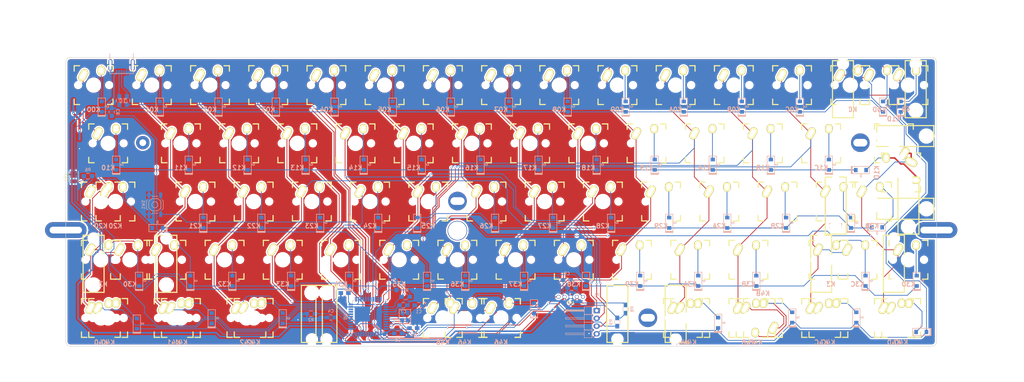
<source format=kicad_pcb>
(kicad_pcb (version 4) (host pcbnew 4.0.5+dfsg1-4)
  (title_block (title "MX/Alps HHKB") (date 2017-05-22) (rev A.1) (company DarKou))
  (layers (0 F.Cu signal) (31 B.Cu signal) (34 B.Paste user) (35 F.Paste user) (36 B.SilkS user) (37 F.SilkS user) (38 B.Mask user) (39 F.Mask user) (44 Edge.Cuts user))
  (net 0 "")
  (net 1 "Net-(C1-Pad1)")
  (net 2 GND)
  (net 3 "Net-(C2-Pad1)")
  (net 4 VCC)
  (net 5 "Net-(C8-Pad1)")
  (net 6 "Net-(D1-Pad2)")
  (net 7 /Row0)
  (net 8 "Net-(D2-Pad2)")
  (net 9 "Net-(D3-Pad2)")
  (net 10 "Net-(D4-Pad2)")
  (net 11 "Net-(D5-Pad2)")
  (net 12 "Net-(D6-Pad2)")
  (net 13 "Net-(D7-Pad2)")
  (net 14 "Net-(D8-Pad2)")
  (net 15 "Net-(D9-Pad2)")
  (net 16 "Net-(D10-Pad2)")
  (net 17 "Net-(D11-Pad2)")
  (net 18 "Net-(D12-Pad2)")
  (net 19 "Net-(D13-Pad2)")
  (net 20 "Net-(D14-Pad2)")
  (net 21 /Row1)
  (net 22 "Net-(D15-Pad2)")
  (net 23 "Net-(D16-Pad2)")
  (net 24 "Net-(D17-Pad2)")
  (net 25 "Net-(D18-Pad2)")
  (net 26 "Net-(D19-Pad2)")
  (net 27 "Net-(D21-Pad2)")
  (net 28 "Net-(D22-Pad2)")
  (net 29 "Net-(D23-Pad2)")
  (net 30 "Net-(D24-Pad2)")
  (net 31 "Net-(D26-Pad2)")
  (net 32 "Net-(D27-Pad2)")
  (net 33 /Row2)
  (net 34 "Net-(D28-Pad2)")
  (net 35 "Net-(D29-Pad2)")
  (net 36 "Net-(D31-Pad2)")
  (net 37 "Net-(D32-Pad2)")
  (net 38 "Net-(D33-Pad2)")
  (net 39 "Net-(D34-Pad2)")
  (net 40 "Net-(D35-Pad2)")
  (net 41 "Net-(D36-Pad2)")
  (net 42 "Net-(D37-Pad2)")
  (net 43 "Net-(D38-Pad2)")
  (net 44 "Net-(D39-Pad2)")
  (net 45 "Net-(D40-Pad2)")
  (net 46 /Row3)
  (net 47 "Net-(D41-Pad2)")
  (net 48 "Net-(D42-Pad2)")
  (net 49 "Net-(D43-Pad2)")
  (net 50 "Net-(D44-Pad2)")
  (net 51 "Net-(D45-Pad2)")
  (net 52 "Net-(D46-Pad2)")
  (net 53 "Net-(D47-Pad2)")
  (net 54 "Net-(D48-Pad2)")
  (net 55 "Net-(D49-Pad2)")
  (net 56 "Net-(D50-Pad2)")
  (net 57 "Net-(D51-Pad2)")
  (net 58 "Net-(D52-Pad2)")
  (net 59 "Net-(D53-Pad2)")
  (net 60 /Row4)
  (net 61 "Net-(D54-Pad2)")
  (net 62 "Net-(D55-Pad2)")
  (net 63 "Net-(D56-Pad2)")
  (net 64 "Net-(D57-Pad2)")
  (net 65 "Net-(D58-Pad2)")
  (net 66 "Net-(D59-Pad2)")
  (net 67 "Net-(D60-Pad2)")
  (net 68 "Net-(J1-Pad2)")
  (net 69 "Net-(J1-Pad3)")
  (net 70 "Net-(J1-Pad4)")
  (net 71 /Col0)
  (net 72 /Col1)
  (net 73 /Col2)
  (net 74 /Col3)
  (net 75 /Col4)
  (net 76 /Col5)
  (net 77 /Col6)
  (net 78 /Col7)
  (net 79 /Col8)
  (net 80 /Col9)
  (net 81 "Net-(R1-Pad2)")
  (net 82 "Net-(R3-Pad1)")
  (net 83 "Net-(R4-Pad2)")
  (net 84 "Net-(U0-Pad35)")
  (net 85 "Net-(U0-Pad42)")
  (net 86 "Net-(LD1-Pad2)")
  (net 87 /CAPS_LED)
  (net 88 "Net-(C9-Pad1)")
  (net 89 D2)
  (net 90 D5)
  (net 91 "Net-(D61-Pad2)")
  (net 92 "Net-(D62-Pad2)")
  (net 93 "Net-(D63-Pad2)")
  (net 94 "Net-(U0-Pad41)")
  (net 95 "Net-(U0-Pad26)")
  (net 96 "Net-(D64-Pad2)")
  (net 97 "Net-(D65-Pad2)")
  (net 98 "Net-(D66-Pad2)")
  (net 99 "Net-(D67-Pad2)")
  (net 100 "Net-(D68-Pad2)")
  (net 101 /ColA)
  (net 102 /ColB)
  (net 103 /ColC)
  (net 104 /ColD)
  (net 105 "Net-(R2-Pad2)")
  (net 106 "Net-(U0-Pad8)")
  (module Footprint:MXST (layer F.Cu) (at 114.3 107.15625 180)
    (fp_text reference MXST hide)
    (fp_text value VAL** hide)
    (pad "" np_thru_hole circle (at 0 -6.985 180) (size 3.048 3.048) (drill 3.048) (layers *.Cu *.Mask))
    (pad "" np_thru_hole circle (at 0 8.255 180) (size 3.9802 3.9802) (drill 3.9802) (layers *.Cu *.Mask))
  )
  (module Mounting_Holes:MountingHole_2.2mm_M2_Pad (layer F.Cu) (at 157.1625 78.58125)
    (fp_text reference REF** hide)
    (fp_text value MountingHole_2.2mm_M2_Pad hide)
    (pad 1 thru_hole circle (at 0 0) (size 6.4 6.4) (drill 6) (layers *.Cu *.Mask))
  )
  (module Footprint:MXST (layer F.Cu) (at 228.6 107.15625 180)
    (fp_text reference MXST hide)
    (fp_text value VAL** hide)
    (pad "" np_thru_hole circle (at 0 -6.985 180) (size 3.048 3.048) (drill 3.048) (layers *.Cu *.Mask))
    (pad "" np_thru_hole circle (at 0 8.255 180) (size 3.9802 3.9802) (drill 3.9802) (layers *.Cu *.Mask))
  )
  (module Footprint:MXST (layer F.Cu) (at 209.55 107.15625 180)
    (fp_text reference MXST hide)
    (fp_text value VAL** hide)
    (pad "" np_thru_hole circle (at 0 -6.985 180) (size 3.048 3.048) (drill 3.048) (layers *.Cu *.Mask))
    (pad "" np_thru_hole circle (at 0 8.255 180) (size 3.9802 3.9802) (drill 3.9802) (layers *.Cu *.Mask))
  )
  (module Footprint:MXST (layer F.Cu) (at 109.5375 107.15625 180)
    (fp_text reference MXST hide)
    (fp_text value VAL** hide)
    (pad "" np_thru_hole circle (at 0 -6.985 180) (size 3.048 3.048) (drill 3.048) (layers *.Cu *.Mask))
    (pad "" np_thru_hole circle (at 0 8.255 180) (size 3.9802 3.9802) (drill 3.9802) (layers *.Cu *.Mask))
  )
  (module Footprint:MXST (layer F.Cu) (at 300.0375 88.10625)
    (fp_text reference MXST hide)
    (fp_text value VAL** hide)
    (pad "" np_thru_hole circle (at 0 -6.985) (size 3.048 3.048) (drill 3.048) (layers *.Cu *.Mask))
    (pad "" np_thru_hole circle (at 0 8.255) (size 3.9802 3.9802) (drill 3.9802) (layers *.Cu *.Mask))
  )
  (module Footprint:MXST (layer F.Cu) (at 276.225 88.10625)
    (fp_text reference MXST hide)
    (fp_text value VAL** hide)
    (pad "" np_thru_hole circle (at 0 -6.985) (size 3.048 3.048) (drill 3.048) (layers *.Cu *.Mask))
    (pad "" np_thru_hole circle (at 0 8.255) (size 3.9802 3.9802) (drill 3.9802) (layers *.Cu *.Mask))
  )
  (module Footprint:MXST (layer F.Cu) (at 302.41875 47.625 90)
    (fp_text reference MXST hide)
    (fp_text value VAL** hide)
    (pad "" np_thru_hole circle (at 0 -6.985 90) (size 3.048 3.048) (drill 3.048) (layers *.Cu *.Mask))
    (pad "" np_thru_hole circle (at 0 8.255 90) (size 3.9802 3.9802) (drill 3.9802) (layers *.Cu *.Mask))
  )
  (module Footprint:MXST (layer F.Cu) (at 302.41875 71.4375 90)
    (fp_text reference MXST hide)
    (fp_text value VAL** hide)
    (pad "" np_thru_hole circle (at 0 -6.985 90) (size 3.048 3.048) (drill 3.048) (layers *.Cu *.Mask))
    (pad "" np_thru_hole circle (at 0 8.255 90) (size 3.9802 3.9802) (drill 3.9802) (layers *.Cu *.Mask))
  )
  (module Footprint:MXST (layer F.Cu) (at 280.9875 69.05625)
    (fp_text reference MXST hide)
    (fp_text value VAL** hide)
    (pad "" np_thru_hole circle (at 0 -6.985) (size 3.048 3.048) (drill 3.048) (layers *.Cu *.Mask))
    (pad "" np_thru_hole circle (at 0 8.255) (size 3.9802 3.9802) (drill 3.9802) (layers *.Cu *.Mask))
  )
  (module Footprint:MXST (layer F.Cu) (at 304.8 69.05625)
    (fp_text reference MXST hide)
    (fp_text value VAL** hide)
    (pad "" np_thru_hole circle (at 0 -6.985) (size 3.048 3.048) (drill 3.048) (layers *.Cu *.Mask))
    (pad "" np_thru_hole circle (at 0 8.255) (size 3.9802 3.9802) (drill 3.9802) (layers *.Cu *.Mask))
  )
  (module Footprint:MXST (layer F.Cu) (at 307.18125 30.95625)
    (fp_text reference MXST hide)
    (fp_text value VAL** hide)
    (pad "" np_thru_hole circle (at 0 -6.985) (size 3.048 3.048) (drill 3.048) (layers *.Cu *.Mask))
    (pad "" np_thru_hole circle (at 0 8.255) (size 3.9802 3.9802) (drill 3.9802) (layers *.Cu *.Mask))
  )
  (module Footprint:MXST (layer F.Cu) (at 283.36875 30.95625)
    (fp_text reference MXST hide)
    (fp_text value VAL** hide)
    (pad "" np_thru_hole circle (at 0 -6.985) (size 3.048 3.048) (drill 3.048) (layers *.Cu *.Mask))
    (pad "" np_thru_hole circle (at 0 8.255) (size 3.9802 3.9802) (drill 3.9802) (layers *.Cu *.Mask))
  )
  (module Footprint:MXST (layer F.Cu) (at 61.9125 88.10625)
    (fp_text reference MXST hide)
    (fp_text value VAL** hide)
    (pad "" np_thru_hole circle (at 0 -6.985) (size 3.048 3.048) (drill 3.048) (layers *.Cu *.Mask))
    (pad "" np_thru_hole circle (at 0 8.255) (size 3.9802 3.9802) (drill 3.9802) (layers *.Cu *.Mask))
  )
  (module Footprint:Poker_oval_hole (layer F.Cu) (at 289.05 49.8)
    (fp_text reference Poker_oval_hole hide)
    (fp_text value VAL** hide)
    (pad "" thru_hole circle (at 0 0) (size 6.1 6.1) (drill oval 4.6 2.5) (layers *.Cu *.Mask))
  )
  (module Footprint:Poker_oval_hole (layer F.Cu) (at 157.2 68.9)
    (fp_text reference Poker_oval_hole hide)
    (fp_text value VAL** hide)
    (pad "" thru_hole circle (at 0 0) (size 6.1 6.1) (drill oval 4.6 2.5) (layers *.Cu *.Mask))
  )
  (module Footprint:Poker_side_edge_long (layer F.Cu) (at 314 78.4)
    (fp_text reference Poker_side_edge_long hide)
    (fp_text value VAL** hide)
    (pad "" thru_hole oval (at 0 0) (size 13.6 5.2) (drill oval 10.6 2.2) (layers *.Cu *.Mask))
  )
  (module Capacitors_SMD:C_0805_HandSoldering (layer B.Cu) (at 144.5 103)
    (fp_text reference C1 (at 0 2.1) (layer B.SilkS) (effects (justify mirror)))
    (fp_text value 22p)
    (pad 1 smd rect (at -1.25 0) (size 1.5 1.25) (layers B.Cu B.Paste B.Mask) (net 1 "Net-(C1-Pad1)"))
    (pad 2 smd rect (at 1.25 0) (size 1.5 1.25) (layers B.Cu B.Paste B.Mask) (net 2 GND))
  )
  (module Capacitors_SMD:C_0805_HandSoldering (layer B.Cu) (at 142.75 110.5)
    (fp_text reference C2 (at 0 2.1) (layer B.SilkS) (effects (justify mirror)))
    (fp_text value 22p)
    (pad 1 smd rect (at -1.25 0) (size 1.5 1.25) (layers B.Cu B.Paste B.Mask) (net 3 "Net-(C2-Pad1)"))
    (pad 2 smd rect (at 1.25 0) (size 1.5 1.25) (layers B.Cu B.Paste B.Mask) (net 2 GND))
  )
  (module Capacitors_SMD:C_0805_HandSoldering (layer B.Cu) (at 137.25 96.75 90)
    (fp_text reference C3 (at 0 2.1 90) (layer B.SilkS) (effects (justify mirror)))
    (fp_text value 0.1u hide)
    (pad 1 smd rect (at -1.25 0 90) (size 1.5 1.25) (layers B.Cu B.Paste B.Mask) (net 4 VCC))
    (pad 2 smd rect (at 1.25 0 90) (size 1.5 1.25) (layers B.Cu B.Paste B.Mask) (net 2 GND))
  )
  (module Capacitors_SMD:C_0805_HandSoldering (layer B.Cu) (at 115.75 107 180)
    (fp_text reference C4 (at 0 2.1 180) (layer B.SilkS) (effects (justify mirror)))
    (fp_text value 0.1u hide)
    (pad 1 smd rect (at -1.25 0 180) (size 1.5 1.25) (layers B.Cu B.Paste B.Mask) (net 4 VCC))
    (pad 2 smd rect (at 1.25 0 180) (size 1.5 1.25) (layers B.Cu B.Paste B.Mask) (net 2 GND))
  )
  (module Capacitors_SMD:C_0805_HandSoldering (layer B.Cu) (at 120.25 99 180)
    (fp_text reference C5 (at 0 2.1 180) (layer B.SilkS) (effects (justify mirror)))
    (fp_text value 0.1u)
    (pad 1 smd rect (at -1.25 0 180) (size 1.5 1.25) (layers B.Cu B.Paste B.Mask) (net 4 VCC))
    (pad 2 smd rect (at 1.25 0 180) (size 1.5 1.25) (layers B.Cu B.Paste B.Mask) (net 2 GND))
  )
  (module Capacitors_SMD:C_0805_HandSoldering (layer B.Cu) (at 137.75 112.25)
    (fp_text reference C6 (at 0 2.1) (layer B.SilkS) (effects (justify mirror)))
    (fp_text value 0.1u)
    (pad 1 smd rect (at -1.25 0) (size 1.5 1.25) (layers B.Cu B.Paste B.Mask) (net 4 VCC))
    (pad 2 smd rect (at 1.25 0) (size 1.5 1.25) (layers B.Cu B.Paste B.Mask) (net 2 GND))
  )
  (module Capacitors_SMD:C_0805_HandSoldering (layer B.Cu) (at 139.5 103)
    (fp_text reference C7 (at 0 2.1) (layer B.SilkS) (effects (justify mirror)))
    (fp_text value 4.7u)
    (pad 1 smd rect (at -1.25 0) (size 1.5 1.25) (layers B.Cu B.Paste B.Mask) (net 4 VCC))
    (pad 2 smd rect (at 1.25 0) (size 1.5 1.25) (layers B.Cu B.Paste B.Mask) (net 2 GND))
  )
  (module Capacitors_SMD:C_0805_HandSoldering (layer B.Cu) (at 44 39.75 90)
    (fp_text reference C8 (at 0 2.1 90) (layer B.SilkS) (effects (justify mirror)))
    (fp_text value 1u)
    (pad 1 smd rect (at -1.25 0 90) (size 1.5 1.25) (layers B.Cu B.Paste B.Mask) (net 5 "Net-(C8-Pad1)"))
    (pad 2 smd rect (at 1.25 0 90) (size 1.5 1.25) (layers B.Cu B.Paste B.Mask) (net 2 GND))
  )
  (module Capacitors_SMD:C_0805_HandSoldering (layer B.Cu) (at 193 94.75 180)
    (fp_text reference C9 (at 0 2.1 180) (layer B.SilkS) (effects (justify mirror)))
    (fp_text value 2.2u)
    (pad 1 smd rect (at -1.25 0 180) (size 1.5 1.25) (layers B.Cu B.Paste B.Mask) (net 88 "Net-(C9-Pad1)"))
    (pad 2 smd rect (at 1.25 0 180) (size 1.5 1.25) (layers B.Cu B.Paste B.Mask) (net 4 VCC))
  )
  (module Footprint:D_SOD123 (layer B.Cu) (at 40.75 38 90)
    (fp_text reference D1 hide)
    (fp_text value D (at 0 1.925 90) (layer B.SilkS) (effects (font (size 0.8 0.8)) (justify mirror)))
    (pad 2 smd rect (at 1.7 0 90) (size 1.2 1.4) (layers B.Cu B.Paste B.Mask) (net 6 "Net-(D1-Pad2)"))
    (pad 1 smd rect (at -1.7 0 90) (size 1.2 1.4) (layers B.Cu B.Paste B.Mask) (net 7 /Row0))
  )
  (module Footprint:D_SOD123 (layer B.Cu) (at 45.5 57 90)
    (fp_text reference D2 hide)
    (fp_text value D (at 0 1.925 90) (layer B.SilkS) (effects (font (size 0.8 0.8)) (justify mirror)))
    (pad 2 smd rect (at 1.7 0 90) (size 1.2 1.4) (layers B.Cu B.Paste B.Mask) (net 8 "Net-(D2-Pad2)"))
    (pad 1 smd rect (at -1.7 0 90) (size 1.2 1.4) (layers B.Cu B.Paste B.Mask) (net 21 /Row1))
  )
  (module Footprint:D_SOD123 (layer B.Cu) (at 59 77.75 180)
    (fp_text reference D3 hide)
    (fp_text value D (at 0 1.925 180) (layer B.SilkS) (effects (font (size 0.8 0.8)) (justify mirror)))
    (pad 2 smd rect (at 1.7 0 180) (size 1.2 1.4) (layers B.Cu B.Paste B.Mask) (net 9 "Net-(D3-Pad2)"))
    (pad 1 smd rect (at -1.7 0 180) (size 1.2 1.4) (layers B.Cu B.Paste B.Mask) (net 33 /Row2))
  )
  (module Footprint:D_SOD123 (layer B.Cu) (at 53 95 90)
    (fp_text reference D4 hide)
    (fp_text value D (at 0 1.925 90) (layer B.SilkS) (effects (font (size 0.8 0.8)) (justify mirror)))
    (pad 2 smd rect (at 1.7 0 90) (size 1.2 1.4) (layers B.Cu B.Paste B.Mask) (net 10 "Net-(D4-Pad2)"))
    (pad 1 smd rect (at -1.7 0 90) (size 1.2 1.4) (layers B.Cu B.Paste B.Mask) (net 46 /Row3))
  )
  (module Footprint:D_SOD123 (layer B.Cu) (at 52.25 109 90)
    (fp_text reference D5 hide)
    (fp_text value D (at 0 1.925 90) (layer B.SilkS) (effects (font (size 0.8 0.8)) (justify mirror)))
    (pad 2 smd rect (at 1.7 0 90) (size 1.2 1.4) (layers B.Cu B.Paste B.Mask) (net 11 "Net-(D5-Pad2)"))
    (pad 1 smd rect (at -1.7 0 90) (size 1.2 1.4) (layers B.Cu B.Paste B.Mask) (net 60 /Row4))
  )
  (module Footprint:D_SOD123 (layer B.Cu) (at 59.75 38 90)
    (fp_text reference D6 hide)
    (fp_text value D (at 0 1.925 90) (layer B.SilkS) (effects (font (size 0.8 0.8)) (justify mirror)))
    (pad 2 smd rect (at 1.7 0 90) (size 1.2 1.4) (layers B.Cu B.Paste B.Mask) (net 12 "Net-(D6-Pad2)"))
    (pad 1 smd rect (at -1.7 0 90) (size 1.2 1.4) (layers B.Cu B.Paste B.Mask) (net 7 /Row0))
  )
  (module Footprint:D_SOD123 (layer B.Cu) (at 69.25 57 90)
    (fp_text reference D7 hide)
    (fp_text value D (at 0 1.925 90) (layer B.SilkS) (effects (font (size 0.8 0.8)) (justify mirror)))
    (pad 2 smd rect (at 1.7 0 90) (size 1.2 1.4) (layers B.Cu B.Paste B.Mask) (net 13 "Net-(D7-Pad2)"))
    (pad 1 smd rect (at -1.7 0 90) (size 1.2 1.4) (layers B.Cu B.Paste B.Mask) (net 21 /Row1))
  )
  (module Footprint:D_SOD123 (layer B.Cu) (at 74 76 90)
    (fp_text reference D8 hide)
    (fp_text value D (at 0 1.925 90) (layer B.SilkS) (effects (font (size 0.8 0.8)) (justify mirror)))
    (pad 2 smd rect (at 1.7 0 90) (size 1.2 1.4) (layers B.Cu B.Paste B.Mask) (net 14 "Net-(D8-Pad2)"))
    (pad 1 smd rect (at -1.7 0 90) (size 1.2 1.4) (layers B.Cu B.Paste B.Mask) (net 33 /Row2))
  )
  (module Footprint:D_SOD123 (layer B.Cu) (at 69.75 95 90)
    (fp_text reference D9 hide)
    (fp_text value D (at 0 1.925 90) (layer B.SilkS) (effects (font (size 0.8 0.8)) (justify mirror)))
    (pad 2 smd rect (at 1.7 0 90) (size 1.2 1.4) (layers B.Cu B.Paste B.Mask) (net 15 "Net-(D9-Pad2)"))
    (pad 1 smd rect (at -1.7 0 90) (size 1.2 1.4) (layers B.Cu B.Paste B.Mask) (net 46 /Row3))
  )
  (module Footprint:D_SOD123 (layer B.Cu) (at 76.75 107.25 90)
    (fp_text reference D10 hide)
    (fp_text value D (at 0 1.925 90) (layer B.SilkS) (effects (font (size 0.8 0.8)) (justify mirror)))
    (pad 2 smd rect (at 1.7 0 90) (size 1.2 1.4) (layers B.Cu B.Paste B.Mask) (net 16 "Net-(D10-Pad2)"))
    (pad 1 smd rect (at -1.7 0 90) (size 1.2 1.4) (layers B.Cu B.Paste B.Mask) (net 60 /Row4))
  )
  (module Footprint:D_SOD123 (layer B.Cu) (at 79 38 90)
    (fp_text reference D11 hide)
    (fp_text value D (at 0 1.925 90) (layer B.SilkS) (effects (font (size 0.8 0.8)) (justify mirror)))
    (pad 2 smd rect (at 1.7 0 90) (size 1.2 1.4) (layers B.Cu B.Paste B.Mask) (net 17 "Net-(D11-Pad2)"))
    (pad 1 smd rect (at -1.7 0 90) (size 1.2 1.4) (layers B.Cu B.Paste B.Mask) (net 7 /Row0))
  )
  (module Footprint:D_SOD123 (layer B.Cu) (at 88.5 57 90)
    (fp_text reference D12 hide)
    (fp_text value D (at 0 1.925 90) (layer B.SilkS) (effects (font (size 0.8 0.8)) (justify mirror)))
    (pad 2 smd rect (at 1.7 0 90) (size 1.2 1.4) (layers B.Cu B.Paste B.Mask) (net 18 "Net-(D12-Pad2)"))
    (pad 1 smd rect (at -1.7 0 90) (size 1.2 1.4) (layers B.Cu B.Paste B.Mask) (net 21 /Row1))
  )
  (module Footprint:D_SOD123 (layer B.Cu) (at 93 76 90)
    (fp_text reference D13 hide)
    (fp_text value D (at 0 1.925 90) (layer B.SilkS) (effects (font (size 0.8 0.8)) (justify mirror)))
    (pad 2 smd rect (at 1.7 0 90) (size 1.2 1.4) (layers B.Cu B.Paste B.Mask) (net 19 "Net-(D13-Pad2)"))
    (pad 1 smd rect (at -1.7 0 90) (size 1.2 1.4) (layers B.Cu B.Paste B.Mask) (net 33 /Row2))
  )
  (module Footprint:D_SOD123 (layer B.Cu) (at 83.5 95 90)
    (fp_text reference D14 hide)
    (fp_text value D (at 0 1.925 90) (layer B.SilkS) (effects (font (size 0.8 0.8)) (justify mirror)))
    (pad 2 smd rect (at 1.7 0 90) (size 1.2 1.4) (layers B.Cu B.Paste B.Mask) (net 20 "Net-(D14-Pad2)"))
    (pad 1 smd rect (at -1.7 0 90) (size 1.2 1.4) (layers B.Cu B.Paste B.Mask) (net 46 /Row3))
  )
  (module Footprint:D_SOD123 (layer B.Cu) (at 100 107.25 90)
    (fp_text reference D15 hide)
    (fp_text value D (at 0 1.925 90) (layer B.SilkS) (effects (font (size 0.8 0.8)) (justify mirror)))
    (pad 2 smd rect (at 1.7 0 90) (size 1.2 1.4) (layers B.Cu B.Paste B.Mask) (net 22 "Net-(D15-Pad2)"))
    (pad 1 smd rect (at -1.7 0 90) (size 1.2 1.4) (layers B.Cu B.Paste B.Mask) (net 60 /Row4))
  )
  (module Footprint:D_SOD123 (layer B.Cu) (at 97.75 38 90)
    (fp_text reference D16 hide)
    (fp_text value D (at 0 1.925 90) (layer B.SilkS) (effects (font (size 0.8 0.8)) (justify mirror)))
    (pad 2 smd rect (at 1.7 0 90) (size 1.2 1.4) (layers B.Cu B.Paste B.Mask) (net 23 "Net-(D16-Pad2)"))
    (pad 1 smd rect (at -1.7 0 90) (size 1.2 1.4) (layers B.Cu B.Paste B.Mask) (net 7 /Row0))
  )
  (module Footprint:D_SOD123 (layer B.Cu) (at 107.5 57 90)
    (fp_text reference D17 hide)
    (fp_text value D (at 0 1.925 90) (layer B.SilkS) (effects (font (size 0.8 0.8)) (justify mirror)))
    (pad 2 smd rect (at 1.7 0 90) (size 1.2 1.4) (layers B.Cu B.Paste B.Mask) (net 24 "Net-(D17-Pad2)"))
    (pad 1 smd rect (at -1.7 0 90) (size 1.2 1.4) (layers B.Cu B.Paste B.Mask) (net 21 /Row1))
  )
  (module Footprint:D_SOD123 (layer B.Cu) (at 112.25 76 90)
    (fp_text reference D18 hide)
    (fp_text value D (at 0 1.925 90) (layer B.SilkS) (effects (font (size 0.8 0.8)) (justify mirror)))
    (pad 2 smd rect (at 1.7 0 90) (size 1.2 1.4) (layers B.Cu B.Paste B.Mask) (net 25 "Net-(D18-Pad2)"))
    (pad 1 smd rect (at -1.7 0 90) (size 1.2 1.4) (layers B.Cu B.Paste B.Mask) (net 33 /Row2))
  )
  (module Footprint:D_SOD123 (layer B.Cu) (at 102.75 95 90)
    (fp_text reference D19 hide)
    (fp_text value D (at 0 1.925 90) (layer B.SilkS) (effects (font (size 0.8 0.8)) (justify mirror)))
    (pad 2 smd rect (at 1.7 0 90) (size 1.2 1.4) (layers B.Cu B.Paste B.Mask) (net 26 "Net-(D19-Pad2)"))
    (pad 1 smd rect (at -1.7 0 90) (size 1.2 1.4) (layers B.Cu B.Paste B.Mask) (net 46 /Row3))
  )
  (module Footprint:D_SOD123 (layer B.Cu) (at 117 38 90)
    (fp_text reference D21 hide)
    (fp_text value D (at 0 1.925 90) (layer B.SilkS) (effects (font (size 0.8 0.8)) (justify mirror)))
    (pad 2 smd rect (at 1.7 0 90) (size 1.2 1.4) (layers B.Cu B.Paste B.Mask) (net 27 "Net-(D21-Pad2)"))
    (pad 1 smd rect (at -1.7 0 90) (size 1.2 1.4) (layers B.Cu B.Paste B.Mask) (net 7 /Row0))
  )
  (module Footprint:D_SOD123 (layer B.Cu) (at 126.5 57 90)
    (fp_text reference D22 hide)
    (fp_text value D (at 0 1.925 90) (layer B.SilkS) (effects (font (size 0.8 0.8)) (justify mirror)))
    (pad 2 smd rect (at 1.7 0 90) (size 1.2 1.4) (layers B.Cu B.Paste B.Mask) (net 28 "Net-(D22-Pad2)"))
    (pad 1 smd rect (at -1.7 0 90) (size 1.2 1.4) (layers B.Cu B.Paste B.Mask) (net 21 /Row1))
  )
  (module Footprint:D_SOD123 (layer B.Cu) (at 131.25 76 90)
    (fp_text reference D23 hide)
    (fp_text value D (at 0 1.925 90) (layer B.SilkS) (effects (font (size 0.8 0.8)) (justify mirror)))
    (pad 2 smd rect (at 1.7 0 90) (size 1.2 1.4) (layers B.Cu B.Paste B.Mask) (net 29 "Net-(D23-Pad2)"))
    (pad 1 smd rect (at -1.7 0 90) (size 1.2 1.4) (layers B.Cu B.Paste B.Mask) (net 33 /Row2))
  )
  (module Footprint:D_SOD123 (layer B.Cu) (at 121.75 95 90)
    (fp_text reference D24 hide)
    (fp_text value D (at 0 1.925 90) (layer B.SilkS) (effects (font (size 0.8 0.8)) (justify mirror)))
    (pad 2 smd rect (at 1.7 0 90) (size 1.2 1.4) (layers B.Cu B.Paste B.Mask) (net 30 "Net-(D24-Pad2)"))
    (pad 1 smd rect (at -1.7 0 90) (size 1.2 1.4) (layers B.Cu B.Paste B.Mask) (net 46 /Row3))
  )
  (module Footprint:D_SOD123 (layer B.Cu) (at 136 38 90)
    (fp_text reference D26 hide)
    (fp_text value D (at 0 1.925 90) (layer B.SilkS) (effects (font (size 0.8 0.8)) (justify mirror)))
    (pad 2 smd rect (at 1.7 0 90) (size 1.2 1.4) (layers B.Cu B.Paste B.Mask) (net 31 "Net-(D26-Pad2)"))
    (pad 1 smd rect (at -1.7 0 90) (size 1.2 1.4) (layers B.Cu B.Paste B.Mask) (net 7 /Row0))
  )
  (module Footprint:D_SOD123 (layer B.Cu) (at 145.5 57 90)
    (fp_text reference D27 hide)
    (fp_text value D (at 0 1.925 90) (layer B.SilkS) (effects (font (size 0.8 0.8)) (justify mirror)))
    (pad 2 smd rect (at 1.7 0 90) (size 1.2 1.4) (layers B.Cu B.Paste B.Mask) (net 32 "Net-(D27-Pad2)"))
    (pad 1 smd rect (at -1.7 0 90) (size 1.2 1.4) (layers B.Cu B.Paste B.Mask) (net 21 /Row1))
  )
  (module Footprint:D_SOD123 (layer B.Cu) (at 144 76 90)
    (fp_text reference D28 hide)
    (fp_text value D (at 0 1.925 90) (layer B.SilkS) (effects (font (size 0.8 0.8)) (justify mirror)))
    (pad 2 smd rect (at 1.7 0 90) (size 1.2 1.4) (layers B.Cu B.Paste B.Mask) (net 34 "Net-(D28-Pad2)"))
    (pad 1 smd rect (at -1.7 0 90) (size 1.2 1.4) (layers B.Cu B.Paste B.Mask) (net 33 /Row2))
  )
  (module Footprint:D_SOD123 (layer B.Cu) (at 147.25 95 90)
    (fp_text reference D29 hide)
    (fp_text value D (at 0 1.925 90) (layer B.SilkS) (effects (font (size 0.8 0.8)) (justify mirror)))
    (pad 2 smd rect (at 1.7 0 90) (size 1.2 1.4) (layers B.Cu B.Paste B.Mask) (net 35 "Net-(D29-Pad2)"))
    (pad 1 smd rect (at -1.7 0 90) (size 1.2 1.4) (layers B.Cu B.Paste B.Mask) (net 46 /Row3))
  )
  (module Footprint:D_SOD123 (layer B.Cu) (at 155 38 90)
    (fp_text reference D31 hide)
    (fp_text value D (at 0 1.925 90) (layer B.SilkS) (effects (font (size 0.8 0.8)) (justify mirror)))
    (pad 2 smd rect (at 1.7 0 90) (size 1.2 1.4) (layers B.Cu B.Paste B.Mask) (net 36 "Net-(D31-Pad2)"))
    (pad 1 smd rect (at -1.7 0 90) (size 1.2 1.4) (layers B.Cu B.Paste B.Mask) (net 7 /Row0))
  )
  (module Footprint:D_SOD123 (layer B.Cu) (at 164.75 57 90)
    (fp_text reference D32 hide)
    (fp_text value D (at 0 1.925 90) (layer B.SilkS) (effects (font (size 0.8 0.8)) (justify mirror)))
    (pad 2 smd rect (at 1.7 0 90) (size 1.2 1.4) (layers B.Cu B.Paste B.Mask) (net 37 "Net-(D32-Pad2)"))
    (pad 1 smd rect (at -1.7 0 90) (size 1.2 1.4) (layers B.Cu B.Paste B.Mask) (net 21 /Row1))
  )
  (module Footprint:D_SOD123 (layer B.Cu) (at 169.5 76 90)
    (fp_text reference D33 hide)
    (fp_text value D (at 0 1.925 90) (layer B.SilkS) (effects (font (size 0.8 0.8)) (justify mirror)))
    (pad 2 smd rect (at 1.7 0 90) (size 1.2 1.4) (layers B.Cu B.Paste B.Mask) (net 38 "Net-(D33-Pad2)"))
    (pad 1 smd rect (at -1.7 0 90) (size 1.2 1.4) (layers B.Cu B.Paste B.Mask) (net 33 /Row2))
  )
  (module Footprint:D_SOD123 (layer B.Cu) (at 159.75 95 90)
    (fp_text reference D34 hide)
    (fp_text value D (at 0 1.925 90) (layer B.SilkS) (effects (font (size 0.8 0.8)) (justify mirror)))
    (pad 2 smd rect (at 1.7 0 90) (size 1.2 1.4) (layers B.Cu B.Paste B.Mask) (net 39 "Net-(D34-Pad2)"))
    (pad 1 smd rect (at -1.7 0 90) (size 1.2 1.4) (layers B.Cu B.Paste B.Mask) (net 46 /Row3))
  )
  (module Footprint:D_SOD123 (layer B.Cu) (at 182.25 104 90)
    (fp_text reference D35 hide)
    (fp_text value D (at 0 1.925 90) (layer B.SilkS) (effects (font (size 0.8 0.8)) (justify mirror)))
    (pad 2 smd rect (at 1.7 0 90) (size 1.2 1.4) (layers B.Cu B.Paste B.Mask) (net 40 "Net-(D35-Pad2)"))
    (pad 1 smd rect (at -1.7 0 90) (size 1.2 1.4) (layers B.Cu B.Paste B.Mask) (net 60 /Row4))
  )
  (module Footprint:D_SOD123 (layer B.Cu) (at 174 38 90)
    (fp_text reference D36 hide)
    (fp_text value D (at 0 1.925 90) (layer B.SilkS) (effects (font (size 0.8 0.8)) (justify mirror)))
    (pad 2 smd rect (at 1.7 0 90) (size 1.2 1.4) (layers B.Cu B.Paste B.Mask) (net 41 "Net-(D36-Pad2)"))
    (pad 1 smd rect (at -1.7 0 90) (size 1.2 1.4) (layers B.Cu B.Paste B.Mask) (net 7 /Row0))
  )
  (module Footprint:D_SOD123 (layer B.Cu) (at 183.75 57 90)
    (fp_text reference D37 hide)
    (fp_text value D (at 0 1.925 90) (layer B.SilkS) (effects (font (size 0.8 0.8)) (justify mirror)))
    (pad 2 smd rect (at 1.7 0 90) (size 1.2 1.4) (layers B.Cu B.Paste B.Mask) (net 42 "Net-(D37-Pad2)"))
    (pad 1 smd rect (at -1.7 0 90) (size 1.2 1.4) (layers B.Cu B.Paste B.Mask) (net 21 /Row1))
  )
  (module Footprint:D_SOD123 (layer B.Cu) (at 188.5 76 90)
    (fp_text reference D38 hide)
    (fp_text value D (at 0 1.925 90) (layer B.SilkS) (effects (font (size 0.8 0.8)) (justify mirror)))
    (pad 2 smd rect (at 1.7 0 90) (size 1.2 1.4) (layers B.Cu B.Paste B.Mask) (net 43 "Net-(D38-Pad2)"))
    (pad 1 smd rect (at -1.7 0 90) (size 1.2 1.4) (layers B.Cu B.Paste B.Mask) (net 33 /Row2))
  )
  (module Footprint:D_SOD123 (layer B.Cu) (at 179 95 90)
    (fp_text reference D39 hide)
    (fp_text value D (at 0 1.925 90) (layer B.SilkS) (effects (font (size 0.8 0.8)) (justify mirror)))
    (pad 2 smd rect (at 1.7 0 90) (size 1.2 1.4) (layers B.Cu B.Paste B.Mask) (net 44 "Net-(D39-Pad2)"))
    (pad 1 smd rect (at -1.7 0 90) (size 1.2 1.4) (layers B.Cu B.Paste B.Mask) (net 46 /Row3))
  )
  (module Footprint:D_SOD123 (layer B.Cu) (at 193.25 38 90)
    (fp_text reference D40 hide)
    (fp_text value D (at 0 1.925 90) (layer B.SilkS) (effects (font (size 0.8 0.8)) (justify mirror)))
    (pad 2 smd rect (at 1.7 0 90) (size 1.2 1.4) (layers B.Cu B.Paste B.Mask) (net 45 "Net-(D40-Pad2)"))
    (pad 1 smd rect (at -1.7 0 90) (size 1.2 1.4) (layers B.Cu B.Paste B.Mask) (net 7 /Row0))
  )
  (module Footprint:D_SOD123 (layer B.Cu) (at 202.75 57 90)
    (fp_text reference D41 hide)
    (fp_text value D (at 0 1.925 90) (layer B.SilkS) (effects (font (size 0.8 0.8)) (justify mirror)))
    (pad 2 smd rect (at 1.7 0 90) (size 1.2 1.4) (layers B.Cu B.Paste B.Mask) (net 47 "Net-(D41-Pad2)"))
    (pad 1 smd rect (at -1.7 0 90) (size 1.2 1.4) (layers B.Cu B.Paste B.Mask) (net 21 /Row1))
  )
  (module Footprint:D_SOD123 (layer B.Cu) (at 207.5 76 90)
    (fp_text reference D42 hide)
    (fp_text value D (at 0 1.925 90) (layer B.SilkS) (effects (font (size 0.8 0.8)) (justify mirror)))
    (pad 2 smd rect (at 1.7 0 90) (size 1.2 1.4) (layers B.Cu B.Paste B.Mask) (net 48 "Net-(D42-Pad2)"))
    (pad 1 smd rect (at -1.7 0 90) (size 1.2 1.4) (layers B.Cu B.Paste B.Mask) (net 33 /Row2))
  )
  (module Footprint:D_SOD123 (layer B.Cu) (at 199.25 95 90)
    (fp_text reference D43 hide)
    (fp_text value D (at 0 1.925 90) (layer B.SilkS) (effects (font (size 0.8 0.8)) (justify mirror)))
    (pad 2 smd rect (at 1.7 0 90) (size 1.2 1.4) (layers B.Cu B.Paste B.Mask) (net 49 "Net-(D43-Pad2)"))
    (pad 1 smd rect (at -1.7 0 90) (size 1.2 1.4) (layers B.Cu B.Paste B.Mask) (net 46 /Row3))
  )
  (module Footprint:D_SOD123 (layer B.Cu) (at 212.25 38 90)
    (fp_text reference D44 hide)
    (fp_text value D (at 0 1.925 90) (layer B.SilkS) (effects (font (size 0.8 0.8)) (justify mirror)))
    (pad 2 smd rect (at 1.7 0 90) (size 1.2 1.4) (layers B.Cu B.Paste B.Mask) (net 50 "Net-(D44-Pad2)"))
    (pad 1 smd rect (at -1.7 0 90) (size 1.2 1.4) (layers B.Cu B.Paste B.Mask) (net 7 /Row0))
  )
  (module Footprint:D_SOD123 (layer B.Cu) (at 221.75 57 90)
    (fp_text reference D45 hide)
    (fp_text value D (at 0 1.925 90) (layer B.SilkS) (effects (font (size 0.8 0.8)) (justify mirror)))
    (pad 2 smd rect (at 1.7 0 90) (size 1.2 1.4) (layers B.Cu B.Paste B.Mask) (net 51 "Net-(D45-Pad2)"))
    (pad 1 smd rect (at -1.7 0 90) (size 1.2 1.4) (layers B.Cu B.Paste B.Mask) (net 21 /Row1))
  )
  (module Footprint:D_SOD123 (layer B.Cu) (at 226.5 76 90)
    (fp_text reference D46 hide)
    (fp_text value D (at 0 1.925 90) (layer B.SilkS) (effects (font (size 0.8 0.8)) (justify mirror)))
    (pad 2 smd rect (at 1.7 0 90) (size 1.2 1.4) (layers B.Cu B.Paste B.Mask) (net 52 "Net-(D46-Pad2)"))
    (pad 1 smd rect (at -1.7 0 90) (size 1.2 1.4) (layers B.Cu B.Paste B.Mask) (net 33 /Row2))
  )
  (module Footprint:D_SOD123 (layer B.Cu) (at 217 95 90)
    (fp_text reference D47 hide)
    (fp_text value D (at 0 1.925 90) (layer B.SilkS) (effects (font (size 0.8 0.8)) (justify mirror)))
    (pad 2 smd rect (at 1.7 0 90) (size 1.2 1.4) (layers B.Cu B.Paste B.Mask) (net 53 "Net-(D47-Pad2)"))
    (pad 1 smd rect (at -1.7 0 90) (size 1.2 1.4) (layers B.Cu B.Paste B.Mask) (net 46 /Row3))
  )
  (module Footprint:D_SOD123 (layer B.Cu) (at 302.25 38 90)
    (fp_text reference D48 hide)
    (fp_text value D (at 0 1.925 90) (layer B.SilkS) (effects (font (size 0.8 0.8)) (justify mirror)))
    (pad 2 smd rect (at 1.7 0 90) (size 1.2 1.4) (layers B.Cu B.Paste B.Mask) (net 54 "Net-(D48-Pad2)"))
    (pad 1 smd rect (at -1.7 0 90) (size 1.2 1.4) (layers B.Cu B.Paste B.Mask) (net 60 /Row4))
  )
  (module Footprint:D_SOD123 (layer B.Cu) (at 231.25 38 90)
    (fp_text reference D49 hide)
    (fp_text value D (at 0 1.925 90) (layer B.SilkS) (effects (font (size 0.8 0.8)) (justify mirror)))
    (pad 2 smd rect (at 1.7 0 90) (size 1.2 1.4) (layers B.Cu B.Paste B.Mask) (net 55 "Net-(D49-Pad2)"))
    (pad 1 smd rect (at -1.7 0 90) (size 1.2 1.4) (layers B.Cu B.Paste B.Mask) (net 7 /Row0))
  )
  (module Footprint:D_SOD123 (layer B.Cu) (at 240.75 57 90)
    (fp_text reference D50 hide)
    (fp_text value D (at 0 1.925 90) (layer B.SilkS) (effects (font (size 0.8 0.8)) (justify mirror)))
    (pad 2 smd rect (at 1.7 0 90) (size 1.2 1.4) (layers B.Cu B.Paste B.Mask) (net 56 "Net-(D50-Pad2)"))
    (pad 1 smd rect (at -1.7 0 90) (size 1.2 1.4) (layers B.Cu B.Paste B.Mask) (net 21 /Row1))
  )
  (module Footprint:D_SOD123 (layer B.Cu) (at 245.5 76 90)
    (fp_text reference D51 hide)
    (fp_text value D (at 0 1.925 90) (layer B.SilkS) (effects (font (size 0.8 0.8)) (justify mirror)))
    (pad 2 smd rect (at 1.7 0 90) (size 1.2 1.4) (layers B.Cu B.Paste B.Mask) (net 57 "Net-(D51-Pad2)"))
    (pad 1 smd rect (at -1.7 0 90) (size 1.2 1.4) (layers B.Cu B.Paste B.Mask) (net 33 /Row2))
  )
  (module Footprint:D_SOD123 (layer B.Cu) (at 236 95 90)
    (fp_text reference D52 hide)
    (fp_text value D (at 0 1.925 90) (layer B.SilkS) (effects (font (size 0.8 0.8)) (justify mirror)))
    (pad 2 smd rect (at 1.7 0 90) (size 1.2 1.4) (layers B.Cu B.Paste B.Mask) (net 58 "Net-(D52-Pad2)"))
    (pad 1 smd rect (at -1.7 0 90) (size 1.2 1.4) (layers B.Cu B.Paste B.Mask) (net 46 /Row3))
  )
  (module Footprint:D_SOD123 (layer B.Cu) (at 242.5 108.75 90)
    (fp_text reference D53 hide)
    (fp_text value D (at 0 1.925 90) (layer B.SilkS) (effects (font (size 0.8 0.8)) (justify mirror)))
    (pad 2 smd rect (at 1.7 0 90) (size 1.2 1.4) (layers B.Cu B.Paste B.Mask) (net 59 "Net-(D53-Pad2)"))
    (pad 1 smd rect (at -1.7 0 90) (size 1.2 1.4) (layers B.Cu B.Paste B.Mask) (net 60 /Row4))
  )
  (module Footprint:D_SOD123 (layer B.Cu) (at 250.25 38 90)
    (fp_text reference D54 hide)
    (fp_text value D (at 0 1.925 90) (layer B.SilkS) (effects (font (size 0.8 0.8)) (justify mirror)))
    (pad 2 smd rect (at 1.7 0 90) (size 1.2 1.4) (layers B.Cu B.Paste B.Mask) (net 61 "Net-(D54-Pad2)"))
    (pad 1 smd rect (at -1.7 0 90) (size 1.2 1.4) (layers B.Cu B.Paste B.Mask) (net 7 /Row0))
  )
  (module Footprint:D_SOD123 (layer B.Cu) (at 259.75 57 90)
    (fp_text reference D55 hide)
    (fp_text value D (at 0 1.925 90) (layer B.SilkS) (effects (font (size 0.8 0.8)) (justify mirror)))
    (pad 2 smd rect (at 1.7 0 90) (size 1.2 1.4) (layers B.Cu B.Paste B.Mask) (net 62 "Net-(D55-Pad2)"))
    (pad 1 smd rect (at -1.7 0 90) (size 1.2 1.4) (layers B.Cu B.Paste B.Mask) (net 21 /Row1))
  )
  (module Footprint:D_SOD123 (layer B.Cu) (at 264.75 76 90)
    (fp_text reference D56 hide)
    (fp_text value D (at 0 1.925 90) (layer B.SilkS) (effects (font (size 0.8 0.8)) (justify mirror)))
    (pad 2 smd rect (at 1.7 0 90) (size 1.2 1.4) (layers B.Cu B.Paste B.Mask) (net 63 "Net-(D56-Pad2)"))
    (pad 1 smd rect (at -1.7 0 90) (size 1.2 1.4) (layers B.Cu B.Paste B.Mask) (net 33 /Row2))
  )
  (module Footprint:D_SOD123 (layer B.Cu) (at 255 95 90)
    (fp_text reference D57 hide)
    (fp_text value D (at 0 1.925 90) (layer B.SilkS) (effects (font (size 0.8 0.8)) (justify mirror)))
    (pad 2 smd rect (at 1.7 0 90) (size 1.2 1.4) (layers B.Cu B.Paste B.Mask) (net 64 "Net-(D57-Pad2)"))
    (pad 1 smd rect (at -1.7 0 90) (size 1.2 1.4) (layers B.Cu B.Paste B.Mask) (net 46 /Row3))
  )
  (module Footprint:D_SOD123 (layer B.Cu) (at 266.75 107 90)
    (fp_text reference D58 hide)
    (fp_text value D (at 0 1.925 90) (layer B.SilkS) (effects (font (size 0.8 0.8)) (justify mirror)))
    (pad 2 smd rect (at 1.7 0 90) (size 1.2 1.4) (layers B.Cu B.Paste B.Mask) (net 65 "Net-(D58-Pad2)"))
    (pad 1 smd rect (at -1.7 0 90) (size 1.2 1.4) (layers B.Cu B.Paste B.Mask) (net 60 /Row4))
  )
  (module Footprint:D_SOD123 (layer B.Cu) (at 269.25 38 90)
    (fp_text reference D59 hide)
    (fp_text value D (at 0 1.925 90) (layer B.SilkS) (effects (font (size 0.8 0.8)) (justify mirror)))
    (pad 2 smd rect (at 1.7 0 90) (size 1.2 1.4) (layers B.Cu B.Paste B.Mask) (net 66 "Net-(D59-Pad2)"))
    (pad 1 smd rect (at -1.7 0 90) (size 1.2 1.4) (layers B.Cu B.Paste B.Mask) (net 7 /Row0))
  )
  (module Footprint:D_SOD123 (layer B.Cu) (at 278.75 57 90)
    (fp_text reference D60 hide)
    (fp_text value D (at 0 1.925 90) (layer B.SilkS) (effects (font (size 0.8 0.8)) (justify mirror)))
    (pad 2 smd rect (at 1.7 0 90) (size 1.2 1.4) (layers B.Cu B.Paste B.Mask) (net 67 "Net-(D60-Pad2)"))
    (pad 1 smd rect (at -1.7 0 90) (size 1.2 1.4) (layers B.Cu B.Paste B.Mask) (net 21 /Row1))
  )
  (module Footprint:D_SOD123 (layer B.Cu) (at 286 76 90)
    (fp_text reference D61 hide)
    (fp_text value D (at 0 1.925 90) (layer B.SilkS) (effects (font (size 0.8 0.8)) (justify mirror)))
    (pad 2 smd rect (at 1.7 0 90) (size 1.2 1.4) (layers B.Cu B.Paste B.Mask) (net 91 "Net-(D61-Pad2)"))
    (pad 1 smd rect (at -1.7 0 90) (size 1.2 1.4) (layers B.Cu B.Paste B.Mask) (net 33 /Row2))
  )
  (module Footprint:D_SOD123 (layer B.Cu) (at 290.75 95 90)
    (fp_text reference D62 hide)
    (fp_text value D (at 0 1.925 90) (layer B.SilkS) (effects (font (size 0.8 0.8)) (justify mirror)))
    (pad 2 smd rect (at 1.7 0 90) (size 1.2 1.4) (layers B.Cu B.Paste B.Mask) (net 92 "Net-(D62-Pad2)"))
    (pad 1 smd rect (at -1.7 0 90) (size 1.2 1.4) (layers B.Cu B.Paste B.Mask) (net 46 /Row3))
  )
  (module Footprint:D_SOD123 (layer B.Cu) (at 287.75 107 90)
    (fp_text reference D63 hide)
    (fp_text value D (at 0 1.925 90) (layer B.SilkS) (effects (font (size 0.8 0.8)) (justify mirror)))
    (pad 2 smd rect (at 1.7 0 90) (size 1.2 1.4) (layers B.Cu B.Paste B.Mask) (net 93 "Net-(D63-Pad2)"))
    (pad 1 smd rect (at -1.7 0 90) (size 1.2 1.4) (layers B.Cu B.Paste B.Mask) (net 60 /Row4))
  )
  (module Footprint:D_SOD123 (layer B.Cu) (at 296.5 38 90)
    (fp_text reference D64 hide)
    (fp_text value D (at 0 1.925 90) (layer B.SilkS) (effects (font (size 0.8 0.8)) (justify mirror)))
    (pad 2 smd rect (at 1.7 0 90) (size 1.2 1.4) (layers B.Cu B.Paste B.Mask) (net 96 "Net-(D64-Pad2)"))
    (pad 1 smd rect (at -1.7 0 90) (size 1.2 1.4) (layers B.Cu B.Paste B.Mask) (net 7 /Row0))
  )
  (module Footprint:D_SOD123 (layer B.Cu) (at 289.25 58.75)
    (fp_text reference D65 hide)
    (fp_text value D (at 0 1.925) (layer B.SilkS) (effects (font (size 0.8 0.8)) (justify mirror)))
    (pad 2 smd rect (at 1.7 0) (size 1.2 1.4) (layers B.Cu B.Paste B.Mask) (net 97 "Net-(D65-Pad2)"))
    (pad 1 smd rect (at -1.7 0) (size 1.2 1.4) (layers B.Cu B.Paste B.Mask) (net 21 /Row1))
  )
  (module Footprint:D_SOD123 (layer B.Cu) (at 294.5 77.5)
    (fp_text reference D66 hide)
    (fp_text value D (at 0 1.925) (layer B.SilkS) (effects (font (size 0.8 0.8)) (justify mirror)))
    (pad 2 smd rect (at 1.7 0) (size 1.2 1.4) (layers B.Cu B.Paste B.Mask) (net 98 "Net-(D66-Pad2)"))
    (pad 1 smd rect (at -1.7 0) (size 1.2 1.4) (layers B.Cu B.Paste B.Mask) (net 33 /Row2))
  )
  (module Footprint:D_SOD123 (layer B.Cu) (at 307.5 95 90)
    (fp_text reference D67 hide)
    (fp_text value D (at 0 1.925 90) (layer B.SilkS) (effects (font (size 0.8 0.8)) (justify mirror)))
    (pad 2 smd rect (at 1.7 0 90) (size 1.2 1.4) (layers B.Cu B.Paste B.Mask) (net 99 "Net-(D67-Pad2)"))
    (pad 1 smd rect (at -1.7 0 90) (size 1.2 1.4) (layers B.Cu B.Paste B.Mask) (net 46 /Row3))
  )
  (module Footprint:D_SOD123 (layer B.Cu) (at 309 111.75 180)
    (fp_text reference D68 hide)
    (fp_text value D (at 0 1.925 180) (layer B.SilkS) (effects (font (size 0.8 0.8)) (justify mirror)))
    (pad 2 smd rect (at 1.7 0 180) (size 1.2 1.4) (layers B.Cu B.Paste B.Mask) (net 100 "Net-(D68-Pad2)"))
    (pad 1 smd rect (at -1.7 0 180) (size 1.2 1.4) (layers B.Cu B.Paste B.Mask) (net 60 /Row4))
  )
  (module Footprint:USB_miniB_hirose_5S8 (layer B.Cu) (at 47.25 26.75)
    (fp_text reference J1 hide)
    (fp_text value USB_mini_micro_B hide)
    (pad 1 smd rect (at -1.6 0) (size 0.5 1.4) (layers B.Cu B.Paste B.Mask) (net 4 VCC))
    (pad 2 smd rect (at -0.8 0) (size 0.5 1.4) (layers B.Cu B.Paste B.Mask) (net 68 "Net-(J1-Pad2)"))
    (pad 3 smd rect (at 0 0) (size 0.5 1.4) (layers B.Cu B.Paste B.Mask) (net 69 "Net-(J1-Pad3)"))
    (pad 4 smd rect (at 0.8 0) (size 0.5 1.4) (layers B.Cu B.Paste B.Mask) (net 70 "Net-(J1-Pad4)"))
    (pad 5 smd rect (at 1.6 0) (size 0.5 1.4) (layers B.Cu B.Paste B.Mask) (net 2 GND))
    (pad 6 thru_hole oval (at -3.65 -2.4) (size 1.3 3.8) (drill oval 0.7 3.2) (layers *.Cu *.Mask B.Paste) (net 2 GND))
    (pad 6 thru_hole oval (at 3.65 -2.4) (size 1.3 3.8) (drill oval 0.7 3.2) (layers *.Cu *.Mask B.Paste) (net 2 GND))
  )
  (module Footprint:Mx_Alps_100 (layer F.Cu) (at 38.1 30.95625)
    (fp_text reference K1 hide)
    (fp_text value K00 (at 0 8) (layer B.SilkS) (effects (font (thickness 0.3048)) (justify mirror)))
    (pad HOLE np_thru_hole circle (at 0 0) (size 3.9878 3.9878) (drill 3.9878) (layers *.Cu))
    (pad HOLE np_thru_hole circle (at -5.08 0) (size 1.7018 1.7018) (drill 1.7018) (layers *.Cu))
    (pad HOLE np_thru_hole circle (at 5.08 0) (size 1.7018 1.7018) (drill 1.7018) (layers *.Cu))
    (pad 1 thru_hole oval (at -3.405 -3.27 330.95) (size 2.5 4.17) (drill oval 1.5 3.17) (layers *.Cu *.Mask F.SilkS) (net 71 /Col0))
    (pad 2 thru_hole oval (at 2.52 -4.79 356.1) (size 2.5 3.08) (drill oval 1.5 2.08) (layers *.Cu *.Mask F.SilkS) (net 6 "Net-(D1-Pad2)"))
  )
  (module Footprint:Mx_Alps_150 (layer F.Cu) (at 42.8625 50.00625)
    (fp_text reference K2 hide)
    (fp_text value K10 (at 0 8) (layer B.SilkS) (effects (font (thickness 0.3048)) (justify mirror)))
    (pad HOLE np_thru_hole circle (at 0 0) (size 3.9878 3.9878) (drill 3.9878) (layers *.Cu))
    (pad HOLE np_thru_hole circle (at -5.08 0) (size 1.7018 1.7018) (drill 1.7018) (layers *.Cu))
    (pad HOLE np_thru_hole circle (at 5.08 0) (size 1.7018 1.7018) (drill 1.7018) (layers *.Cu))
    (pad 1 thru_hole oval (at -3.405 -3.27 330.95) (size 2.5 4.17) (drill oval 1.5 3.17) (layers *.Cu *.Mask F.SilkS) (net 71 /Col0))
    (pad 2 thru_hole oval (at 2.52 -4.79 356.1) (size 2.5 3.08) (drill oval 1.5 2.08) (layers *.Cu *.Mask F.SilkS) (net 8 "Net-(D2-Pad2)"))
  )
  (module Footprint:Mx_Alps_175 (layer F.Cu) (at 45.24375 69.05625)
    (fp_text reference K3 hide)
    (fp_text value K20 (at 0 8) (layer B.SilkS) (effects (font (thickness 0.3048)) (justify mirror)))
    (pad HOLE np_thru_hole circle (at 0 0) (size 3.9878 3.9878) (drill 3.9878) (layers *.Cu))
    (pad HOLE np_thru_hole circle (at -5.08 0) (size 1.7018 1.7018) (drill 1.7018) (layers *.Cu))
    (pad HOLE np_thru_hole circle (at 5.08 0) (size 1.7018 1.7018) (drill 1.7018) (layers *.Cu))
    (pad 1 thru_hole oval (at -3.405 -3.27 330.95) (size 2.5 4.17) (drill oval 1.5 3.17) (layers *.Cu *.Mask F.SilkS) (net 71 /Col0))
    (pad 2 thru_hole oval (at 2.52 -4.79 356.1) (size 2.5 3.08) (drill oval 1.5 2.08) (layers *.Cu *.Mask F.SilkS) (net 9 "Net-(D3-Pad2)"))
  )
  (module Footprint:Mx_Alps_175_STEPPED (layer F.Cu) (at 40.48125 69.05625)
    (fp_text reference K4 hide)
    (fp_text value K20 (at 0 8) (layer B.SilkS) (effects (font (thickness 0.3048)) (justify mirror)))
    (pad HOLE np_thru_hole circle (at 0 0) (size 3.9878 3.9878) (drill 3.9878) (layers *.Cu))
    (pad HOLE np_thru_hole circle (at -5.08 0) (size 1.7018 1.7018) (drill 1.7018) (layers *.Cu))
    (pad HOLE np_thru_hole circle (at 5.08 0) (size 1.7018 1.7018) (drill 1.7018) (layers *.Cu))
    (pad 1 thru_hole oval (at -3.405 -3.27 330.95) (size 2.5 4.17) (drill oval 1.5 3.17) (layers *.Cu *.Mask F.SilkS) (net 9 "Net-(D3-Pad2)"))
    (pad 2 thru_hole oval (at 2.52 -4.79 356.1) (size 2.5 3.08) (drill oval 1.5 2.08) (layers *.Cu *.Mask F.SilkS) (net 71 /Col0))
  )
  (module Footprint:Mx_Alps_225 (layer F.Cu) (at 50.00625 88.10625)
    (fp_text reference K5 hide)
    (fp_text value K30 (at 0 8) (layer B.SilkS) (effects (font (thickness 0.3048)) (justify mirror)))
    (pad HOLE np_thru_hole circle (at 0 0) (size 3.9878 3.9878) (drill 3.9878) (layers *.Cu))
    (pad HOLE np_thru_hole circle (at -5.08 0) (size 1.7018 1.7018) (drill 1.7018) (layers *.Cu))
    (pad HOLE np_thru_hole circle (at 5.08 0) (size 1.7018 1.7018) (drill 1.7018) (layers *.Cu))
    (pad 1 thru_hole oval (at -3.405 -3.27 330.95) (size 2.5 4.17) (drill oval 1.5 3.17) (layers *.Cu *.Mask F.SilkS) (net 71 /Col0))
    (pad 2 thru_hole oval (at 2.52 -4.79 356.1) (size 2.5 3.08) (drill oval 1.5 2.08) (layers *.Cu *.Mask F.SilkS) (net 10 "Net-(D4-Pad2)"))
  )
  (module Footprint:Mx_Alps_125 (layer F.Cu) (at 40.48125 107.15625)
    (fp_text reference K7 hide)
    (fp_text value K40 (at 0 8) (layer B.SilkS) (effects (font (thickness 0.3048)) (justify mirror)))
    (pad HOLE np_thru_hole circle (at 0 0) (size 3.9878 3.9878) (drill 3.9878) (layers *.Cu))
    (pad HOLE np_thru_hole circle (at -5.08 0) (size 1.7018 1.7018) (drill 1.7018) (layers *.Cu))
    (pad HOLE np_thru_hole circle (at 5.08 0) (size 1.7018 1.7018) (drill 1.7018) (layers *.Cu))
    (pad 1 thru_hole oval (at -3.405 -3.27 330.95) (size 2.5 4.17) (drill oval 1.5 3.17) (layers *.Cu *.Mask F.SilkS) (net 71 /Col0))
    (pad 2 thru_hole oval (at 2.52 -4.79 356.1) (size 2.5 3.08) (drill oval 1.5 2.08) (layers *.Cu *.Mask F.SilkS) (net 11 "Net-(D5-Pad2)"))
  )
  (module Footprint:Mx_Alps_150 (layer F.Cu) (at 42.8625 107.15625)
    (fp_text reference K8 hide)
    (fp_text value K40 (at 0 8) (layer B.SilkS) (effects (font (thickness 0.3048)) (justify mirror)))
    (pad HOLE np_thru_hole circle (at 0 0) (size 3.9878 3.9878) (drill 3.9878) (layers *.Cu))
    (pad HOLE np_thru_hole circle (at -5.08 0) (size 1.7018 1.7018) (drill 1.7018) (layers *.Cu))
    (pad HOLE np_thru_hole circle (at 5.08 0) (size 1.7018 1.7018) (drill 1.7018) (layers *.Cu))
    (pad 1 thru_hole oval (at -3.405 -3.27 330.95) (size 2.5 4.17) (drill oval 1.5 3.17) (layers *.Cu *.Mask F.SilkS) (net 71 /Col0))
    (pad 2 thru_hole oval (at 2.52 -4.79 356.1) (size 2.5 3.08) (drill oval 1.5 2.08) (layers *.Cu *.Mask F.SilkS) (net 11 "Net-(D5-Pad2)"))
  )
  (module Footprint:Mx_Alps_100 (layer F.Cu) (at 57.15 30.95625)
    (fp_text reference K9 hide)
    (fp_text value K01 (at 0 8) (layer B.SilkS) (effects (font (thickness 0.3048)) (justify mirror)))
    (pad HOLE np_thru_hole circle (at 0 0) (size 3.9878 3.9878) (drill 3.9878) (layers *.Cu))
    (pad HOLE np_thru_hole circle (at -5.08 0) (size 1.7018 1.7018) (drill 1.7018) (layers *.Cu))
    (pad HOLE np_thru_hole circle (at 5.08 0) (size 1.7018 1.7018) (drill 1.7018) (layers *.Cu))
    (pad 1 thru_hole oval (at -3.405 -3.27 330.95) (size 2.5 4.17) (drill oval 1.5 3.17) (layers *.Cu *.Mask F.SilkS) (net 72 /Col1))
    (pad 2 thru_hole oval (at 2.52 -4.79 356.1) (size 2.5 3.08) (drill oval 1.5 2.08) (layers *.Cu *.Mask F.SilkS) (net 12 "Net-(D6-Pad2)"))
  )
  (module Footprint:Mx_Alps_100 (layer F.Cu) (at 66.675 50.00625)
    (fp_text reference K10 hide)
    (fp_text value K11 (at 0 8) (layer B.SilkS) (effects (font (thickness 0.3048)) (justify mirror)))
    (pad HOLE np_thru_hole circle (at 0 0) (size 3.9878 3.9878) (drill 3.9878) (layers *.Cu))
    (pad HOLE np_thru_hole circle (at -5.08 0) (size 1.7018 1.7018) (drill 1.7018) (layers *.Cu))
    (pad HOLE np_thru_hole circle (at 5.08 0) (size 1.7018 1.7018) (drill 1.7018) (layers *.Cu))
    (pad 1 thru_hole oval (at -3.405 -3.27 330.95) (size 2.5 4.17) (drill oval 1.5 3.17) (layers *.Cu *.Mask F.SilkS) (net 72 /Col1))
    (pad 2 thru_hole oval (at 2.52 -4.79 356.1) (size 2.5 3.08) (drill oval 1.5 2.08) (layers *.Cu *.Mask F.SilkS) (net 13 "Net-(D7-Pad2)"))
  )
  (module Footprint:Mx_Alps_100 (layer F.Cu) (at 71.4375 69.05625)
    (fp_text reference K11 hide)
    (fp_text value K21 (at 0 8) (layer B.SilkS) (effects (font (thickness 0.3048)) (justify mirror)))
    (pad HOLE np_thru_hole circle (at 0 0) (size 3.9878 3.9878) (drill 3.9878) (layers *.Cu))
    (pad HOLE np_thru_hole circle (at -5.08 0) (size 1.7018 1.7018) (drill 1.7018) (layers *.Cu))
    (pad HOLE np_thru_hole circle (at 5.08 0) (size 1.7018 1.7018) (drill 1.7018) (layers *.Cu))
    (pad 1 thru_hole oval (at -3.405 -3.27 330.95) (size 2.5 4.17) (drill oval 1.5 3.17) (layers *.Cu *.Mask F.SilkS) (net 72 /Col1))
    (pad 2 thru_hole oval (at 2.52 -4.79 356.1) (size 2.5 3.08) (drill oval 1.5 2.08) (layers *.Cu *.Mask F.SilkS) (net 14 "Net-(D8-Pad2)"))
  )
  (module Footprint:Mx_Alps_100 (layer F.Cu) (at 61.9125 88.10625)
    (fp_text reference K12 hide)
    (fp_text value K31 (at 0 8) (layer B.SilkS) (effects (font (thickness 0.3048)) (justify mirror)))
    (pad HOLE np_thru_hole circle (at 0 0) (size 3.9878 3.9878) (drill 3.9878) (layers *.Cu))
    (pad HOLE np_thru_hole circle (at -5.08 0) (size 1.7018 1.7018) (drill 1.7018) (layers *.Cu))
    (pad HOLE np_thru_hole circle (at 5.08 0) (size 1.7018 1.7018) (drill 1.7018) (layers *.Cu))
    (pad 1 thru_hole oval (at -3.405 -3.27 330.95) (size 2.5 4.17) (drill oval 1.5 3.17) (layers *.Cu *.Mask F.SilkS) (net 72 /Col1))
    (pad 2 thru_hole oval (at 2.52 -4.79 356.1) (size 2.5 3.08) (drill oval 1.5 2.08) (layers *.Cu *.Mask F.SilkS) (net 15 "Net-(D9-Pad2)"))
  )
  (module Footprint:Mx_Alps_125 (layer F.Cu) (at 64.29375 107.15625)
    (fp_text reference K13 hide)
    (fp_text value K41 (at 0 8) (layer B.SilkS) (effects (font (thickness 0.3048)) (justify mirror)))
    (pad HOLE np_thru_hole circle (at 0 0) (size 3.9878 3.9878) (drill 3.9878) (layers *.Cu))
    (pad HOLE np_thru_hole circle (at -5.08 0) (size 1.7018 1.7018) (drill 1.7018) (layers *.Cu))
    (pad HOLE np_thru_hole circle (at 5.08 0) (size 1.7018 1.7018) (drill 1.7018) (layers *.Cu))
    (pad 1 thru_hole oval (at -3.405 -3.27 330.95) (size 2.5 4.17) (drill oval 1.5 3.17) (layers *.Cu *.Mask F.SilkS) (net 72 /Col1))
    (pad 2 thru_hole oval (at 2.52 -4.79 356.1) (size 2.5 3.08) (drill oval 1.5 2.08) (layers *.Cu *.Mask F.SilkS) (net 16 "Net-(D10-Pad2)"))
  )
  (module Footprint:Mx_Alps_100 (layer F.Cu) (at 66.675 107.15625)
    (fp_text reference K14 hide)
    (fp_text value K41 (at 0 8) (layer B.SilkS) (effects (font (thickness 0.3048)) (justify mirror)))
    (pad HOLE np_thru_hole circle (at 0 0) (size 3.9878 3.9878) (drill 3.9878) (layers *.Cu))
    (pad HOLE np_thru_hole circle (at -5.08 0) (size 1.7018 1.7018) (drill 1.7018) (layers *.Cu))
    (pad HOLE np_thru_hole circle (at 5.08 0) (size 1.7018 1.7018) (drill 1.7018) (layers *.Cu))
    (pad 1 thru_hole oval (at -3.405 -3.27 330.95) (size 2.5 4.17) (drill oval 1.5 3.17) (layers *.Cu *.Mask F.SilkS) (net 72 /Col1))
    (pad 2 thru_hole oval (at 2.52 -4.79 356.1) (size 2.5 3.08) (drill oval 1.5 2.08) (layers *.Cu *.Mask F.SilkS) (net 16 "Net-(D10-Pad2)"))
  )
  (module Footprint:Mx_Alps_100 (layer F.Cu) (at 76.2 30.95625)
    (fp_text reference K15 hide)
    (fp_text value K02 (at 0 8) (layer B.SilkS) (effects (font (thickness 0.3048)) (justify mirror)))
    (pad HOLE np_thru_hole circle (at 0 0) (size 3.9878 3.9878) (drill 3.9878) (layers *.Cu))
    (pad HOLE np_thru_hole circle (at -5.08 0) (size 1.7018 1.7018) (drill 1.7018) (layers *.Cu))
    (pad HOLE np_thru_hole circle (at 5.08 0) (size 1.7018 1.7018) (drill 1.7018) (layers *.Cu))
    (pad 1 thru_hole oval (at -3.405 -3.27 330.95) (size 2.5 4.17) (drill oval 1.5 3.17) (layers *.Cu *.Mask F.SilkS) (net 73 /Col2))
    (pad 2 thru_hole oval (at 2.52 -4.79 356.1) (size 2.5 3.08) (drill oval 1.5 2.08) (layers *.Cu *.Mask F.SilkS) (net 17 "Net-(D11-Pad2)"))
  )
  (module Footprint:Mx_Alps_100 (layer F.Cu) (at 85.725 50.00625)
    (fp_text reference K16 hide)
    (fp_text value K12 (at 0 8) (layer B.SilkS) (effects (font (thickness 0.3048)) (justify mirror)))
    (pad HOLE np_thru_hole circle (at 0 0) (size 3.9878 3.9878) (drill 3.9878) (layers *.Cu))
    (pad HOLE np_thru_hole circle (at -5.08 0) (size 1.7018 1.7018) (drill 1.7018) (layers *.Cu))
    (pad HOLE np_thru_hole circle (at 5.08 0) (size 1.7018 1.7018) (drill 1.7018) (layers *.Cu))
    (pad 1 thru_hole oval (at -3.405 -3.27 330.95) (size 2.5 4.17) (drill oval 1.5 3.17) (layers *.Cu *.Mask F.SilkS) (net 73 /Col2))
    (pad 2 thru_hole oval (at 2.52 -4.79 356.1) (size 2.5 3.08) (drill oval 1.5 2.08) (layers *.Cu *.Mask F.SilkS) (net 18 "Net-(D12-Pad2)"))
  )
  (module Footprint:Mx_Alps_100 (layer F.Cu) (at 90.4875 69.05625)
    (fp_text reference K17 hide)
    (fp_text value K22 (at 0 8) (layer B.SilkS) (effects (font (thickness 0.3048)) (justify mirror)))
    (pad HOLE np_thru_hole circle (at 0 0) (size 3.9878 3.9878) (drill 3.9878) (layers *.Cu))
    (pad HOLE np_thru_hole circle (at -5.08 0) (size 1.7018 1.7018) (drill 1.7018) (layers *.Cu))
    (pad HOLE np_thru_hole circle (at 5.08 0) (size 1.7018 1.7018) (drill 1.7018) (layers *.Cu))
    (pad 1 thru_hole oval (at -3.405 -3.27 330.95) (size 2.5 4.17) (drill oval 1.5 3.17) (layers *.Cu *.Mask F.SilkS) (net 73 /Col2))
    (pad 2 thru_hole oval (at 2.52 -4.79 356.1) (size 2.5 3.08) (drill oval 1.5 2.08) (layers *.Cu *.Mask F.SilkS) (net 19 "Net-(D13-Pad2)"))
  )
  (module Footprint:Mx_Alps_100 (layer F.Cu) (at 80.9625 88.10625)
    (fp_text reference K18 hide)
    (fp_text value K32 (at 0 8) (layer B.SilkS) (effects (font (thickness 0.3048)) (justify mirror)))
    (pad HOLE np_thru_hole circle (at 0 0) (size 3.9878 3.9878) (drill 3.9878) (layers *.Cu))
    (pad HOLE np_thru_hole circle (at -5.08 0) (size 1.7018 1.7018) (drill 1.7018) (layers *.Cu))
    (pad HOLE np_thru_hole circle (at 5.08 0) (size 1.7018 1.7018) (drill 1.7018) (layers *.Cu))
    (pad 1 thru_hole oval (at -3.405 -3.27 330.95) (size 2.5 4.17) (drill oval 1.5 3.17) (layers *.Cu *.Mask F.SilkS) (net 73 /Col2))
    (pad 2 thru_hole oval (at 2.52 -4.79 356.1) (size 2.5 3.08) (drill oval 1.5 2.08) (layers *.Cu *.Mask F.SilkS) (net 20 "Net-(D14-Pad2)"))
  )
  (module Footprint:Mx_Alps_125 (layer F.Cu) (at 88.10625 107.15625)
    (fp_text reference K19 hide)
    (fp_text value K42 (at 0 8) (layer B.SilkS) (effects (font (thickness 0.3048)) (justify mirror)))
    (pad HOLE np_thru_hole circle (at 0 0) (size 3.9878 3.9878) (drill 3.9878) (layers *.Cu))
    (pad HOLE np_thru_hole circle (at -5.08 0) (size 1.7018 1.7018) (drill 1.7018) (layers *.Cu))
    (pad HOLE np_thru_hole circle (at 5.08 0) (size 1.7018 1.7018) (drill 1.7018) (layers *.Cu))
    (pad 1 thru_hole oval (at -3.405 -3.27 330.95) (size 2.5 4.17) (drill oval 1.5 3.17) (layers *.Cu *.Mask F.SilkS) (net 73 /Col2))
    (pad 2 thru_hole oval (at 2.52 -4.79 356.1) (size 2.5 3.08) (drill oval 1.5 2.08) (layers *.Cu *.Mask F.SilkS) (net 22 "Net-(D15-Pad2)"))
  )
  (module Footprint:Mx_Alps_150 (layer F.Cu) (at 90.4875 107.15625)
    (fp_text reference K20 hide)
    (fp_text value K42 (at 0 8) (layer B.SilkS) (effects (font (thickness 0.3048)) (justify mirror)))
    (pad HOLE np_thru_hole circle (at 0 0) (size 3.9878 3.9878) (drill 3.9878) (layers *.Cu))
    (pad HOLE np_thru_hole circle (at -5.08 0) (size 1.7018 1.7018) (drill 1.7018) (layers *.Cu))
    (pad HOLE np_thru_hole circle (at 5.08 0) (size 1.7018 1.7018) (drill 1.7018) (layers *.Cu))
    (pad 1 thru_hole oval (at -3.405 -3.27 330.95) (size 2.5 4.17) (drill oval 1.5 3.17) (layers *.Cu *.Mask F.SilkS) (net 73 /Col2))
    (pad 2 thru_hole oval (at 2.52 -4.79 356.1) (size 2.5 3.08) (drill oval 1.5 2.08) (layers *.Cu *.Mask F.SilkS) (net 22 "Net-(D15-Pad2)"))
  )
  (module Footprint:Mx_Alps_100 (layer F.Cu) (at 95.25 30.95625)
    (fp_text reference K21 hide)
    (fp_text value K03 (at 0 8) (layer B.SilkS) (effects (font (thickness 0.3048)) (justify mirror)))
    (pad HOLE np_thru_hole circle (at 0 0) (size 3.9878 3.9878) (drill 3.9878) (layers *.Cu))
    (pad HOLE np_thru_hole circle (at -5.08 0) (size 1.7018 1.7018) (drill 1.7018) (layers *.Cu))
    (pad HOLE np_thru_hole circle (at 5.08 0) (size 1.7018 1.7018) (drill 1.7018) (layers *.Cu))
    (pad 1 thru_hole oval (at -3.405 -3.27 330.95) (size 2.5 4.17) (drill oval 1.5 3.17) (layers *.Cu *.Mask F.SilkS) (net 74 /Col3))
    (pad 2 thru_hole oval (at 2.52 -4.79 356.1) (size 2.5 3.08) (drill oval 1.5 2.08) (layers *.Cu *.Mask F.SilkS) (net 23 "Net-(D16-Pad2)"))
  )
  (module Footprint:Mx_Alps_100 (layer F.Cu) (at 104.775 50.00625)
    (fp_text reference K22 hide)
    (fp_text value K13 (at 0 8) (layer B.SilkS) (effects (font (thickness 0.3048)) (justify mirror)))
    (pad HOLE np_thru_hole circle (at 0 0) (size 3.9878 3.9878) (drill 3.9878) (layers *.Cu))
    (pad HOLE np_thru_hole circle (at -5.08 0) (size 1.7018 1.7018) (drill 1.7018) (layers *.Cu))
    (pad HOLE np_thru_hole circle (at 5.08 0) (size 1.7018 1.7018) (drill 1.7018) (layers *.Cu))
    (pad 1 thru_hole oval (at -3.405 -3.27 330.95) (size 2.5 4.17) (drill oval 1.5 3.17) (layers *.Cu *.Mask F.SilkS) (net 74 /Col3))
    (pad 2 thru_hole oval (at 2.52 -4.79 356.1) (size 2.5 3.08) (drill oval 1.5 2.08) (layers *.Cu *.Mask F.SilkS) (net 24 "Net-(D17-Pad2)"))
  )
  (module Footprint:Mx_Alps_100 (layer F.Cu) (at 109.5375 69.05625)
    (fp_text reference K23 hide)
    (fp_text value K23 (at 0 8) (layer B.SilkS) (effects (font (thickness 0.3048)) (justify mirror)))
    (pad HOLE np_thru_hole circle (at 0 0) (size 3.9878 3.9878) (drill 3.9878) (layers *.Cu))
    (pad HOLE np_thru_hole circle (at -5.08 0) (size 1.7018 1.7018) (drill 1.7018) (layers *.Cu))
    (pad HOLE np_thru_hole circle (at 5.08 0) (size 1.7018 1.7018) (drill 1.7018) (layers *.Cu))
    (pad 1 thru_hole oval (at -3.405 -3.27 330.95) (size 2.5 4.17) (drill oval 1.5 3.17) (layers *.Cu *.Mask F.SilkS) (net 74 /Col3))
    (pad 2 thru_hole oval (at 2.52 -4.79 356.1) (size 2.5 3.08) (drill oval 1.5 2.08) (layers *.Cu *.Mask F.SilkS) (net 25 "Net-(D18-Pad2)"))
  )
  (module Footprint:Mx_Alps_100 (layer F.Cu) (at 100.0125 88.10625)
    (fp_text reference K24 hide)
    (fp_text value K33 (at 0 8) (layer B.SilkS) (effects (font (thickness 0.3048)) (justify mirror)))
    (pad HOLE np_thru_hole circle (at 0 0) (size 3.9878 3.9878) (drill 3.9878) (layers *.Cu))
    (pad HOLE np_thru_hole circle (at -5.08 0) (size 1.7018 1.7018) (drill 1.7018) (layers *.Cu))
    (pad HOLE np_thru_hole circle (at 5.08 0) (size 1.7018 1.7018) (drill 1.7018) (layers *.Cu))
    (pad 1 thru_hole oval (at -3.405 -3.27 330.95) (size 2.5 4.17) (drill oval 1.5 3.17) (layers *.Cu *.Mask F.SilkS) (net 74 /Col3))
    (pad 2 thru_hole oval (at 2.52 -4.79 356.1) (size 2.5 3.08) (drill oval 1.5 2.08) (layers *.Cu *.Mask F.SilkS) (net 26 "Net-(D19-Pad2)"))
  )
  (module Footprint:Mx_Alps_100 (layer F.Cu) (at 114.3 30.95625)
    (fp_text reference K27 hide)
    (fp_text value K04 (at 0 8) (layer B.SilkS) (effects (font (thickness 0.3048)) (justify mirror)))
    (pad HOLE np_thru_hole circle (at 0 0) (size 3.9878 3.9878) (drill 3.9878) (layers *.Cu))
    (pad HOLE np_thru_hole circle (at -5.08 0) (size 1.7018 1.7018) (drill 1.7018) (layers *.Cu))
    (pad HOLE np_thru_hole circle (at 5.08 0) (size 1.7018 1.7018) (drill 1.7018) (layers *.Cu))
    (pad 1 thru_hole oval (at -3.405 -3.27 330.95) (size 2.5 4.17) (drill oval 1.5 3.17) (layers *.Cu *.Mask F.SilkS) (net 75 /Col4))
    (pad 2 thru_hole oval (at 2.52 -4.79 356.1) (size 2.5 3.08) (drill oval 1.5 2.08) (layers *.Cu *.Mask F.SilkS) (net 27 "Net-(D21-Pad2)"))
  )
  (module Footprint:Mx_Alps_100 (layer F.Cu) (at 123.825 50.00625)
    (fp_text reference K28 hide)
    (fp_text value K14 (at 0 8) (layer B.SilkS) (effects (font (thickness 0.3048)) (justify mirror)))
    (pad HOLE np_thru_hole circle (at 0 0) (size 3.9878 3.9878) (drill 3.9878) (layers *.Cu))
    (pad HOLE np_thru_hole circle (at -5.08 0) (size 1.7018 1.7018) (drill 1.7018) (layers *.Cu))
    (pad HOLE np_thru_hole circle (at 5.08 0) (size 1.7018 1.7018) (drill 1.7018) (layers *.Cu))
    (pad 1 thru_hole oval (at -3.405 -3.27 330.95) (size 2.5 4.17) (drill oval 1.5 3.17) (layers *.Cu *.Mask F.SilkS) (net 75 /Col4))
    (pad 2 thru_hole oval (at 2.52 -4.79 356.1) (size 2.5 3.08) (drill oval 1.5 2.08) (layers *.Cu *.Mask F.SilkS) (net 28 "Net-(D22-Pad2)"))
  )
  (module Footprint:Mx_Alps_100 (layer F.Cu) (at 128.5875 69.05625)
    (fp_text reference K29 hide)
    (fp_text value K24 (at 0 8) (layer B.SilkS) (effects (font (thickness 0.3048)) (justify mirror)))
    (pad HOLE np_thru_hole circle (at 0 0) (size 3.9878 3.9878) (drill 3.9878) (layers *.Cu))
    (pad HOLE np_thru_hole circle (at -5.08 0) (size 1.7018 1.7018) (drill 1.7018) (layers *.Cu))
    (pad HOLE np_thru_hole circle (at 5.08 0) (size 1.7018 1.7018) (drill 1.7018) (layers *.Cu))
    (pad 1 thru_hole oval (at -3.405 -3.27 330.95) (size 2.5 4.17) (drill oval 1.5 3.17) (layers *.Cu *.Mask F.SilkS) (net 75 /Col4))
    (pad 2 thru_hole oval (at 2.52 -4.79 356.1) (size 2.5 3.08) (drill oval 1.5 2.08) (layers *.Cu *.Mask F.SilkS) (net 29 "Net-(D23-Pad2)"))
  )
  (module Footprint:Mx_Alps_100 (layer F.Cu) (at 119.0625 88.10625)
    (fp_text reference K30 hide)
    (fp_text value K34 (at 0 8) (layer B.SilkS) (effects (font (thickness 0.3048)) (justify mirror)))
    (pad HOLE np_thru_hole circle (at 0 0) (size 3.9878 3.9878) (drill 3.9878) (layers *.Cu))
    (pad HOLE np_thru_hole circle (at -5.08 0) (size 1.7018 1.7018) (drill 1.7018) (layers *.Cu))
    (pad HOLE np_thru_hole circle (at 5.08 0) (size 1.7018 1.7018) (drill 1.7018) (layers *.Cu))
    (pad 1 thru_hole oval (at -3.405 -3.27 330.95) (size 2.5 4.17) (drill oval 1.5 3.17) (layers *.Cu *.Mask F.SilkS) (net 75 /Col4))
    (pad 2 thru_hole oval (at 2.52 -4.79 356.1) (size 2.5 3.08) (drill oval 1.5 2.08) (layers *.Cu *.Mask F.SilkS) (net 30 "Net-(D24-Pad2)"))
  )
  (module Footprint:Mx_Alps_100 (layer F.Cu) (at 133.35 30.95625)
    (fp_text reference K32 hide)
    (fp_text value K05 (at 0 8) (layer B.SilkS) (effects (font (thickness 0.3048)) (justify mirror)))
    (pad HOLE np_thru_hole circle (at 0 0) (size 3.9878 3.9878) (drill 3.9878) (layers *.Cu))
    (pad HOLE np_thru_hole circle (at -5.08 0) (size 1.7018 1.7018) (drill 1.7018) (layers *.Cu))
    (pad HOLE np_thru_hole circle (at 5.08 0) (size 1.7018 1.7018) (drill 1.7018) (layers *.Cu))
    (pad 1 thru_hole oval (at -3.405 -3.27 330.95) (size 2.5 4.17) (drill oval 1.5 3.17) (layers *.Cu *.Mask F.SilkS) (net 76 /Col5))
    (pad 2 thru_hole oval (at 2.52 -4.79 356.1) (size 2.5 3.08) (drill oval 1.5 2.08) (layers *.Cu *.Mask F.SilkS) (net 31 "Net-(D26-Pad2)"))
  )
  (module Footprint:Mx_Alps_100 (layer F.Cu) (at 142.875 50.00625)
    (fp_text reference K33 hide)
    (fp_text value K15 (at 0 8) (layer B.SilkS) (effects (font (thickness 0.3048)) (justify mirror)))
    (pad HOLE np_thru_hole circle (at 0 0) (size 3.9878 3.9878) (drill 3.9878) (layers *.Cu))
    (pad HOLE np_thru_hole circle (at -5.08 0) (size 1.7018 1.7018) (drill 1.7018) (layers *.Cu))
    (pad HOLE np_thru_hole circle (at 5.08 0) (size 1.7018 1.7018) (drill 1.7018) (layers *.Cu))
    (pad 1 thru_hole oval (at -3.405 -3.27 330.95) (size 2.5 4.17) (drill oval 1.5 3.17) (layers *.Cu *.Mask F.SilkS) (net 76 /Col5))
    (pad 2 thru_hole oval (at 2.52 -4.79 356.1) (size 2.5 3.08) (drill oval 1.5 2.08) (layers *.Cu *.Mask F.SilkS) (net 32 "Net-(D27-Pad2)"))
  )
  (module Footprint:Mx_Alps_100 (layer F.Cu) (at 147.6375 69.05625)
    (fp_text reference K34 hide)
    (fp_text value K25 (at 0 8) (layer B.SilkS) (effects (font (thickness 0.3048)) (justify mirror)))
    (pad HOLE np_thru_hole circle (at 0 0) (size 3.9878 3.9878) (drill 3.9878) (layers *.Cu))
    (pad HOLE np_thru_hole circle (at -5.08 0) (size 1.7018 1.7018) (drill 1.7018) (layers *.Cu))
    (pad HOLE np_thru_hole circle (at 5.08 0) (size 1.7018 1.7018) (drill 1.7018) (layers *.Cu))
    (pad 1 thru_hole oval (at -3.405 -3.27 330.95) (size 2.5 4.17) (drill oval 1.5 3.17) (layers *.Cu *.Mask F.SilkS) (net 76 /Col5))
    (pad 2 thru_hole oval (at 2.52 -4.79 356.1) (size 2.5 3.08) (drill oval 1.5 2.08) (layers *.Cu *.Mask F.SilkS) (net 34 "Net-(D28-Pad2)"))
  )
  (module Footprint:Mx_Alps_100 (layer F.Cu) (at 138.1125 88.10625)
    (fp_text reference K35 hide)
    (fp_text value K35 (at 0 8) (layer B.SilkS) (effects (font (thickness 0.3048)) (justify mirror)))
    (pad HOLE np_thru_hole circle (at 0 0) (size 3.9878 3.9878) (drill 3.9878) (layers *.Cu))
    (pad HOLE np_thru_hole circle (at -5.08 0) (size 1.7018 1.7018) (drill 1.7018) (layers *.Cu))
    (pad HOLE np_thru_hole circle (at 5.08 0) (size 1.7018 1.7018) (drill 1.7018) (layers *.Cu))
    (pad 1 thru_hole oval (at -3.405 -3.27 330.95) (size 2.5 4.17) (drill oval 1.5 3.17) (layers *.Cu *.Mask F.SilkS) (net 76 /Col5))
    (pad 2 thru_hole oval (at 2.52 -4.79 356.1) (size 2.5 3.08) (drill oval 1.5 2.08) (layers *.Cu *.Mask F.SilkS) (net 35 "Net-(D29-Pad2)"))
  )
  (module Footprint:Mx_Alps_100 (layer F.Cu) (at 152.4 30.95625)
    (fp_text reference K38 hide)
    (fp_text value K06 (at 0 8) (layer B.SilkS) (effects (font (thickness 0.3048)) (justify mirror)))
    (pad HOLE np_thru_hole circle (at 0 0) (size 3.9878 3.9878) (drill 3.9878) (layers *.Cu))
    (pad HOLE np_thru_hole circle (at -5.08 0) (size 1.7018 1.7018) (drill 1.7018) (layers *.Cu))
    (pad HOLE np_thru_hole circle (at 5.08 0) (size 1.7018 1.7018) (drill 1.7018) (layers *.Cu))
    (pad 1 thru_hole oval (at -3.405 -3.27 330.95) (size 2.5 4.17) (drill oval 1.5 3.17) (layers *.Cu *.Mask F.SilkS) (net 77 /Col6))
    (pad 2 thru_hole oval (at 2.52 -4.79 356.1) (size 2.5 3.08) (drill oval 1.5 2.08) (layers *.Cu *.Mask F.SilkS) (net 36 "Net-(D31-Pad2)"))
  )
  (module Footprint:Mx_Alps_100 (layer F.Cu) (at 161.925 50.00625)
    (fp_text reference K39 hide)
    (fp_text value K16 (at 0 8) (layer B.SilkS) (effects (font (thickness 0.3048)) (justify mirror)))
    (pad HOLE np_thru_hole circle (at 0 0) (size 3.9878 3.9878) (drill 3.9878) (layers *.Cu))
    (pad HOLE np_thru_hole circle (at -5.08 0) (size 1.7018 1.7018) (drill 1.7018) (layers *.Cu))
    (pad HOLE np_thru_hole circle (at 5.08 0) (size 1.7018 1.7018) (drill 1.7018) (layers *.Cu))
    (pad 1 thru_hole oval (at -3.405 -3.27 330.95) (size 2.5 4.17) (drill oval 1.5 3.17) (layers *.Cu *.Mask F.SilkS) (net 77 /Col6))
    (pad 2 thru_hole oval (at 2.52 -4.79 356.1) (size 2.5 3.08) (drill oval 1.5 2.08) (layers *.Cu *.Mask F.SilkS) (net 37 "Net-(D32-Pad2)"))
  )
  (module Footprint:Mx_Alps_100 (layer F.Cu) (at 166.6875 69.05625)
    (fp_text reference K40 hide)
    (fp_text value K26 (at 0 8) (layer B.SilkS) (effects (font (thickness 0.3048)) (justify mirror)))
    (pad HOLE np_thru_hole circle (at 0 0) (size 3.9878 3.9878) (drill 3.9878) (layers *.Cu))
    (pad HOLE np_thru_hole circle (at -5.08 0) (size 1.7018 1.7018) (drill 1.7018) (layers *.Cu))
    (pad HOLE np_thru_hole circle (at 5.08 0) (size 1.7018 1.7018) (drill 1.7018) (layers *.Cu))
    (pad 1 thru_hole oval (at -3.405 -3.27 330.95) (size 2.5 4.17) (drill oval 1.5 3.17) (layers *.Cu *.Mask F.SilkS) (net 77 /Col6))
    (pad 2 thru_hole oval (at 2.52 -4.79 356.1) (size 2.5 3.08) (drill oval 1.5 2.08) (layers *.Cu *.Mask F.SilkS) (net 38 "Net-(D33-Pad2)"))
  )
  (module Footprint:Mx_Alps_100 (layer F.Cu) (at 157.1625 88.10625)
    (fp_text reference K41 hide)
    (fp_text value K36 (at 0 8) (layer B.SilkS) (effects (font (thickness 0.3048)) (justify mirror)))
    (pad HOLE np_thru_hole circle (at 0 0) (size 3.9878 3.9878) (drill 3.9878) (layers *.Cu))
    (pad HOLE np_thru_hole circle (at -5.08 0) (size 1.7018 1.7018) (drill 1.7018) (layers *.Cu))
    (pad HOLE np_thru_hole circle (at 5.08 0) (size 1.7018 1.7018) (drill 1.7018) (layers *.Cu))
    (pad 1 thru_hole oval (at -3.405 -3.27 330.95) (size 2.5 4.17) (drill oval 1.5 3.17) (layers *.Cu *.Mask F.SilkS) (net 77 /Col6))
    (pad 2 thru_hole oval (at 2.52 -4.79 356.1) (size 2.5 3.08) (drill oval 1.5 2.08) (layers *.Cu *.Mask F.SilkS) (net 39 "Net-(D34-Pad2)"))
  )
  (module Footprint:Mx_Alps_600 (layer F.Cu) (at 171.45 107.15625)
    (fp_text reference K42 hide)
    (fp_text value K46 (at 0 8) (layer B.SilkS) (effects (font (thickness 0.3048)) (justify mirror)))
    (pad HOLE np_thru_hole circle (at 0 0) (size 3.9878 3.9878) (drill 3.9878) (layers *.Cu))
    (pad HOLE np_thru_hole circle (at -5.08 0) (size 1.7018 1.7018) (drill 1.7018) (layers *.Cu))
    (pad HOLE np_thru_hole circle (at 5.08 0) (size 1.7018 1.7018) (drill 1.7018) (layers *.Cu))
    (pad 1 thru_hole oval (at -3.405 -3.27 330.95) (size 2.5 4.17) (drill oval 1.5 3.17) (layers *.Cu *.Mask F.SilkS) (net 77 /Col6))
    (pad 2 thru_hole oval (at 2.52 -4.79 356.1) (size 2.5 3.08) (drill oval 1.5 2.08) (layers *.Cu *.Mask F.SilkS) (net 40 "Net-(D35-Pad2)"))
  )
  (module Footprint:Mx_Alps_625 (layer F.Cu) (at 159.54375 107.15625)
    (fp_text reference K44 hide)
    (fp_text value K46 (at 0 8) (layer B.SilkS) (effects (font (thickness 0.3048)) (justify mirror)))
    (pad HOLE np_thru_hole circle (at 0 0) (size 3.9878 3.9878) (drill 3.9878) (layers *.Cu))
    (pad HOLE np_thru_hole circle (at -5.08 0) (size 1.7018 1.7018) (drill 1.7018) (layers *.Cu))
    (pad HOLE np_thru_hole circle (at 5.08 0) (size 1.7018 1.7018) (drill 1.7018) (layers *.Cu))
    (pad 1 thru_hole oval (at -3.405 -3.27 330.95) (size 2.5 4.17) (drill oval 1.5 3.17) (layers *.Cu *.Mask F.SilkS) (net 77 /Col6))
    (pad 2 thru_hole oval (at 2.52 -4.79 356.1) (size 2.5 3.08) (drill oval 1.5 2.08) (layers *.Cu *.Mask F.SilkS) (net 40 "Net-(D35-Pad2)"))
  )
  (module Footprint:Mx_Alps_700 (layer F.Cu) (at 152.4 107.15625)
    (fp_text reference K45 hide)
    (fp_text value K46 (at 0 8) (layer B.SilkS) (effects (font (thickness 0.3048)) (justify mirror)))
    (pad HOLE np_thru_hole circle (at 0 0) (size 3.9878 3.9878) (drill 3.9878) (layers *.Cu))
    (pad HOLE np_thru_hole circle (at -5.08 0) (size 1.7018 1.7018) (drill 1.7018) (layers *.Cu))
    (pad HOLE np_thru_hole circle (at 5.08 0) (size 1.7018 1.7018) (drill 1.7018) (layers *.Cu))
    (pad 1 thru_hole oval (at -3.405 -3.27 330.95) (size 2.5 4.17) (drill oval 1.5 3.17) (layers *.Cu *.Mask F.SilkS) (net 40 "Net-(D35-Pad2)"))
    (pad 2 thru_hole oval (at 2.52 -4.79 356.1) (size 2.5 3.08) (drill oval 1.5 2.08) (layers *.Cu *.Mask F.SilkS) (net 77 /Col6))
  )
  (module Footprint:Mx_Alps_100 (layer F.Cu) (at 171.45 30.95625)
    (fp_text reference K46 hide)
    (fp_text value K07 (at 0 8) (layer B.SilkS) (effects (font (thickness 0.3048)) (justify mirror)))
    (pad HOLE np_thru_hole circle (at 0 0) (size 3.9878 3.9878) (drill 3.9878) (layers *.Cu))
    (pad HOLE np_thru_hole circle (at -5.08 0) (size 1.7018 1.7018) (drill 1.7018) (layers *.Cu))
    (pad HOLE np_thru_hole circle (at 5.08 0) (size 1.7018 1.7018) (drill 1.7018) (layers *.Cu))
    (pad 1 thru_hole oval (at -3.405 -3.27 330.95) (size 2.5 4.17) (drill oval 1.5 3.17) (layers *.Cu *.Mask F.SilkS) (net 78 /Col7))
    (pad 2 thru_hole oval (at 2.52 -4.79 356.1) (size 2.5 3.08) (drill oval 1.5 2.08) (layers *.Cu *.Mask F.SilkS) (net 41 "Net-(D36-Pad2)"))
  )
  (module Footprint:Mx_Alps_100 (layer F.Cu) (at 180.975 50.00625)
    (fp_text reference K47 hide)
    (fp_text value K17 (at 0 8) (layer B.SilkS) (effects (font (thickness 0.3048)) (justify mirror)))
    (pad HOLE np_thru_hole circle (at 0 0) (size 3.9878 3.9878) (drill 3.9878) (layers *.Cu))
    (pad HOLE np_thru_hole circle (at -5.08 0) (size 1.7018 1.7018) (drill 1.7018) (layers *.Cu))
    (pad HOLE np_thru_hole circle (at 5.08 0) (size 1.7018 1.7018) (drill 1.7018) (layers *.Cu))
    (pad 1 thru_hole oval (at -3.405 -3.27 330.95) (size 2.5 4.17) (drill oval 1.5 3.17) (layers *.Cu *.Mask F.SilkS) (net 78 /Col7))
    (pad 2 thru_hole oval (at 2.52 -4.79 356.1) (size 2.5 3.08) (drill oval 1.5 2.08) (layers *.Cu *.Mask F.SilkS) (net 42 "Net-(D37-Pad2)"))
  )
  (module Footprint:Mx_Alps_100 (layer F.Cu) (at 185.7375 69.05625)
    (fp_text reference K48 hide)
    (fp_text value K27 (at 0 8) (layer B.SilkS) (effects (font (thickness 0.3048)) (justify mirror)))
    (pad HOLE np_thru_hole circle (at 0 0) (size 3.9878 3.9878) (drill 3.9878) (layers *.Cu))
    (pad HOLE np_thru_hole circle (at -5.08 0) (size 1.7018 1.7018) (drill 1.7018) (layers *.Cu))
    (pad HOLE np_thru_hole circle (at 5.08 0) (size 1.7018 1.7018) (drill 1.7018) (layers *.Cu))
    (pad 1 thru_hole oval (at -3.405 -3.27 330.95) (size 2.5 4.17) (drill oval 1.5 3.17) (layers *.Cu *.Mask F.SilkS) (net 78 /Col7))
    (pad 2 thru_hole oval (at 2.52 -4.79 356.1) (size 2.5 3.08) (drill oval 1.5 2.08) (layers *.Cu *.Mask F.SilkS) (net 43 "Net-(D38-Pad2)"))
  )
  (module Footprint:Mx_Alps_100 (layer F.Cu) (at 176.2125 88.10625)
    (fp_text reference K49 hide)
    (fp_text value K37 (at 0 8) (layer B.SilkS) (effects (font (thickness 0.3048)) (justify mirror)))
    (pad HOLE np_thru_hole circle (at 0 0) (size 3.9878 3.9878) (drill 3.9878) (layers *.Cu))
    (pad HOLE np_thru_hole circle (at -5.08 0) (size 1.7018 1.7018) (drill 1.7018) (layers *.Cu))
    (pad HOLE np_thru_hole circle (at 5.08 0) (size 1.7018 1.7018) (drill 1.7018) (layers *.Cu))
    (pad 1 thru_hole oval (at -3.405 -3.27 330.95) (size 2.5 4.17) (drill oval 1.5 3.17) (layers *.Cu *.Mask F.SilkS) (net 78 /Col7))
    (pad 2 thru_hole oval (at 2.52 -4.79 356.1) (size 2.5 3.08) (drill oval 1.5 2.08) (layers *.Cu *.Mask F.SilkS) (net 44 "Net-(D39-Pad2)"))
  )
  (module Footprint:Mx_Alps_100 (layer F.Cu) (at 190.5 30.95625)
    (fp_text reference K50 hide)
    (fp_text value K08 (at 0 8) (layer B.SilkS) (effects (font (thickness 0.3048)) (justify mirror)))
    (pad HOLE np_thru_hole circle (at 0 0) (size 3.9878 3.9878) (drill 3.9878) (layers *.Cu))
    (pad HOLE np_thru_hole circle (at -5.08 0) (size 1.7018 1.7018) (drill 1.7018) (layers *.Cu))
    (pad HOLE np_thru_hole circle (at 5.08 0) (size 1.7018 1.7018) (drill 1.7018) (layers *.Cu))
    (pad 1 thru_hole oval (at -3.405 -3.27 330.95) (size 2.5 4.17) (drill oval 1.5 3.17) (layers *.Cu *.Mask F.SilkS) (net 79 /Col8))
    (pad 2 thru_hole oval (at 2.52 -4.79 356.1) (size 2.5 3.08) (drill oval 1.5 2.08) (layers *.Cu *.Mask F.SilkS) (net 45 "Net-(D40-Pad2)"))
  )
  (module Footprint:Mx_Alps_100 (layer F.Cu) (at 200.025 50.00625)
    (fp_text reference K51 hide)
    (fp_text value K18 (at 0 8) (layer B.SilkS) (effects (font (thickness 0.3048)) (justify mirror)))
    (pad HOLE np_thru_hole circle (at 0 0) (size 3.9878 3.9878) (drill 3.9878) (layers *.Cu))
    (pad HOLE np_thru_hole circle (at -5.08 0) (size 1.7018 1.7018) (drill 1.7018) (layers *.Cu))
    (pad HOLE np_thru_hole circle (at 5.08 0) (size 1.7018 1.7018) (drill 1.7018) (layers *.Cu))
    (pad 1 thru_hole oval (at -3.405 -3.27 330.95) (size 2.5 4.17) (drill oval 1.5 3.17) (layers *.Cu *.Mask F.SilkS) (net 79 /Col8))
    (pad 2 thru_hole oval (at 2.52 -4.79 356.1) (size 2.5 3.08) (drill oval 1.5 2.08) (layers *.Cu *.Mask F.SilkS) (net 47 "Net-(D41-Pad2)"))
  )
  (module Footprint:Mx_Alps_100 (layer F.Cu) (at 204.7875 69.05625)
    (fp_text reference K52 hide)
    (fp_text value K28 (at 0 8) (layer B.SilkS) (effects (font (thickness 0.3048)) (justify mirror)))
    (pad HOLE np_thru_hole circle (at 0 0) (size 3.9878 3.9878) (drill 3.9878) (layers *.Cu))
    (pad HOLE np_thru_hole circle (at -5.08 0) (size 1.7018 1.7018) (drill 1.7018) (layers *.Cu))
    (pad HOLE np_thru_hole circle (at 5.08 0) (size 1.7018 1.7018) (drill 1.7018) (layers *.Cu))
    (pad 1 thru_hole oval (at -3.405 -3.27 330.95) (size 2.5 4.17) (drill oval 1.5 3.17) (layers *.Cu *.Mask F.SilkS) (net 79 /Col8))
    (pad 2 thru_hole oval (at 2.52 -4.79 356.1) (size 2.5 3.08) (drill oval 1.5 2.08) (layers *.Cu *.Mask F.SilkS) (net 48 "Net-(D42-Pad2)"))
  )
  (module Footprint:Mx_Alps_100 (layer F.Cu) (at 195.2625 88.10625)
    (fp_text reference K53 hide)
    (fp_text value K38 (at 0 8) (layer B.SilkS) (effects (font (thickness 0.3048)) (justify mirror)))
    (pad HOLE np_thru_hole circle (at 0 0) (size 3.9878 3.9878) (drill 3.9878) (layers *.Cu))
    (pad HOLE np_thru_hole circle (at -5.08 0) (size 1.7018 1.7018) (drill 1.7018) (layers *.Cu))
    (pad HOLE np_thru_hole circle (at 5.08 0) (size 1.7018 1.7018) (drill 1.7018) (layers *.Cu))
    (pad 1 thru_hole oval (at -3.405 -3.27 330.95) (size 2.5 4.17) (drill oval 1.5 3.17) (layers *.Cu *.Mask F.SilkS) (net 79 /Col8))
    (pad 2 thru_hole oval (at 2.52 -4.79 356.1) (size 2.5 3.08) (drill oval 1.5 2.08) (layers *.Cu *.Mask F.SilkS) (net 49 "Net-(D43-Pad2)"))
  )
  (module Footprint:Mx_Alps_100 (layer F.Cu) (at 209.55 30.95625)
    (fp_text reference K54 hide)
    (fp_text value K09 (at 0 8) (layer B.SilkS) (effects (font (thickness 0.3048)) (justify mirror)))
    (pad HOLE np_thru_hole circle (at 0 0) (size 3.9878 3.9878) (drill 3.9878) (layers *.Cu))
    (pad HOLE np_thru_hole circle (at -5.08 0) (size 1.7018 1.7018) (drill 1.7018) (layers *.Cu))
    (pad HOLE np_thru_hole circle (at 5.08 0) (size 1.7018 1.7018) (drill 1.7018) (layers *.Cu))
    (pad 1 thru_hole oval (at -3.405 -3.27 330.95) (size 2.5 4.17) (drill oval 1.5 3.17) (layers *.Cu *.Mask F.SilkS) (net 80 /Col9))
    (pad 2 thru_hole oval (at 2.52 -4.79 356.1) (size 2.5 3.08) (drill oval 1.5 2.08) (layers *.Cu *.Mask F.SilkS) (net 50 "Net-(D44-Pad2)"))
  )
  (module Footprint:Mx_Alps_100 (layer F.Cu) (at 219.075 50.00625)
    (fp_text reference K55 hide)
    (fp_text value K19 (at 0 8) (layer B.SilkS) (effects (font (thickness 0.3048)) (justify mirror)))
    (pad HOLE np_thru_hole circle (at 0 0) (size 3.9878 3.9878) (drill 3.9878) (layers *.Cu))
    (pad HOLE np_thru_hole circle (at -5.08 0) (size 1.7018 1.7018) (drill 1.7018) (layers *.Cu))
    (pad HOLE np_thru_hole circle (at 5.08 0) (size 1.7018 1.7018) (drill 1.7018) (layers *.Cu))
    (pad 1 thru_hole oval (at -3.405 -3.27 330.95) (size 2.5 4.17) (drill oval 1.5 3.17) (layers *.Cu *.Mask F.SilkS) (net 80 /Col9))
    (pad 2 thru_hole oval (at 2.52 -4.79 356.1) (size 2.5 3.08) (drill oval 1.5 2.08) (layers *.Cu *.Mask F.SilkS) (net 51 "Net-(D45-Pad2)"))
  )
  (module Footprint:Mx_Alps_100 (layer F.Cu) (at 223.8375 69.05625)
    (fp_text reference K56 hide)
    (fp_text value K29 (at 0 8) (layer B.SilkS) (effects (font (thickness 0.3048)) (justify mirror)))
    (pad HOLE np_thru_hole circle (at 0 0) (size 3.9878 3.9878) (drill 3.9878) (layers *.Cu))
    (pad HOLE np_thru_hole circle (at -5.08 0) (size 1.7018 1.7018) (drill 1.7018) (layers *.Cu))
    (pad HOLE np_thru_hole circle (at 5.08 0) (size 1.7018 1.7018) (drill 1.7018) (layers *.Cu))
    (pad 1 thru_hole oval (at -3.405 -3.27 330.95) (size 2.5 4.17) (drill oval 1.5 3.17) (layers *.Cu *.Mask F.SilkS) (net 80 /Col9))
    (pad 2 thru_hole oval (at 2.52 -4.79 356.1) (size 2.5 3.08) (drill oval 1.5 2.08) (layers *.Cu *.Mask F.SilkS) (net 52 "Net-(D46-Pad2)"))
  )
  (module Footprint:Mx_Alps_100 (layer F.Cu) (at 214.3125 88.10625)
    (fp_text reference K57 hide)
    (fp_text value K39 (at 0 8) (layer B.SilkS) (effects (font (thickness 0.3048)) (justify mirror)))
    (pad HOLE np_thru_hole circle (at 0 0) (size 3.9878 3.9878) (drill 3.9878) (layers *.Cu))
    (pad HOLE np_thru_hole circle (at -5.08 0) (size 1.7018 1.7018) (drill 1.7018) (layers *.Cu))
    (pad HOLE np_thru_hole circle (at 5.08 0) (size 1.7018 1.7018) (drill 1.7018) (layers *.Cu))
    (pad 1 thru_hole oval (at -3.405 -3.27 330.95) (size 2.5 4.17) (drill oval 1.5 3.17) (layers *.Cu *.Mask F.SilkS) (net 80 /Col9))
    (pad 2 thru_hole oval (at 2.52 -4.79 356.1) (size 2.5 3.08) (drill oval 1.5 2.08) (layers *.Cu *.Mask F.SilkS) (net 53 "Net-(D47-Pad2)"))
  )
  (module Footprint:Mx_Alps_100 (layer F.Cu) (at 304.8 30.95625)
    (fp_text reference K58 hide)
    (fp_text value K49 (at 0 8) (layer B.SilkS) (effects (font (thickness 0.3048)) (justify mirror)))
    (pad HOLE np_thru_hole circle (at 0 0) (size 3.9878 3.9878) (drill 3.9878) (layers *.Cu))
    (pad HOLE np_thru_hole circle (at -5.08 0) (size 1.7018 1.7018) (drill 1.7018) (layers *.Cu))
    (pad HOLE np_thru_hole circle (at 5.08 0) (size 1.7018 1.7018) (drill 1.7018) (layers *.Cu))
    (pad 1 thru_hole oval (at -3.405 -3.27 330.95) (size 2.5 4.17) (drill oval 1.5 3.17) (layers *.Cu *.Mask F.SilkS) (net 80 /Col9))
    (pad 2 thru_hole oval (at 2.52 -4.79 356.1) (size 2.5 3.08) (drill oval 1.5 2.08) (layers *.Cu *.Mask F.SilkS) (net 54 "Net-(D48-Pad2)"))
  )
  (module Footprint:Mx_Alps_100 (layer F.Cu) (at 228.6 30.95625)
    (fp_text reference K59 hide)
    (fp_text value K0A (at 0 8) (layer B.SilkS) (effects (font (thickness 0.3048)) (justify mirror)))
    (pad HOLE np_thru_hole circle (at 0 0) (size 3.9878 3.9878) (drill 3.9878) (layers *.Cu))
    (pad HOLE np_thru_hole circle (at -5.08 0) (size 1.7018 1.7018) (drill 1.7018) (layers *.Cu))
    (pad HOLE np_thru_hole circle (at 5.08 0) (size 1.7018 1.7018) (drill 1.7018) (layers *.Cu))
    (pad 1 thru_hole oval (at -3.405 -3.27 330.95) (size 2.5 4.17) (drill oval 1.5 3.17) (layers *.Cu *.Mask F.SilkS) (net 101 /ColA))
    (pad 2 thru_hole oval (at 2.52 -4.79 356.1) (size 2.5 3.08) (drill oval 1.5 2.08) (layers *.Cu *.Mask F.SilkS) (net 55 "Net-(D49-Pad2)"))
  )
  (module Footprint:Mx_Alps_100 (layer F.Cu) (at 238.125 50.00625)
    (fp_text reference K60 hide)
    (fp_text value K1A (at 0 8) (layer B.SilkS) (effects (font (thickness 0.3048)) (justify mirror)))
    (pad HOLE np_thru_hole circle (at 0 0) (size 3.9878 3.9878) (drill 3.9878) (layers *.Cu))
    (pad HOLE np_thru_hole circle (at -5.08 0) (size 1.7018 1.7018) (drill 1.7018) (layers *.Cu))
    (pad HOLE np_thru_hole circle (at 5.08 0) (size 1.7018 1.7018) (drill 1.7018) (layers *.Cu))
    (pad 1 thru_hole oval (at -3.405 -3.27 330.95) (size 2.5 4.17) (drill oval 1.5 3.17) (layers *.Cu *.Mask F.SilkS) (net 101 /ColA))
    (pad 2 thru_hole oval (at 2.52 -4.79 356.1) (size 2.5 3.08) (drill oval 1.5 2.08) (layers *.Cu *.Mask F.SilkS) (net 56 "Net-(D50-Pad2)"))
  )
  (module Footprint:Mx_Alps_100 (layer F.Cu) (at 242.8875 69.05625)
    (fp_text reference K61 hide)
    (fp_text value K2A (at 0 8) (layer B.SilkS) (effects (font (thickness 0.3048)) (justify mirror)))
    (pad HOLE np_thru_hole circle (at 0 0) (size 3.9878 3.9878) (drill 3.9878) (layers *.Cu))
    (pad HOLE np_thru_hole circle (at -5.08 0) (size 1.7018 1.7018) (drill 1.7018) (layers *.Cu))
    (pad HOLE np_thru_hole circle (at 5.08 0) (size 1.7018 1.7018) (drill 1.7018) (layers *.Cu))
    (pad 1 thru_hole oval (at -3.405 -3.27 330.95) (size 2.5 4.17) (drill oval 1.5 3.17) (layers *.Cu *.Mask F.SilkS) (net 101 /ColA))
    (pad 2 thru_hole oval (at 2.52 -4.79 356.1) (size 2.5 3.08) (drill oval 1.5 2.08) (layers *.Cu *.Mask F.SilkS) (net 57 "Net-(D51-Pad2)"))
  )
  (module Footprint:Mx_Alps_100 (layer F.Cu) (at 233.3625 88.10625)
    (fp_text reference K62 hide)
    (fp_text value K3A (at 0 8) (layer B.SilkS) (effects (font (thickness 0.3048)) (justify mirror)))
    (pad HOLE np_thru_hole circle (at 0 0) (size 3.9878 3.9878) (drill 3.9878) (layers *.Cu))
    (pad HOLE np_thru_hole circle (at -5.08 0) (size 1.7018 1.7018) (drill 1.7018) (layers *.Cu))
    (pad HOLE np_thru_hole circle (at 5.08 0) (size 1.7018 1.7018) (drill 1.7018) (layers *.Cu))
    (pad 1 thru_hole oval (at -3.405 -3.27 330.95) (size 2.5 4.17) (drill oval 1.5 3.17) (layers *.Cu *.Mask F.SilkS) (net 101 /ColA))
    (pad 2 thru_hole oval (at 2.52 -4.79 356.1) (size 2.5 3.08) (drill oval 1.5 2.08) (layers *.Cu *.Mask F.SilkS) (net 58 "Net-(D52-Pad2)"))
  )
  (module Footprint:Mx_Alps_125 (layer F.Cu) (at 230.98125 107.15625)
    (fp_text reference K63 hide)
    (fp_text value K4A (at 0 8) (layer B.SilkS) (effects (font (thickness 0.3048)) (justify mirror)))
    (pad HOLE np_thru_hole circle (at 0 0) (size 3.9878 3.9878) (drill 3.9878) (layers *.Cu))
    (pad HOLE np_thru_hole circle (at -5.08 0) (size 1.7018 1.7018) (drill 1.7018) (layers *.Cu))
    (pad HOLE np_thru_hole circle (at 5.08 0) (size 1.7018 1.7018) (drill 1.7018) (layers *.Cu))
    (pad 1 thru_hole oval (at -3.405 -3.27 330.95) (size 2.5 4.17) (drill oval 1.5 3.17) (layers *.Cu *.Mask F.SilkS) (net 101 /ColA))
    (pad 2 thru_hole oval (at 2.52 -4.79 356.1) (size 2.5 3.08) (drill oval 1.5 2.08) (layers *.Cu *.Mask F.SilkS) (net 59 "Net-(D53-Pad2)"))
  )
  (module Footprint:Mx_Alps_150 (layer F.Cu) (at 233.3625 107.15625)
    (fp_text reference K64 hide)
    (fp_text value K4A (at 0 8) (layer B.SilkS) (effects (font (thickness 0.3048)) (justify mirror)))
    (pad HOLE np_thru_hole circle (at 0 0) (size 3.9878 3.9878) (drill 3.9878) (layers *.Cu))
    (pad HOLE np_thru_hole circle (at -5.08 0) (size 1.7018 1.7018) (drill 1.7018) (layers *.Cu))
    (pad HOLE np_thru_hole circle (at 5.08 0) (size 1.7018 1.7018) (drill 1.7018) (layers *.Cu))
    (pad 1 thru_hole oval (at -3.405 -3.27 330.95) (size 2.5 4.17) (drill oval 1.5 3.17) (layers *.Cu *.Mask F.SilkS) (net 101 /ColA))
    (pad 2 thru_hole oval (at 2.52 -4.79 356.1) (size 2.5 3.08) (drill oval 1.5 2.08) (layers *.Cu *.Mask F.SilkS) (net 59 "Net-(D53-Pad2)"))
  )
  (module Footprint:Mx_Alps_100 (layer F.Cu) (at 247.65 30.95625)
    (fp_text reference K65 hide)
    (fp_text value K0B (at 0 8) (layer B.SilkS) (effects (font (thickness 0.3048)) (justify mirror)))
    (pad HOLE np_thru_hole circle (at 0 0) (size 3.9878 3.9878) (drill 3.9878) (layers *.Cu))
    (pad HOLE np_thru_hole circle (at -5.08 0) (size 1.7018 1.7018) (drill 1.7018) (layers *.Cu))
    (pad HOLE np_thru_hole circle (at 5.08 0) (size 1.7018 1.7018) (drill 1.7018) (layers *.Cu))
    (pad 1 thru_hole oval (at -3.405 -3.27 330.95) (size 2.5 4.17) (drill oval 1.5 3.17) (layers *.Cu *.Mask F.SilkS) (net 102 /ColB))
    (pad 2 thru_hole oval (at 2.52 -4.79 356.1) (size 2.5 3.08) (drill oval 1.5 2.08) (layers *.Cu *.Mask F.SilkS) (net 61 "Net-(D54-Pad2)"))
  )
  (module Footprint:Mx_Alps_100 (layer F.Cu) (at 257.175 50.00625)
    (fp_text reference K66 hide)
    (fp_text value K1B (at 0 8) (layer B.SilkS) (effects (font (thickness 0.3048)) (justify mirror)))
    (pad HOLE np_thru_hole circle (at 0 0) (size 3.9878 3.9878) (drill 3.9878) (layers *.Cu))
    (pad HOLE np_thru_hole circle (at -5.08 0) (size 1.7018 1.7018) (drill 1.7018) (layers *.Cu))
    (pad HOLE np_thru_hole circle (at 5.08 0) (size 1.7018 1.7018) (drill 1.7018) (layers *.Cu))
    (pad 1 thru_hole oval (at -3.405 -3.27 330.95) (size 2.5 4.17) (drill oval 1.5 3.17) (layers *.Cu *.Mask F.SilkS) (net 102 /ColB))
    (pad 2 thru_hole oval (at 2.52 -4.79 356.1) (size 2.5 3.08) (drill oval 1.5 2.08) (layers *.Cu *.Mask F.SilkS) (net 62 "Net-(D55-Pad2)"))
  )
  (module Footprint:Mx_Alps_100 (layer F.Cu) (at 261.9375 69.05625)
    (fp_text reference K67 hide)
    (fp_text value K2B (at 0 8) (layer B.SilkS) (effects (font (thickness 0.3048)) (justify mirror)))
    (pad HOLE np_thru_hole circle (at 0 0) (size 3.9878 3.9878) (drill 3.9878) (layers *.Cu))
    (pad HOLE np_thru_hole circle (at -5.08 0) (size 1.7018 1.7018) (drill 1.7018) (layers *.Cu))
    (pad HOLE np_thru_hole circle (at 5.08 0) (size 1.7018 1.7018) (drill 1.7018) (layers *.Cu))
    (pad 1 thru_hole oval (at -3.405 -3.27 330.95) (size 2.5 4.17) (drill oval 1.5 3.17) (layers *.Cu *.Mask F.SilkS) (net 102 /ColB))
    (pad 2 thru_hole oval (at 2.52 -4.79 356.1) (size 2.5 3.08) (drill oval 1.5 2.08) (layers *.Cu *.Mask F.SilkS) (net 63 "Net-(D56-Pad2)"))
  )
  (module Footprint:Mx_Alps_100 (layer F.Cu) (at 252.4125 88.10625)
    (fp_text reference K68 hide)
    (fp_text value K3B (at 0 8) (layer B.SilkS) (effects (font (thickness 0.3048)) (justify mirror)))
    (pad HOLE np_thru_hole circle (at 0 0) (size 3.9878 3.9878) (drill 3.9878) (layers *.Cu))
    (pad HOLE np_thru_hole circle (at -5.08 0) (size 1.7018 1.7018) (drill 1.7018) (layers *.Cu))
    (pad HOLE np_thru_hole circle (at 5.08 0) (size 1.7018 1.7018) (drill 1.7018) (layers *.Cu))
    (pad 1 thru_hole oval (at -3.405 -3.27 330.95) (size 2.5 4.17) (drill oval 1.5 3.17) (layers *.Cu *.Mask F.SilkS) (net 102 /ColB))
    (pad 2 thru_hole oval (at 2.52 -4.79 356.1) (size 2.5 3.08) (drill oval 1.5 2.08) (layers *.Cu *.Mask F.SilkS) (net 64 "Net-(D57-Pad2)"))
  )
  (module Footprint:Mx_Alps_100 (layer F.Cu) (at 257.175 107.15625 180)
    (fp_text reference K69 hide)
    (fp_text value K4B (at 0 8 180) (layer B.SilkS) (effects (font (thickness 0.3048)) (justify mirror)))
    (pad HOLE np_thru_hole circle (at 0 0 180) (size 3.9878 3.9878) (drill 3.9878) (layers *.Cu))
    (pad HOLE np_thru_hole circle (at -5.08 0 180) (size 1.7018 1.7018) (drill 1.7018) (layers *.Cu))
    (pad HOLE np_thru_hole circle (at 5.08 0 180) (size 1.7018 1.7018) (drill 1.7018) (layers *.Cu))
    (pad 1 thru_hole oval (at -3.405 -3.27 150.95) (size 2.5 4.17) (drill oval 1.5 3.17) (layers *.Cu *.Mask F.SilkS) (net 102 /ColB))
    (pad 2 thru_hole oval (at 2.52 -4.79 176.1) (size 2.5 3.08) (drill oval 1.5 2.08) (layers *.Cu *.Mask F.SilkS) (net 65 "Net-(D58-Pad2)"))
  )
  (module Footprint:Mx_Alps_125 (layer F.Cu) (at 254.79375 107.15625)
    (fp_text reference K70 hide)
    (fp_text value K4B (at 0 8) (layer B.SilkS) (effects (font (thickness 0.3048)) (justify mirror)))
    (pad HOLE np_thru_hole circle (at 0 0) (size 3.9878 3.9878) (drill 3.9878) (layers *.Cu))
    (pad HOLE np_thru_hole circle (at -5.08 0) (size 1.7018 1.7018) (drill 1.7018) (layers *.Cu))
    (pad HOLE np_thru_hole circle (at 5.08 0) (size 1.7018 1.7018) (drill 1.7018) (layers *.Cu))
    (pad 1 thru_hole oval (at -3.405 -3.27 330.95) (size 2.5 4.17) (drill oval 1.5 3.17) (layers *.Cu *.Mask F.SilkS) (net 102 /ColB))
    (pad 2 thru_hole oval (at 2.52 -4.79 356.1) (size 2.5 3.08) (drill oval 1.5 2.08) (layers *.Cu *.Mask F.SilkS) (net 65 "Net-(D58-Pad2)"))
  )
  (module Footprint:Mx_Alps_150 (layer F.Cu) (at 252.4125 107.15625)
    (fp_text reference K71 hide)
    (fp_text value K4B (at 0 8) (layer B.SilkS) (effects (font (thickness 0.3048)) (justify mirror)))
    (pad HOLE np_thru_hole circle (at 0 0) (size 3.9878 3.9878) (drill 3.9878) (layers *.Cu))
    (pad HOLE np_thru_hole circle (at -5.08 0) (size 1.7018 1.7018) (drill 1.7018) (layers *.Cu))
    (pad HOLE np_thru_hole circle (at 5.08 0) (size 1.7018 1.7018) (drill 1.7018) (layers *.Cu))
    (pad 1 thru_hole oval (at -3.405 -3.27 330.95) (size 2.5 4.17) (drill oval 1.5 3.17) (layers *.Cu *.Mask F.SilkS) (net 102 /ColB))
    (pad 2 thru_hole oval (at 2.52 -4.79 356.1) (size 2.5 3.08) (drill oval 1.5 2.08) (layers *.Cu *.Mask F.SilkS) (net 65 "Net-(D58-Pad2)"))
  )
  (module Footprint:Mx_Alps_100 (layer F.Cu) (at 266.7 30.95625)
    (fp_text reference K72 hide)
    (fp_text value K0C (at 0 8) (layer B.SilkS) (effects (font (thickness 0.3048)) (justify mirror)))
    (pad HOLE np_thru_hole circle (at 0 0) (size 3.9878 3.9878) (drill 3.9878) (layers *.Cu))
    (pad HOLE np_thru_hole circle (at -5.08 0) (size 1.7018 1.7018) (drill 1.7018) (layers *.Cu))
    (pad HOLE np_thru_hole circle (at 5.08 0) (size 1.7018 1.7018) (drill 1.7018) (layers *.Cu))
    (pad 1 thru_hole oval (at -3.405 -3.27 330.95) (size 2.5 4.17) (drill oval 1.5 3.17) (layers *.Cu *.Mask F.SilkS) (net 103 /ColC))
    (pad 2 thru_hole oval (at 2.52 -4.79 356.1) (size 2.5 3.08) (drill oval 1.5 2.08) (layers *.Cu *.Mask F.SilkS) (net 66 "Net-(D59-Pad2)"))
  )
  (module Footprint:Mx_Alps_100 (layer F.Cu) (at 276.225 50.00625)
    (fp_text reference K73 hide)
    (fp_text value K1C (at 0 8) (layer B.SilkS) (effects (font (thickness 0.3048)) (justify mirror)))
    (pad HOLE np_thru_hole circle (at 0 0) (size 3.9878 3.9878) (drill 3.9878) (layers *.Cu))
    (pad HOLE np_thru_hole circle (at -5.08 0) (size 1.7018 1.7018) (drill 1.7018) (layers *.Cu))
    (pad HOLE np_thru_hole circle (at 5.08 0) (size 1.7018 1.7018) (drill 1.7018) (layers *.Cu))
    (pad 1 thru_hole oval (at -3.405 -3.27 330.95) (size 2.5 4.17) (drill oval 1.5 3.17) (layers *.Cu *.Mask F.SilkS) (net 103 /ColC))
    (pad 2 thru_hole oval (at 2.52 -4.79 356.1) (size 2.5 3.08) (drill oval 1.5 2.08) (layers *.Cu *.Mask F.SilkS) (net 67 "Net-(D60-Pad2)"))
  )
  (module Footprint:Mx_Alps_100 (layer F.Cu) (at 280.9875 69.05625)
    (fp_text reference K74 hide)
    (fp_text value K2C (at 0 8) (layer B.SilkS) (effects (font (thickness 0.3048)) (justify mirror)))
    (pad HOLE np_thru_hole circle (at 0 0) (size 3.9878 3.9878) (drill 3.9878) (layers *.Cu))
    (pad HOLE np_thru_hole circle (at -5.08 0) (size 1.7018 1.7018) (drill 1.7018) (layers *.Cu))
    (pad HOLE np_thru_hole circle (at 5.08 0) (size 1.7018 1.7018) (drill 1.7018) (layers *.Cu))
    (pad 1 thru_hole oval (at -3.405 -3.27 330.95) (size 2.5 4.17) (drill oval 1.5 3.17) (layers *.Cu *.Mask F.SilkS) (net 103 /ColC))
    (pad 2 thru_hole oval (at 2.52 -4.79 356.1) (size 2.5 3.08) (drill oval 1.5 2.08) (layers *.Cu *.Mask F.SilkS) (net 91 "Net-(D61-Pad2)"))
  )
  (module Footprint:Mx_Alps_275 (layer F.Cu) (at 288.13125 88.10625)
    (fp_text reference K75 hide)
    (fp_text value K3C (at 0 8) (layer B.SilkS) (effects (font (thickness 0.3048)) (justify mirror)))
    (pad HOLE np_thru_hole circle (at 0 0) (size 3.9878 3.9878) (drill 3.9878) (layers *.Cu))
    (pad HOLE np_thru_hole circle (at -5.08 0) (size 1.7018 1.7018) (drill 1.7018) (layers *.Cu))
    (pad HOLE np_thru_hole circle (at 5.08 0) (size 1.7018 1.7018) (drill 1.7018) (layers *.Cu))
    (pad 1 thru_hole oval (at -3.405 -3.27 330.95) (size 2.5 4.17) (drill oval 1.5 3.17) (layers *.Cu *.Mask F.SilkS) (net 103 /ColC))
    (pad 2 thru_hole oval (at 2.52 -4.79 356.1) (size 2.5 3.08) (drill oval 1.5 2.08) (layers *.Cu *.Mask F.SilkS) (net 92 "Net-(D62-Pad2)"))
  )
  (module Footprint:Mx_Alps_100 (layer F.Cu) (at 276.225 107.15625)
    (fp_text reference K76 hide)
    (fp_text value K4C (at 0 8) (layer B.SilkS) (effects (font (thickness 0.3048)) (justify mirror)))
    (pad HOLE np_thru_hole circle (at 0 0) (size 3.9878 3.9878) (drill 3.9878) (layers *.Cu))
    (pad HOLE np_thru_hole circle (at -5.08 0) (size 1.7018 1.7018) (drill 1.7018) (layers *.Cu))
    (pad HOLE np_thru_hole circle (at 5.08 0) (size 1.7018 1.7018) (drill 1.7018) (layers *.Cu))
    (pad 1 thru_hole oval (at -3.405 -3.27 330.95) (size 2.5 4.17) (drill oval 1.5 3.17) (layers *.Cu *.Mask F.SilkS) (net 103 /ColC))
    (pad 2 thru_hole oval (at 2.52 -4.79 356.1) (size 2.5 3.08) (drill oval 1.5 2.08) (layers *.Cu *.Mask F.SilkS) (net 93 "Net-(D63-Pad2)"))
  )
  (module Footprint:Mx_Alps_125 (layer F.Cu) (at 278.60625 107.15625)
    (fp_text reference K77 hide)
    (fp_text value K4C (at 0 8) (layer B.SilkS) (effects (font (thickness 0.3048)) (justify mirror)))
    (pad HOLE np_thru_hole circle (at 0 0) (size 3.9878 3.9878) (drill 3.9878) (layers *.Cu))
    (pad HOLE np_thru_hole circle (at -5.08 0) (size 1.7018 1.7018) (drill 1.7018) (layers *.Cu))
    (pad HOLE np_thru_hole circle (at 5.08 0) (size 1.7018 1.7018) (drill 1.7018) (layers *.Cu))
    (pad 1 thru_hole oval (at -3.405 -3.27 330.95) (size 2.5 4.17) (drill oval 1.5 3.17) (layers *.Cu *.Mask F.SilkS) (net 103 /ColC))
    (pad 2 thru_hole oval (at 2.52 -4.79 356.1) (size 2.5 3.08) (drill oval 1.5 2.08) (layers *.Cu *.Mask F.SilkS) (net 93 "Net-(D63-Pad2)"))
  )
  (module Footprint:Mx_Alps_100 (layer F.Cu) (at 285.75 30.95625)
    (fp_text reference K78 hide)
    (fp_text value K0D (at 0 8) (layer B.SilkS) (effects (font (thickness 0.3048)) (justify mirror)))
    (pad HOLE np_thru_hole circle (at 0 0) (size 3.9878 3.9878) (drill 3.9878) (layers *.Cu))
    (pad HOLE np_thru_hole circle (at -5.08 0) (size 1.7018 1.7018) (drill 1.7018) (layers *.Cu))
    (pad HOLE np_thru_hole circle (at 5.08 0) (size 1.7018 1.7018) (drill 1.7018) (layers *.Cu))
    (pad 1 thru_hole oval (at -3.405 -3.27 330.95) (size 2.5 4.17) (drill oval 1.5 3.17) (layers *.Cu *.Mask F.SilkS) (net 104 /ColD))
    (pad 2 thru_hole oval (at 2.52 -4.79 356.1) (size 2.5 3.08) (drill oval 1.5 2.08) (layers *.Cu *.Mask F.SilkS) (net 96 "Net-(D64-Pad2)"))
  )
  (module Footprint:Mx_Alps_200 (layer F.Cu) (at 295.275 30.95625)
    (fp_text reference K79 hide)
    (fp_text value K0D (at 0 8) (layer B.SilkS) (effects (font (thickness 0.3048)) (justify mirror)))
    (pad HOLE np_thru_hole circle (at 0 0) (size 3.9878 3.9878) (drill 3.9878) (layers *.Cu))
    (pad HOLE np_thru_hole circle (at -5.08 0) (size 1.7018 1.7018) (drill 1.7018) (layers *.Cu))
    (pad HOLE np_thru_hole circle (at 5.08 0) (size 1.7018 1.7018) (drill 1.7018) (layers *.Cu))
    (pad 1 thru_hole oval (at -3.405 -3.27 330.95) (size 2.5 4.17) (drill oval 1.5 3.17) (layers *.Cu *.Mask F.SilkS) (net 104 /ColD))
    (pad 2 thru_hole oval (at 2.52 -4.79 356.1) (size 2.5 3.08) (drill oval 1.5 2.08) (layers *.Cu *.Mask F.SilkS) (net 96 "Net-(D64-Pad2)"))
  )
  (module Footprint:Mx_Alps_150 (layer F.Cu) (at 300.0375 50.00625 180)
    (fp_text reference K80 hide)
    (fp_text value K1D (at 0 8 180) (layer B.SilkS) (effects (font (thickness 0.3048)) (justify mirror)))
    (pad HOLE np_thru_hole circle (at 0 0 180) (size 3.9878 3.9878) (drill 3.9878) (layers *.Cu))
    (pad HOLE np_thru_hole circle (at -5.08 0 180) (size 1.7018 1.7018) (drill 1.7018) (layers *.Cu))
    (pad HOLE np_thru_hole circle (at 5.08 0 180) (size 1.7018 1.7018) (drill 1.7018) (layers *.Cu))
    (pad 1 thru_hole oval (at -3.405 -3.27 150.95) (size 2.5 4.17) (drill oval 1.5 3.17) (layers *.Cu *.Mask F.SilkS) (net 104 /ColD))
    (pad 2 thru_hole oval (at 2.52 -4.79 176.1) (size 2.5 3.08) (drill oval 1.5 2.08) (layers *.Cu *.Mask F.SilkS) (net 97 "Net-(D65-Pad2)"))
  )
  (module Footprint:Mx_Alps_225 (layer F.Cu) (at 292.89375 69.05625)
    (fp_text reference K81 hide)
    (fp_text value K2D (at 0 8) (layer B.SilkS) (effects (font (thickness 0.3048)) (justify mirror)))
    (pad HOLE np_thru_hole circle (at 0 0) (size 3.9878 3.9878) (drill 3.9878) (layers *.Cu))
    (pad HOLE np_thru_hole circle (at -5.08 0) (size 1.7018 1.7018) (drill 1.7018) (layers *.Cu))
    (pad HOLE np_thru_hole circle (at 5.08 0) (size 1.7018 1.7018) (drill 1.7018) (layers *.Cu))
    (pad 1 thru_hole oval (at -3.405 -3.27 330.95) (size 2.5 4.17) (drill oval 1.5 3.17) (layers *.Cu *.Mask F.SilkS) (net 104 /ColD))
    (pad 2 thru_hole oval (at 2.52 -4.79 356.1) (size 2.5 3.08) (drill oval 1.5 2.08) (layers *.Cu *.Mask F.SilkS) (net 98 "Net-(D66-Pad2)"))
  )
  (module Footprint:Mx_Alps_200 (layer F.Cu) (at 302.41875 59.53125 270)
    (fp_text reference K82 hide)
    (fp_text value K1D (at 0 8 270) (layer B.SilkS) (effects (font (thickness 0.3048)) (justify mirror)))
    (pad HOLE np_thru_hole circle (at 0 0 270) (size 3.9878 3.9878) (drill 3.9878) (layers *.Cu))
    (pad HOLE np_thru_hole circle (at -5.08 0 270) (size 1.7018 1.7018) (drill 1.7018) (layers *.Cu))
    (pad HOLE np_thru_hole circle (at 5.08 0 270) (size 1.7018 1.7018) (drill 1.7018) (layers *.Cu))
    (pad 1 thru_hole oval (at -3.405 -3.27 240.95) (size 2.5 4.17) (drill oval 1.5 3.17) (layers *.Cu *.Mask F.SilkS) (net 104 /ColD))
    (pad 2 thru_hole oval (at 2.52 -4.79 266.1) (size 2.5 3.08) (drill oval 1.5 2.08) (layers *.Cu *.Mask F.SilkS) (net 97 "Net-(D65-Pad2)"))
  )
  (module Footprint:Mx_Alps_100 (layer F.Cu) (at 304.8 88.10625)
    (fp_text reference K83 hide)
    (fp_text value K3D (at 0 8) (layer B.SilkS) (effects (font (thickness 0.3048)) (justify mirror)))
    (pad HOLE np_thru_hole circle (at 0 0) (size 3.9878 3.9878) (drill 3.9878) (layers *.Cu))
    (pad HOLE np_thru_hole circle (at -5.08 0) (size 1.7018 1.7018) (drill 1.7018) (layers *.Cu))
    (pad HOLE np_thru_hole circle (at 5.08 0) (size 1.7018 1.7018) (drill 1.7018) (layers *.Cu))
    (pad 1 thru_hole oval (at -3.405 -3.27 330.95) (size 2.5 4.17) (drill oval 1.5 3.17) (layers *.Cu *.Mask F.SilkS) (net 104 /ColD))
    (pad 2 thru_hole oval (at 2.52 -4.79 356.1) (size 2.5 3.08) (drill oval 1.5 2.08) (layers *.Cu *.Mask F.SilkS) (net 99 "Net-(D67-Pad2)"))
  )
  (module Footprint:Mx_Alps_175 (layer F.Cu) (at 278.60625 88.10625)
    (fp_text reference K84 hide)
    (fp_text value K3C (at 0 8) (layer B.SilkS) (effects (font (thickness 0.3048)) (justify mirror)))
    (pad HOLE np_thru_hole circle (at 0 0) (size 3.9878 3.9878) (drill 3.9878) (layers *.Cu))
    (pad HOLE np_thru_hole circle (at -5.08 0) (size 1.7018 1.7018) (drill 1.7018) (layers *.Cu))
    (pad HOLE np_thru_hole circle (at 5.08 0) (size 1.7018 1.7018) (drill 1.7018) (layers *.Cu))
    (pad 1 thru_hole oval (at -3.405 -3.27 330.95) (size 2.5 4.17) (drill oval 1.5 3.17) (layers *.Cu *.Mask F.SilkS) (net 103 /ColC))
    (pad 2 thru_hole oval (at 2.52 -4.79 356.1) (size 2.5 3.08) (drill oval 1.5 2.08) (layers *.Cu *.Mask F.SilkS) (net 92 "Net-(D62-Pad2)"))
  )
  (module Footprint:Mx_Alps_125 (layer F.Cu) (at 302.41875 107.15625)
    (fp_text reference K85 hide)
    (fp_text value K4D (at 0 8) (layer B.SilkS) (effects (font (thickness 0.3048)) (justify mirror)))
    (pad HOLE np_thru_hole circle (at 0 0) (size 3.9878 3.9878) (drill 3.9878) (layers *.Cu))
    (pad HOLE np_thru_hole circle (at -5.08 0) (size 1.7018 1.7018) (drill 1.7018) (layers *.Cu))
    (pad HOLE np_thru_hole circle (at 5.08 0) (size 1.7018 1.7018) (drill 1.7018) (layers *.Cu))
    (pad 1 thru_hole oval (at -3.405 -3.27 330.95) (size 2.5 4.17) (drill oval 1.5 3.17) (layers *.Cu *.Mask F.SilkS) (net 104 /ColD))
    (pad 2 thru_hole oval (at 2.52 -4.79 356.1) (size 2.5 3.08) (drill oval 1.5 2.08) (layers *.Cu *.Mask F.SilkS) (net 100 "Net-(D68-Pad2)"))
  )
  (module Footprint:Mx_Alps_150 (layer F.Cu) (at 300.0375 107.15625)
    (fp_text reference K86 hide)
    (fp_text value K4D (at 0 8) (layer B.SilkS) (effects (font (thickness 0.3048)) (justify mirror)))
    (pad HOLE np_thru_hole circle (at 0 0) (size 3.9878 3.9878) (drill 3.9878) (layers *.Cu))
    (pad HOLE np_thru_hole circle (at -5.08 0) (size 1.7018 1.7018) (drill 1.7018) (layers *.Cu))
    (pad HOLE np_thru_hole circle (at 5.08 0) (size 1.7018 1.7018) (drill 1.7018) (layers *.Cu))
    (pad 1 thru_hole oval (at -3.405 -3.27 330.95) (size 2.5 4.17) (drill oval 1.5 3.17) (layers *.Cu *.Mask F.SilkS) (net 104 /ColD))
    (pad 2 thru_hole oval (at 2.52 -4.79 356.1) (size 2.5 3.08) (drill oval 1.5 2.08) (layers *.Cu *.Mask F.SilkS) (net 100 "Net-(D68-Pad2)"))
  )
  (module Resistors_SMD:R_0805_HandSoldering (layer B.Cu) (at 140.25 100.25 180)
    (fp_text reference R1 (at 0 2.1 180) (layer B.SilkS) (effects (justify mirror)))
    (fp_text value 10K)
    (pad 1 smd rect (at -1.35 0 180) (size 1.5 1.3) (layers B.Cu B.Paste B.Mask) (net 4 VCC))
    (pad 2 smd rect (at 1.35 0 180) (size 1.5 1.3) (layers B.Cu B.Paste B.Mask) (net 81 "Net-(R1-Pad2)"))
  )
  (module Resistors_SMD:R_0805_HandSoldering (layer B.Cu) (at 109.25 105.75)
    (fp_text reference R2 (at 0 2.1) (layer B.SilkS) (effects (justify mirror)))
    (fp_text value 10K)
    (pad 1 smd rect (at -1.35 0) (size 1.5 1.3) (layers B.Cu B.Paste B.Mask) (net 2 GND))
    (pad 2 smd rect (at 1.35 0) (size 1.5 1.3) (layers B.Cu B.Paste B.Mask) (net 105 "Net-(R2-Pad2)"))
  )
  (module Resistors_SMD:R_0805_HandSoldering (layer B.Cu) (at 46.5 36 90)
    (fp_text reference R3 (at 0 2.1 90) (layer B.SilkS) (effects (justify mirror)))
    (fp_text value 22)
    (pad 1 smd rect (at -1.35 0 90) (size 1.5 1.3) (layers B.Cu B.Paste B.Mask) (net 82 "Net-(R3-Pad1)"))
    (pad 2 smd rect (at 1.35 0 90) (size 1.5 1.3) (layers B.Cu B.Paste B.Mask) (net 68 "Net-(J1-Pad2)"))
  )
  (module Resistors_SMD:R_0805_HandSoldering (layer B.Cu) (at 49 36 270)
    (fp_text reference R4 (at 0 2.1 270) (layer B.SilkS) (effects (justify mirror)))
    (fp_text value 22)
    (pad 1 smd rect (at -1.35 0 270) (size 1.5 1.3) (layers B.Cu B.Paste B.Mask) (net 69 "Net-(J1-Pad3)"))
    (pad 2 smd rect (at 1.35 0 270) (size 1.5 1.3) (layers B.Cu B.Paste B.Mask) (net 83 "Net-(R4-Pad2)"))
  )
  (module Resistors_SMD:R_0805_HandSoldering (layer B.Cu) (at 36.25 60.75 180)
    (fp_text reference R6 (at 0 2.1 180) (layer B.SilkS) (effects (justify mirror)))
    (fp_text value R)
    (pad 1 smd rect (at -1.35 0 180) (size 1.5 1.3) (layers B.Cu B.Paste B.Mask) (net 87 /CAPS_LED))
    (pad 2 smd rect (at 1.35 0 180) (size 1.5 1.3) (layers B.Cu B.Paste B.Mask) (net 86 "Net-(LD1-Pad2)"))
  )
  (module Resistors_SMD:R_0805_HandSoldering (layer B.Cu) (at 194.5 97.25 180)
    (fp_text reference R7 (at 0 2.1 180) (layer B.SilkS) (effects (justify mirror)))
    (fp_text value 100K)
    (pad 1 smd rect (at -1.35 0 180) (size 1.5 1.3) (layers B.Cu B.Paste B.Mask) (net 88 "Net-(C9-Pad1)"))
    (pad 2 smd rect (at 1.35 0 180) (size 1.5 1.3) (layers B.Cu B.Paste B.Mask) (net 2 GND))
  )
  (module Resistors_SMD:R_0805_HandSoldering (layer B.Cu) (at 212.25 104.25 90)
    (fp_text reference R8 (at 0 2.1 90) (layer B.SilkS) (effects (justify mirror)))
    (fp_text value 4.7K)
    (pad 1 smd rect (at -1.35 0 90) (size 1.5 1.3) (layers B.Cu B.Paste B.Mask) (net 4 VCC))
    (pad 2 smd rect (at 1.35 0 90) (size 1.5 1.3) (layers B.Cu B.Paste B.Mask) (net 89 D2))
  )
  (module Resistors_SMD:R_0805_HandSoldering (layer B.Cu) (at 209.5 108.5 270)
    (fp_text reference R9 (at 0 2.1 270) (layer B.SilkS) (effects (justify mirror)))
    (fp_text value 4.7K)
    (pad 1 smd rect (at -1.35 0 270) (size 1.5 1.3) (layers B.Cu B.Paste B.Mask) (net 4 VCC))
    (pad 2 smd rect (at 1.35 0 270) (size 1.5 1.3) (layers B.Cu B.Paste B.Mask) (net 90 D5))
  )
  (module Buttons_Switches_SMD:SW_SPST_TL3342 (layer B.Cu) (at 58.15 70.1 270)
    (fp_text reference SW1 (at 0 3.75 270) (layer B.SilkS) (effects (justify mirror)))
    (fp_text value SW_PUSH)
    (pad 1 smd rect (at -3.15 1.9 270) (size 1.7 1) (layers B.Cu B.Paste B.Mask) (net 2 GND))
    (pad 1 smd rect (at 3.15 1.9 270) (size 1.7 1) (layers B.Cu B.Paste B.Mask) (net 2 GND))
    (pad 2 smd rect (at -3.15 -1.9 270) (size 1.7 1) (layers B.Cu B.Paste B.Mask) (net 81 "Net-(R1-Pad2)"))
    (pad 2 smd rect (at 3.15 -1.9 270) (size 1.7 1) (layers B.Cu B.Paste B.Mask) (net 81 "Net-(R1-Pad2)"))
  )
  (module Footprint:IBM_Trackpad (layer F.Cu) (at 194.25 99.25)
    (fp_text reference TP1 (at 0 3) (layer F.SilkS))
    (fp_text value IBM_Trackpoint)
    (pad 5 thru_hole circle (at 4 1) (size 1.27 1.27) (drill 1) (layers *.Cu *.Mask) (net 88 "Net-(C9-Pad1)"))
    (pad 4 thru_hole circle (at 2 1) (size 1.27 1.27) (drill 1) (layers *.Cu *.Mask) (net 89 D2))
    (pad 3 thru_hole circle (at 0 1) (size 1.27 1.27) (drill 1) (layers *.Cu *.Mask) (net 2 GND))
    (pad 2 thru_hole circle (at -2 1) (size 1.27 1.27) (drill 1) (layers *.Cu *.Mask) (net 4 VCC))
    (pad 1 thru_hole circle (at -4 1) (size 1.27 1.27) (drill 1) (layers *.Cu *.Mask) (net 90 D5))
  )
  (module Housings_QFP:TQFP-44_10x10mm_Pitch0.8mm (layer B.Cu) (at 128 106.75 270)
    (fp_text reference U0 (at 0 7.45 270) (layer B.SilkS) (effects (justify mirror)))
    (fp_text value ATMEGA32U4)
    (pad 1 smd rect (at -5.7 4 270) (size 1.5 0.55) (layers B.Cu B.Paste B.Mask) (net 87 /CAPS_LED))
    (pad 2 smd rect (at -5.7 3.2 270) (size 1.5 0.55) (layers B.Cu B.Paste B.Mask) (net 4 VCC))
    (pad 3 smd rect (at -5.7 2.4 270) (size 1.5 0.55) (layers B.Cu B.Paste B.Mask) (net 82 "Net-(R3-Pad1)"))
    (pad 4 smd rect (at -5.7 1.6 270) (size 1.5 0.55) (layers B.Cu B.Paste B.Mask) (net 83 "Net-(R4-Pad2)"))
    (pad 5 smd rect (at -5.7 0.8 270) (size 1.5 0.55) (layers B.Cu B.Paste B.Mask) (net 2 GND))
    (pad 6 smd rect (at -5.7 0 270) (size 1.5 0.55) (layers B.Cu B.Paste B.Mask) (net 5 "Net-(C8-Pad1)"))
    (pad 7 smd rect (at -5.7 -0.8 270) (size 1.5 0.55) (layers B.Cu B.Paste B.Mask) (net 4 VCC))
    (pad 8 smd rect (at -5.7 -1.6 270) (size 1.5 0.55) (layers B.Cu B.Paste B.Mask) (net 106 "Net-(U0-Pad8)"))
    (pad 9 smd rect (at -5.7 -2.4 270) (size 1.5 0.55) (layers B.Cu B.Paste B.Mask) (net 104 /ColD))
    (pad 10 smd rect (at -5.7 -3.2 270) (size 1.5 0.55) (layers B.Cu B.Paste B.Mask) (net 46 /Row3))
    (pad 11 smd rect (at -5.7 -4 270) (size 1.5 0.55) (layers B.Cu B.Paste B.Mask) (net 78 /Col7))
    (pad 12 smd rect (at -4 -5.7 180) (size 1.5 0.55) (layers B.Cu B.Paste B.Mask) (net 76 /Col5))
    (pad 13 smd rect (at -3.2 -5.7 180) (size 1.5 0.55) (layers B.Cu B.Paste B.Mask) (net 81 "Net-(R1-Pad2)"))
    (pad 14 smd rect (at -2.4 -5.7 180) (size 1.5 0.55) (layers B.Cu B.Paste B.Mask) (net 4 VCC))
    (pad 15 smd rect (at -1.6 -5.7 180) (size 1.5 0.55) (layers B.Cu B.Paste B.Mask) (net 2 GND))
    (pad 16 smd rect (at -0.8 -5.7 180) (size 1.5 0.55) (layers B.Cu B.Paste B.Mask) (net 1 "Net-(C1-Pad1)"))
    (pad 17 smd rect (at 0 -5.7 180) (size 1.5 0.55) (layers B.Cu B.Paste B.Mask) (net 3 "Net-(C2-Pad1)"))
    (pad 18 smd rect (at 0.8 -5.7 180) (size 1.5 0.55) (layers B.Cu B.Paste B.Mask) (net 101 /ColA))
    (pad 19 smd rect (at 1.6 -5.7 180) (size 1.5 0.55) (layers B.Cu B.Paste B.Mask) (net 102 /ColB))
    (pad 20 smd rect (at 2.4 -5.7 180) (size 1.5 0.55) (layers B.Cu B.Paste B.Mask) (net 89 D2))
    (pad 21 smd rect (at 3.2 -5.7 180) (size 1.5 0.55) (layers B.Cu B.Paste B.Mask) (net 103 /ColC))
    (pad 22 smd rect (at 4 -5.7 180) (size 1.5 0.55) (layers B.Cu B.Paste B.Mask) (net 90 D5))
    (pad 23 smd rect (at 5.7 -4 270) (size 1.5 0.55) (layers B.Cu B.Paste B.Mask) (net 2 GND))
    (pad 24 smd rect (at 5.7 -3.2 270) (size 1.5 0.55) (layers B.Cu B.Paste B.Mask) (net 4 VCC))
    (pad 25 smd rect (at 5.7 -2.4 270) (size 1.5 0.55) (layers B.Cu B.Paste B.Mask) (net 79 /Col8))
    (pad 26 smd rect (at 5.7 -1.6 270) (size 1.5 0.55) (layers B.Cu B.Paste B.Mask) (net 95 "Net-(U0-Pad26)"))
    (pad 27 smd rect (at 5.7 -0.8 270) (size 1.5 0.55) (layers B.Cu B.Paste B.Mask) (net 77 /Col6))
    (pad 28 smd rect (at 5.7 0 270) (size 1.5 0.55) (layers B.Cu B.Paste B.Mask) (net 80 /Col9))
    (pad 29 smd rect (at 5.7 0.8 270) (size 1.5 0.55) (layers B.Cu B.Paste B.Mask) (net 33 /Row2))
    (pad 30 smd rect (at 5.7 1.6 270) (size 1.5 0.55) (layers B.Cu B.Paste B.Mask) (net 75 /Col4))
    (pad 31 smd rect (at 5.7 2.4 270) (size 1.5 0.55) (layers B.Cu B.Paste B.Mask) (net 21 /Row1))
    (pad 32 smd rect (at 5.7 3.2 270) (size 1.5 0.55) (layers B.Cu B.Paste B.Mask) (net 60 /Row4))
    (pad 33 smd rect (at 5.7 4 270) (size 1.5 0.55) (layers B.Cu B.Paste B.Mask) (net 105 "Net-(R2-Pad2)"))
    (pad 34 smd rect (at 4 5.7 180) (size 1.5 0.55) (layers B.Cu B.Paste B.Mask) (net 4 VCC))
    (pad 35 smd rect (at 3.2 5.7 180) (size 1.5 0.55) (layers B.Cu B.Paste B.Mask) (net 84 "Net-(U0-Pad35)"))
    (pad 36 smd rect (at 2.4 5.7 180) (size 1.5 0.55) (layers B.Cu B.Paste B.Mask) (net 71 /Col0))
    (pad 37 smd rect (at 1.6 5.7 180) (size 1.5 0.55) (layers B.Cu B.Paste B.Mask) (net 7 /Row0))
    (pad 38 smd rect (at 0.8 5.7 180) (size 1.5 0.55) (layers B.Cu B.Paste B.Mask) (net 72 /Col1))
    (pad 39 smd rect (at 0 5.7 180) (size 1.5 0.55) (layers B.Cu B.Paste B.Mask) (net 73 /Col2))
    (pad 40 smd rect (at -0.8 5.7 180) (size 1.5 0.55) (layers B.Cu B.Paste B.Mask) (net 74 /Col3))
    (pad 41 smd rect (at -1.6 5.7 180) (size 1.5 0.55) (layers B.Cu B.Paste B.Mask) (net 94 "Net-(U0-Pad41)"))
    (pad 42 smd rect (at -2.4 5.7 180) (size 1.5 0.55) (layers B.Cu B.Paste B.Mask) (net 85 "Net-(U0-Pad42)"))
    (pad 43 smd rect (at -3.2 5.7 180) (size 1.5 0.55) (layers B.Cu B.Paste B.Mask) (net 2 GND))
    (pad 44 smd rect (at -4 5.7 180) (size 1.5 0.55) (layers B.Cu B.Paste B.Mask) (net 4 VCC))
  )
  (module Footprint:FA-238 (layer B.Cu) (at 140 106.75 270)
    (fp_text reference X1 hide)
    (fp_text value XTAL_GND hide)
    (pad 3 smd rect (at -1.1 0.8 270) (size 1.4 1.2) (drill (offset -0.1 0.05)) (layers B.Cu B.Paste B.Mask) (net 2 GND) (clearance 0.2))
    (pad 2 smd rect (at 1.1 0.8 270) (size 1.4 1.2) (drill (offset 0.1 0.05)) (layers B.Cu B.Paste B.Mask) (net 3 "Net-(C2-Pad1)") (clearance 0.2))
    (pad 1 smd rect (at -1.1 -0.8 270) (size 1.4 1.2) (drill (offset -0.1 -0.05)) (layers B.Cu B.Paste B.Mask) (net 1 "Net-(C1-Pad1)") (clearance 0.2))
    (pad 3 smd rect (at 1.1 -0.8 270) (size 1.4 1.2) (drill (offset 0.1 -0.05)) (layers B.Cu B.Paste B.Mask) (net 2 GND) (clearance 0.2))
  )
  (module Footprint:Mx_Alps_125 (layer F.Cu) (at 40.48125 88.10625)
    (fp_text reference K6 hide)
    (fp_text value K30 (at 0 8) (layer B.SilkS) (effects (font (thickness 0.3048)) (justify mirror)))
    (pad HOLE np_thru_hole circle (at 0 0) (size 3.9878 3.9878) (drill 3.9878) (layers *.Cu))
    (pad HOLE np_thru_hole circle (at -5.08 0) (size 1.7018 1.7018) (drill 1.7018) (layers *.Cu))
    (pad HOLE np_thru_hole circle (at 5.08 0) (size 1.7018 1.7018) (drill 1.7018) (layers *.Cu))
    (pad 1 thru_hole oval (at -3.405 -3.27 330.95) (size 2.5 4.17) (drill oval 1.5 3.17) (layers *.Cu *.Mask F.SilkS) (net 71 /Col0))
    (pad 2 thru_hole oval (at 2.52 -4.79 356.1) (size 2.5 3.08) (drill oval 1.5 2.08) (layers *.Cu *.Mask F.SilkS) (net 10 "Net-(D4-Pad2)"))
  )
  (module Footprint:Mx_Alps_100 (layer F.Cu) (at 171.45 107.15625)
    (fp_text reference K43 hide)
    (fp_text value K46 (at 0 8) (layer B.SilkS) (effects (font (thickness 0.3048)) (justify mirror)))
    (pad HOLE np_thru_hole circle (at 0 0) (size 3.9878 3.9878) (drill 3.9878) (layers *.Cu))
    (pad HOLE np_thru_hole circle (at -5.08 0) (size 1.7018 1.7018) (drill 1.7018) (layers *.Cu))
    (pad HOLE np_thru_hole circle (at 5.08 0) (size 1.7018 1.7018) (drill 1.7018) (layers *.Cu))
    (pad 1 thru_hole oval (at -3.405 -3.27 330.95) (size 2.5 4.17) (drill oval 1.5 3.17) (layers *.Cu *.Mask F.SilkS) (net 77 /Col6))
    (pad 2 thru_hole oval (at 2.52 -4.79 356.1) (size 2.5 3.08) (drill oval 1.5 2.08) (layers *.Cu *.Mask F.SilkS) (net 40 "Net-(D35-Pad2)"))
  )
  (module Pin_Headers:Pin_Header_Angled_1x04 (layer B.Cu) (at 202.75 104.75 180)
    (fp_text reference P1 (at 0 5.1 180) (layer B.SilkS) (effects (justify mirror)))
    (fp_text value CONN_01X04)
    (pad 1 thru_hole rect (at 0 0 180) (size 2.032 1.7272) (drill 1.016) (layers *.Cu *.Mask) (net 74 /Col3))
    (pad 2 thru_hole oval (at 0 -2.54 180) (size 2.032 1.7272) (drill 1.016) (layers *.Cu *.Mask) (net 75 /Col4))
    (pad 3 thru_hole oval (at 0 -5.08 180) (size 2.032 1.7272) (drill 1.016) (layers *.Cu *.Mask) (net 76 /Col5))
    (pad 4 thru_hole oval (at 0 -7.62 180) (size 2.032 1.7272) (drill 1.016) (layers *.Cu *.Mask) (net 60 /Row4))
  )
  (module Mounting_Holes:MountingHole_2.2mm_M2_Pad (layer F.Cu) (at 54.2 49.8)
    (fp_text reference REF** hide)
    (fp_text value MountingHole_2.2mm_M2_Pad hide)
    (pad 1 thru_hole circle (at 0 0) (size 4.4 4.4) (drill 2.2) (layers *.Cu *.Mask))
  )
  (module Footprint:Poker_side_edge_long (layer F.Cu) (at 29 78.4)
    (fp_text reference Poker_side_edge_long hide)
    (fp_text value VAL** hide)
    (pad "" thru_hole oval (at 0 0) (size 13.6 5.2) (drill oval 10.6 2.2) (layers *.Cu *.Mask))
  )
  (module Footprint:Poker_oval_hole (layer F.Cu) (at 219.5 107.1)
    (fp_text reference Poker_oval_hole hide)
    (fp_text value VAL** hide)
    (pad "" thru_hole circle (at 0 0) (size 6.1 6.1) (drill oval 4.6 2.5) (layers *.Cu *.Mask))
  )
  (module Footprint:MXST (layer F.Cu) (at 38.1 88.10625)
    (fp_text reference MXST hide)
    (fp_text value VAL** hide)
    (pad "" np_thru_hole circle (at 0 -6.985) (size 3.048 3.048) (drill 3.048) (layers *.Cu *.Mask))
    (pad "" np_thru_hole circle (at 0 8.255) (size 3.9802 3.9802) (drill 3.9802) (layers *.Cu *.Mask))
  )
  (module LEDs:LED_PLCC_2835 (layer F.Cu) (at 31.53 61.11 270)
    (fp_text reference LD1 (at 0.02 2.6 270) (layer F.SilkS))
    (fp_text value CAPS_LED)
    (pad 1 smd rect (at -0.929882 -0.000094 90) (size 2.2 2.1) (layers F.Cu F.Paste F.Mask) (net 2 GND))
    (pad 2 smd rect (at 1.330118 -0.000094 90) (size 1.3 2.1) (layers F.Cu F.Paste F.Mask) (net 86 "Net-(LD1-Pad2)"))
  )
  (gr_line (start 314 114.9) (end 314 23.4) (angle 90) (layer Edge.Cuts) (width 0.15))
  (gr_line (start 30.5 116.4) (end 312.5 116.4) (angle 90) (layer Edge.Cuts) (width 0.15))
  (gr_line (start 29 23.4) (end 29 114.9) (angle 90) (layer Edge.Cuts) (width 0.15))
  (gr_line (start 312.5 21.9) (end 30.5 21.9) (angle 90) (layer Edge.Cuts) (width 0.15))
  (gr_arc (start 312.5 23.4) (end 312.5 21.9) (angle 90) (layer Edge.Cuts) (width 0.15))
  (gr_arc (start 312.5 114.9) (end 314 114.9) (angle 90) (layer Edge.Cuts) (width 0.15))
  (gr_arc (start 30.5 114.9) (end 30.5 116.4) (angle 90) (layer Edge.Cuts) (width 0.15))
  (gr_arc (start 30.5 23.4) (end 29 23.4) (angle 90) (layer Edge.Cuts) (width 0.15))
  (segment (start 31.5 35.75) (end 31.5 40.25) (width 0.75) (layer B.Cu) (net 0))
  (segment (start 33.5 45.75) (end 33.5 48.75) (width 0.75) (layer B.Cu) (net 0))
  (via (at 33.5 45.75) (size 0.6) (drill 0.4) (layers F.Cu B.Cu) (net 0))
  (segment (start 33.5 42.25) (end 33.5 45.75) (width 0.75) (layer F.Cu) (net 0))
  (segment (start 31.5 40.25) (end 33.5 42.25) (width 0.75) (layer F.Cu) (net 0))
  (via (at 31.5 40.25) (size 0.6) (drill 0.4) (layers F.Cu B.Cu) (net 0))
  (segment (start 146 79.75) (end 146 81.25) (width 0.25) (layer B.Cu) (net 0))
  (via (at 146 81.25) (size 0.6) (drill 0.4) (layers F.Cu B.Cu) (net 0))
  (segment (start 146 81.25) (end 146 82.5) (width 0.25) (layer F.Cu) (net 0))
  (segment (start 136.25 105.95) (end 137.3 105.95) (width 0.25) (layer B.Cu) (net 1))
  (segment (start 140.5 104.5) (end 140.8 104.8) (width 0.25) (layer B.Cu) (net 1))
  (segment (start 138.25 104.5) (end 140.5 104.5) (width 0.25) (layer B.Cu) (net 1))
  (segment (start 138 104.75) (end 138.25 104.5) (width 0.25) (layer B.Cu) (net 1))
  (segment (start 138 105.25) (end 138 104.75) (width 0.25) (layer B.Cu) (net 1))
  (segment (start 137.3 105.95) (end 138 105.25) (width 0.25) (layer B.Cu) (net 1))
  (segment (start 140.8 104.8) (end 140.8 105.65) (width 0.25) (layer B.Cu) (net 1))
  (segment (start 143.25 103) (end 143.25 103.2) (width 0.25) (layer B.Cu) (net 1))
  (segment (start 143.25 103.2) (end 140.8 105.65) (width 0.25) (layer B.Cu) (net 1))
  (segment (start 140.8 105.65) (end 140.8 104.8) (width 0.25) (layer B.Cu) (net 1))
  (segment (start 136.25 105.95) (end 133.7 105.95) (width 0.25) (layer B.Cu) (net 1))
  (segment (start 145.75 103) (end 145.75 100) (width 0.25) (layer B.Cu) (net 2))
  (segment (start 139.75 95.5) (end 137.25 95.5) (width 0.25) (layer B.Cu) (net 2))
  (via (at 139.75 95.5) (size 0.6) (drill 0.4) (layers F.Cu B.Cu) (net 2))
  (segment (start 141.25 95.5) (end 139.75 95.5) (width 0.25) (layer F.Cu) (net 2))
  (segment (start 143.25 97.5) (end 141.25 95.5) (width 0.25) (layer F.Cu) (net 2))
  (via (at 143.25 97.5) (size 0.6) (drill 0.4) (layers F.Cu B.Cu) (net 2))
  (segment (start 145.75 100) (end 143.25 97.5) (width 0.25) (layer B.Cu) (net 2))
  (segment (start 135.75 94.75) (end 128.25 94.75) (width 0.25) (layer F.Cu) (net 2))
  (segment (start 127.2 97.55) (end 127.25 97.5) (width 0.25) (layer B.Cu) (net 2))
  (via (at 127.25 97.5) (size 0.6) (drill 0.4) (layers F.Cu B.Cu) (net 2))
  (segment (start 127.25 97.5) (end 127.25 95.75) (width 0.25) (layer F.Cu) (net 2))
  (segment (start 127.2 101.05) (end 127.2 97.55) (width 0.25) (layer B.Cu) (net 2))
  (segment (start 136.5 95.5) (end 135.75 94.75) (width 0.25) (layer B.Cu) (net 2))
  (via (at 135.75 94.75) (size 0.6) (drill 0.4) (layers F.Cu B.Cu) (net 2))
  (segment (start 137.25 95.5) (end 136.5 95.5) (width 0.25) (layer B.Cu) (net 2))
  (segment (start 128.25 94.75) (end 127.25 95.75) (width 0.25) (layer F.Cu) (net 2))
  (segment (start 119 99) (end 119 101.25) (width 0.25) (layer B.Cu) (net 2))
  (segment (start 119 101.25) (end 121.3 103.55) (width 0.25) (layer B.Cu) (net 2))
  (segment (start 121.3 103.55) (end 122.3 103.55) (width 0.25) (layer B.Cu) (net 2))
  (segment (start 122.3 103.55) (end 126.05 103.55) (width 0.25) (layer B.Cu) (net 2))
  (segment (start 126.05 103.55) (end 128.5 106) (width 0.25) (layer B.Cu) (net 2))
  (via (at 128.5 106) (size 0.6) (drill 0.4) (layers F.Cu B.Cu) (net 2))
  (segment (start 128.5 106) (end 130 106) (width 0.25) (layer F.Cu) (net 2))
  (segment (start 140.75 103) (end 140.5 103) (width 0.25) (layer B.Cu) (net 2))
  (segment (start 140.5 103) (end 139.5 104) (width 0.25) (layer B.Cu) (net 2))
  (segment (start 136.6 105.15) (end 133.7 105.15) (width 0.25) (layer B.Cu) (net 2))
  (segment (start 137.75 104) (end 136.6 105.15) (width 0.25) (layer B.Cu) (net 2))
  (segment (start 139.5 104) (end 137.75 104) (width 0.25) (layer B.Cu) (net 2))
  (segment (start 139 112.25) (end 140 112.25) (width 0.25) (layer B.Cu) (net 2))
  (via (at 140.5 112.75) (size 0.6) (drill 0.4) (layers F.Cu B.Cu) (net 2))
  (segment (start 140 112.25) (end 140.5 112.75) (width 0.25) (layer B.Cu) (net 2))
  (segment (start 139 112.25) (end 141 112.25) (width 0.25) (layer B.Cu) (net 2))
  (segment (start 142.5 113) (end 143 112.5) (width 0.25) (layer B.Cu) (net 2))
  (segment (start 141.75 113) (end 142.5 113) (width 0.25) (layer B.Cu) (net 2))
  (segment (start 141 112.25) (end 141.75 113) (width 0.25) (layer B.Cu) (net 2))
  (segment (start 132 112.45) (end 133.750002 112.45) (width 0.25) (layer B.Cu) (net 2))
  (segment (start 138.450002 111.200002) (end 139 111.75) (width 0.25) (layer B.Cu) (net 2))
  (segment (start 135 111.200002) (end 138.450002 111.200002) (width 0.25) (layer B.Cu) (net 2))
  (segment (start 133.750002 112.45) (end 135 111.200002) (width 0.25) (layer B.Cu) (net 2))
  (segment (start 139 111.75) (end 139 112.25) (width 0.25) (layer B.Cu) (net 2))
  (segment (start 107.9 105.75) (end 107 105.75) (width 0.5) (layer B.Cu) (net 2))
  (segment (start 103.25 109.5) (end 103.25 112) (width 0.5) (layer F.Cu) (net 2))
  (segment (start 105 107.75) (end 103.25 109.5) (width 0.5) (layer F.Cu) (net 2))
  (via (at 105 107.75) (size 0.6) (drill 0.4) (layers F.Cu B.Cu) (net 2))
  (segment (start 107 105.75) (end 105 107.75) (width 0.5) (layer B.Cu) (net 2))
  (segment (start 194.25 100.25) (end 194.25 99.75) (width 0.5) (layer F.Cu) (net 2))
  (segment (start 194.25 99.75) (end 195.5 98.5) (width 0.5) (layer F.Cu) (net 2))
  (segment (start 195.5 98.5) (end 198.75 98.5) (width 0.5) (layer F.Cu) (net 2))
  (segment (start 198.75 98.5) (end 200.25 100) (width 0.5) (layer F.Cu) (net 2))
  (segment (start 200.25 100) (end 200.25 112.25) (width 0.5) (layer F.Cu) (net 2))
  (via (at 200.25 112.25) (size 0.6) (drill 0.4) (layers F.Cu B.Cu) (net 2))
  (segment (start 200.25 112.25) (end 202 114) (width 0.5) (layer B.Cu) (net 2))
  (segment (start 202 114) (end 205.5 114) (width 0.5) (layer B.Cu) (net 2))
  (segment (start 205.5 114) (end 207.5 112) (width 0.5) (layer B.Cu) (net 2))
  (segment (start 207.5 112) (end 215 112) (width 0.5) (layer B.Cu) (net 2))
  (segment (start 215 112) (end 217.25 114.25) (width 0.5) (layer B.Cu) (net 2))
  (segment (start 217.25 114.25) (end 223.75 114.25) (width 0.5) (layer B.Cu) (net 2))
  (segment (start 223.75 114.25) (end 226 112) (width 0.5) (layer B.Cu) (net 2))
  (segment (start 226 112) (end 232.25 112) (width 0.5) (layer B.Cu) (net 2))
  (segment (start 232.25 112) (end 234.25 114) (width 0.5) (layer B.Cu) (net 2))
  (segment (start 31.530094 60.180118) (end 31.530094 58.469906) (width 0.25) (layer F.Cu) (net 2))
  (segment (start 33.5 51.75) (end 33.5 50.25) (width 0.25) (layer B.Cu) (net 2))
  (via (at 33.5 51.75) (size 0.6) (drill 0.4) (layers F.Cu B.Cu) (net 2))
  (segment (start 33.5 56.5) (end 33.5 51.75) (width 0.25) (layer F.Cu) (net 2))
  (segment (start 31.530094 58.469906) (end 33.5 56.5) (width 0.25) (layer F.Cu) (net 2))
  (segment (start 132.05 112.5) (end 132 112.45) (width 0.25) (layer B.Cu) (net 2))
  (segment (start 44 38.5) (end 44 37) (width 0.25) (layer B.Cu) (net 2))
  (segment (start 42.75 35.75) (end 42.75 34) (width 0.25) (layer F.Cu) (net 2))
  (segment (start 44 37) (end 42.75 35.75) (width 0.25) (layer F.Cu) (net 2))
  (via (at 44 37) (size 0.6) (drill 0.4) (layers F.Cu B.Cu) (net 2))
  (segment (start 56.25 66.95) (end 56.25 66.25) (width 0.25) (layer B.Cu) (net 2))
  (segment (start 56.25 66.25) (end 50 60) (width 0.25) (layer B.Cu) (net 2))
  (segment (start 50 60) (end 40 60) (width 0.25) (layer B.Cu) (net 2))
  (segment (start 40 60) (end 35.5 55.5) (width 0.25) (layer B.Cu) (net 2))
  (segment (start 133.7 105.15) (end 132.85 105.15) (width 0.25) (layer B.Cu) (net 2))
  (segment (start 132 106) (end 132 112.45) (width 0.25) (layer B.Cu) (net 2))
  (segment (start 132.85 105.15) (end 132 106) (width 0.25) (layer B.Cu) (net 2))
  (segment (start 140.75 103) (end 140.75 102.75) (width 0.25) (layer B.Cu) (net 2))
  (segment (start 140.75 102.75) (end 142 101.5) (width 0.25) (layer B.Cu) (net 2))
  (segment (start 142 101.5) (end 144.25 101.5) (width 0.25) (layer B.Cu) (net 2))
  (segment (start 144.25 101.5) (end 145.75 103) (width 0.25) (layer B.Cu) (net 2))
  (segment (start 144 111.5) (end 144 110.5) (width 0.25) (layer B.Cu) (net 2))
  (segment (start 143 112.5) (end 144 111.5) (width 0.25) (layer B.Cu) (net 2))
  (segment (start 139.2 105.65) (end 139.2 106.2) (width 0.25) (layer B.Cu) (net 2))
  (segment (start 139.2 106.2) (end 139.75 106.75) (width 0.25) (layer B.Cu) (net 2))
  (segment (start 139.75 106.75) (end 140.25 106.75) (width 0.25) (layer B.Cu) (net 2))
  (segment (start 140.25 106.75) (end 140.8 107.3) (width 0.25) (layer B.Cu) (net 2))
  (segment (start 140.8 107.3) (end 140.8 107.85) (width 0.25) (layer B.Cu) (net 2))
  (segment (start 48.85 26.75) (end 50.5 26.75) (width 0.5) (layer B.Cu) (net 2))
  (segment (start 50.9 26.35) (end 50.9 24.35) (width 0.5) (layer B.Cu) (net 2))
  (segment (start 50.5 26.75) (end 50.9 26.35) (width 0.5) (layer B.Cu) (net 2))
  (segment (start 141.5 110.5) (end 140.5 110.5) (width 0.25) (layer B.Cu) (net 3))
  (segment (start 139.2 109.2) (end 139.2 107.85) (width 0.25) (layer B.Cu) (net 3))
  (segment (start 140.5 110.5) (end 139.2 109.2) (width 0.25) (layer B.Cu) (net 3))
  (segment (start 139.2 107.85) (end 138.6 107.85) (width 0.25) (layer B.Cu) (net 3))
  (segment (start 138.6 107.85) (end 137.5 106.75) (width 0.25) (layer B.Cu) (net 3))
  (segment (start 137.5 106.75) (end 133.7 106.75) (width 0.25) (layer B.Cu) (net 3))
  (segment (start 128 102.75) (end 130.25 102.75) (width 0.25) (layer B.Cu) (net 4))
  (segment (start 134.75 98) (end 137.25 98) (width 0.25) (layer B.Cu) (net 4))
  (segment (start 133.75 99) (end 134.75 98) (width 0.25) (layer B.Cu) (net 4))
  (via (at 133.75 99) (size 0.6) (drill 0.4) (layers F.Cu B.Cu) (net 4))
  (segment (start 133 99.75) (end 133.75 99) (width 0.25) (layer F.Cu) (net 4))
  (segment (start 133 101.75) (end 133 99.75) (width 0.25) (layer F.Cu) (net 4))
  (segment (start 132 102.75) (end 133 101.75) (width 0.25) (layer F.Cu) (net 4))
  (segment (start 130.25 102.75) (end 132 102.75) (width 0.25) (layer F.Cu) (net 4))
  (via (at 130.25 102.75) (size 0.6) (drill 0.4) (layers F.Cu B.Cu) (net 4))
  (segment (start 121.5 99) (end 121.5 101.95) (width 0.25) (layer B.Cu) (net 4))
  (segment (start 121.5 101.95) (end 122.3 102.75) (width 0.25) (layer B.Cu) (net 4))
  (segment (start 128.5 102.75) (end 129 102.75) (width 0.25) (layer B.Cu) (net 4))
  (segment (start 129.25 103) (end 129.25 109) (width 0.25) (layer B.Cu) (net 4))
  (segment (start 129 102.75) (end 129.25 103) (width 0.25) (layer B.Cu) (net 4))
  (segment (start 131.2 112.45) (end 131.2 113.2) (width 0.25) (layer B.Cu) (net 4))
  (segment (start 131.2 113.2) (end 131.75 113.75) (width 0.25) (layer B.Cu) (net 4))
  (segment (start 131.75 113.75) (end 133.75 113.75) (width 0.25) (layer B.Cu) (net 4))
  (segment (start 133.75 113.75) (end 135.25 112.25) (width 0.25) (layer B.Cu) (net 4))
  (segment (start 135.25 112.25) (end 136.5 112.25) (width 0.25) (layer B.Cu) (net 4))
  (segment (start 120.25 114.25) (end 121 115) (width 0.5) (layer B.Cu) (net 4))
  (segment (start 153 115) (end 154.75 113.25) (width 0.5) (layer B.Cu) (net 4))
  (segment (start 121 115) (end 153 115) (width 0.5) (layer B.Cu) (net 4))
  (segment (start 112.25 109.75) (end 115.75 109.75) (width 0.5) (layer B.Cu) (net 4))
  (segment (start 115.75 109.75) (end 119.575002 113.575002) (width 0.5) (layer B.Cu) (net 4))
  (segment (start 117 107) (end 119.5 109.5) (width 0.25) (layer B.Cu) (net 4))
  (segment (start 118.25 108.25) (end 119.5 109.5) (width 0.25) (layer B.Cu) (net 4))
  (segment (start 119.5 109.5) (end 120.5 110.5) (width 0.25) (layer B.Cu) (net 4))
  (segment (start 120.75 110.75) (end 122.3 110.75) (width 0.25) (layer B.Cu) (net 4))
  (segment (start 120.5 110.5) (end 120.75 110.75) (width 0.25) (layer B.Cu) (net 4))
  (segment (start 119.575002 113.575002) (end 120.25 114.25) (width 0.5) (layer B.Cu) (net 4))
  (segment (start 107 109.75) (end 112.25 109.75) (width 0.5) (layer B.Cu) (net 4))
  (segment (start 79.125 112.875) (end 79.5 113.25) (width 0.5) (layer B.Cu) (net 4))
  (segment (start 102.25 109.75) (end 107 109.75) (width 0.5) (layer B.Cu) (net 4))
  (segment (start 98.75 113.25) (end 102.25 109.75) (width 0.5) (layer B.Cu) (net 4))
  (segment (start 79.5 113.25) (end 98.75 113.25) (width 0.5) (layer B.Cu) (net 4))
  (segment (start 33.875 108.125) (end 37.75 112) (width 0.5) (layer B.Cu) (net 4))
  (segment (start 78.25 112) (end 79.125 112.875) (width 0.5) (layer B.Cu) (net 4))
  (segment (start 37.75 112) (end 78.25 112) (width 0.5) (layer B.Cu) (net 4))
  (segment (start 34.875 39.875) (end 31.75 43) (width 0.5) (layer B.Cu) (net 4))
  (segment (start 31 69.25) (end 33.25 71.5) (width 0.5) (layer B.Cu) (net 4))
  (segment (start 31 43.75) (end 31 69.25) (width 0.5) (layer B.Cu) (net 4))
  (segment (start 31.75 43) (end 31 43.75) (width 0.5) (layer B.Cu) (net 4))
  (segment (start 40.25 78.5) (end 40.25 81.25) (width 0.5) (layer B.Cu) (net 4))
  (segment (start 33.25 71.5) (end 40.25 78.5) (width 0.5) (layer B.Cu) (net 4))
  (segment (start 188.75 104) (end 181.25 111.5) (width 0.5) (layer B.Cu) (net 4))
  (via (at 188.75 104) (size 0.6) (drill 0.4) (layers F.Cu B.Cu) (net 4))
  (segment (start 156.5 111.5) (end 154.75 113.25) (width 0.5) (layer B.Cu) (net 4))
  (segment (start 181.25 111.5) (end 156.5 111.5) (width 0.5) (layer B.Cu) (net 4))
  (segment (start 192.25 100.25) (end 192.25 100.5) (width 0.5) (layer F.Cu) (net 4))
  (segment (start 192.25 100.5) (end 188.75 104) (width 0.5) (layer F.Cu) (net 4))
  (segment (start 192.25 100.25) (end 192.25 100.75) (width 0.25) (layer F.Cu) (net 4))
  (segment (start 192.25 100.75) (end 193.75 102.25) (width 0.25) (layer F.Cu) (net 4))
  (segment (start 205.35 103) (end 209.5 107.15) (width 0.25) (layer B.Cu) (net 4))
  (segment (start 194.5 103) (end 205.35 103) (width 0.25) (layer B.Cu) (net 4))
  (segment (start 193.75 102.25) (end 194.5 103) (width 0.25) (layer B.Cu) (net 4))
  (via (at 193.75 102.25) (size 0.6) (drill 0.4) (layers F.Cu B.Cu) (net 4))
  (segment (start 192.25 100.5) (end 188.75 104) (width 0.25) (layer F.Cu) (net 4))
  (segment (start 209.5 107.15) (end 210.7 107.15) (width 0.25) (layer B.Cu) (net 4))
  (segment (start 210.7 107.15) (end 212.25 105.6) (width 0.25) (layer B.Cu) (net 4))
  (segment (start 131.2 113.2) (end 131.75 113.75) (width 0.25) (layer B.Cu) (net 4))
  (segment (start 120.25 114.25) (end 122 112.5) (width 0.25) (layer F.Cu) (net 4))
  (segment (start 122.25 112.25) (end 122.25 111.5) (width 0.25) (layer F.Cu) (net 4))
  (segment (start 122 112.5) (end 122.25 112.25) (width 0.25) (layer F.Cu) (net 4))
  (segment (start 122.3 110.75) (end 122.3 111.45) (width 0.25) (layer B.Cu) (net 4))
  (via (at 122.25 111.5) (size 0.6) (drill 0.4) (layers F.Cu B.Cu) (net 4))
  (segment (start 122.3 111.45) (end 122.25 111.5) (width 0.25) (layer B.Cu) (net 4))
  (segment (start 191.75 94.75) (end 191.75 99.75) (width 0.25) (layer B.Cu) (net 4))
  (segment (start 191.75 99.75) (end 192.25 100.25) (width 0.25) (layer B.Cu) (net 4))
  (segment (start 141.6 100.25) (end 141.25 100.25) (width 0.25) (layer B.Cu) (net 4))
  (segment (start 141.25 100.25) (end 140 101.5) (width 0.25) (layer B.Cu) (net 4))
  (segment (start 139.75 101.5) (end 138.25 103) (width 0.25) (layer B.Cu) (net 4))
  (segment (start 140 101.5) (end 139.75 101.5) (width 0.25) (layer B.Cu) (net 4))
  (segment (start 124 110.5) (end 125.5 109) (width 0.25) (layer B.Cu) (net 4))
  (segment (start 129.25 109) (end 130.25 110) (width 0.25) (layer B.Cu) (net 4))
  (segment (start 130.25 110) (end 131.2 110.95) (width 0.25) (layer B.Cu) (net 4))
  (segment (start 131.2 110.95) (end 131.2 112.45) (width 0.25) (layer B.Cu) (net 4))
  (segment (start 125.5 109) (end 129.25 109) (width 0.25) (layer B.Cu) (net 4))
  (segment (start 136.75 97.5) (end 137.25 98) (width 0.25) (layer B.Cu) (net 4))
  (segment (start 122.3 110.75) (end 123.75 110.75) (width 0.25) (layer B.Cu) (net 4))
  (segment (start 123.75 110.75) (end 124 110.5) (width 0.25) (layer B.Cu) (net 4))
  (segment (start 124.25 102.75) (end 124.75 102.75) (width 0.25) (layer B.Cu) (net 4))
  (segment (start 124.75 102.75) (end 125 102.75) (width 0.25) (layer B.Cu) (net 4))
  (segment (start 128.5 102.75) (end 128.8 102.45) (width 0.25) (layer B.Cu) (net 4))
  (segment (start 128.8 102.45) (end 128.8 101.05) (width 0.25) (layer B.Cu) (net 4))
  (segment (start 125 102.75) (end 128 102.75) (width 0.25) (layer B.Cu) (net 4))
  (segment (start 128 102.75) (end 128.5 102.75) (width 0.25) (layer B.Cu) (net 4))
  (segment (start 124.8 101.05) (end 124.8 102.2) (width 0.25) (layer B.Cu) (net 4))
  (segment (start 124.25 102.75) (end 122.3 102.75) (width 0.25) (layer B.Cu) (net 4))
  (segment (start 124.8 102.2) (end 124.25 102.75) (width 0.25) (layer B.Cu) (net 4))
  (segment (start 33 107.25) (end 33.875 108.125) (width 0.5) (layer B.Cu) (net 4))
  (segment (start 33 96) (end 33 107.25) (width 0.5) (layer B.Cu) (net 4))
  (segment (start 37.75 91.25) (end 33 96) (width 0.5) (layer B.Cu) (net 4))
  (segment (start 37.75 87) (end 37.75 91.25) (width 0.5) (layer B.Cu) (net 4))
  (segment (start 40.25 84.5) (end 37.75 87) (width 0.5) (layer B.Cu) (net 4))
  (segment (start 40.25 81.25) (end 40.25 84.5) (width 0.5) (layer B.Cu) (net 4))
  (segment (start 36.5 38.25) (end 34.875 39.875) (width 0.5) (layer B.Cu) (net 4))
  (segment (start 41.5 38.25) (end 36.5 38.25) (width 0.5) (layer B.Cu) (net 4))
  (segment (start 44.75 35) (end 41.5 38.25) (width 0.5) (layer B.Cu) (net 4))
  (segment (start 44.75 27.75) (end 44.75 35) (width 0.5) (layer B.Cu) (net 4))
  (segment (start 45.65 26.85) (end 44.75 27.75) (width 0.5) (layer B.Cu) (net 4))
  (via (at 120.25 114.25) (size 0.6) (drill 0.4) (layers F.Cu B.Cu) (net 4))
  (segment (start 122 110.75) (end 122.3 110.75) (width 0.25) (layer B.Cu) (net 4))
  (segment (start 45.65 26.75) (end 45.65 26.85) (width 0.5) (layer B.Cu) (net 4))
  (segment (start 137.25 98) (end 140.5 98) (width 0.25) (layer B.Cu) (net 4))
  (segment (start 140.5 98) (end 141.6 99.1) (width 0.25) (layer B.Cu) (net 4))
  (segment (start 141.6 99.1) (end 141.6 100.25) (width 0.25) (layer B.Cu) (net 4))
  (segment (start 138.25 103) (end 138 103) (width 0.25) (layer B.Cu) (net 4))
  (segment (start 138 103) (end 136.65 104.35) (width 0.25) (layer B.Cu) (net 4))
  (segment (start 136.65 104.35) (end 133.7 104.35) (width 0.25) (layer B.Cu) (net 4))
  (segment (start 100.75 79) (end 120.75 79) (width 0.25) (layer B.Cu) (net 5))
  (segment (start 128 86.25) (end 128 96) (width 0.25) (layer B.Cu) (net 5))
  (segment (start 120.75 79) (end 128 86.25) (width 0.25) (layer B.Cu) (net 5))
  (segment (start 58.75 73.25) (end 58.75 78) (width 0.25) (layer B.Cu) (net 5))
  (segment (start 59.75 79) (end 60.5 79) (width 0.25) (layer B.Cu) (net 5))
  (segment (start 58.75 78) (end 59.75 79) (width 0.25) (layer B.Cu) (net 5))
  (segment (start 75.75 79) (end 60.5 79) (width 0.25) (layer B.Cu) (net 5))
  (segment (start 128 96) (end 128 98.25) (width 0.25) (layer F.Cu) (net 5))
  (via (at 128 98.25) (size 0.6) (drill 0.4) (layers F.Cu B.Cu) (net 5))
  (segment (start 128 98.25) (end 128 101.05) (width 0.25) (layer B.Cu) (net 5))
  (via (at 128 96) (size 0.6) (drill 0.4) (layers F.Cu B.Cu) (net 5))
  (segment (start 75.75 79) (end 100.75 79) (width 0.25) (layer B.Cu) (net 5))
  (segment (start 44 41) (end 51.25 41) (width 0.25) (layer B.Cu) (net 5))
  (segment (start 58.75 59.75) (end 58.75 73.25) (width 0.25) (layer B.Cu) (net 5))
  (via (at 58.75 59.75) (size 0.6) (drill 0.4) (layers F.Cu B.Cu) (net 5))
  (segment (start 58.75 57.75) (end 58.75 59.75) (width 0.25) (layer F.Cu) (net 5))
  (via (at 58.75 57.75) (size 0.6) (drill 0.4) (layers F.Cu B.Cu) (net 5))
  (segment (start 58.75 48.5) (end 58.75 57.75) (width 0.25) (layer B.Cu) (net 5))
  (segment (start 51.25 41) (end 58.75 48.5) (width 0.25) (layer B.Cu) (net 5))
  (segment (start 40.62 26.16625) (end 40.62 36.17) (width 0.25) (layer B.Cu) (net 6))
  (segment (start 40.62 36.17) (end 40.75 36.3) (width 0.25) (layer B.Cu) (net 6))
  (segment (start 122.3 108.35) (end 121.6 108.35) (width 0.25) (layer B.Cu) (net 7))
  (segment (start 121.6 108.35) (end 117.200002 103.950002) (width 0.25) (layer B.Cu) (net 7))
  (segment (start 105.049998 103.950002) (end 101.75 107.25) (width 0.25) (layer B.Cu) (net 7))
  (segment (start 117.200002 103.950002) (end 105.049998 103.950002) (width 0.25) (layer B.Cu) (net 7))
  (segment (start 32.5 44.75) (end 32 45.25) (width 0.25) (layer B.Cu) (net 7))
  (segment (start 74 107.25) (end 75.75 107.25) (width 0.25) (layer B.Cu) (net 7))
  (segment (start 71.5 109.75) (end 74 107.25) (width 0.25) (layer B.Cu) (net 7))
  (segment (start 59 109.75) (end 71.5 109.75) (width 0.25) (layer B.Cu) (net 7))
  (segment (start 99.113602 107.25) (end 101.75 107.25) (width 0.25) (layer B.Cu) (net 7))
  (segment (start 95.113602 111.25) (end 99.113602 107.25) (width 0.25) (layer B.Cu) (net 7))
  (segment (start 82.5 111.25) (end 95.113602 111.25) (width 0.25) (layer B.Cu) (net 7))
  (segment (start 78.5 107.25) (end 82.5 111.25) (width 0.25) (layer B.Cu) (net 7))
  (segment (start 75.75 107.25) (end 78.5 107.25) (width 0.25) (layer B.Cu) (net 7))
  (segment (start 54.75 105.5) (end 57 107.75) (width 0.25) (layer B.Cu) (net 7))
  (segment (start 54.75 103.25) (end 54.75 105.5) (width 0.25) (layer B.Cu) (net 7))
  (segment (start 43.75 92.25) (end 54.75 103.25) (width 0.25) (layer B.Cu) (net 7))
  (segment (start 41 82) (end 41 84.25) (width 0.25) (layer B.Cu) (net 7))
  (segment (start 37.55 39.7) (end 32.5 44.75) (width 0.25) (layer B.Cu) (net 7))
  (segment (start 40.75 39.7) (end 37.55 39.7) (width 0.25) (layer B.Cu) (net 7))
  (segment (start 57 107.75) (end 59 109.75) (width 0.25) (layer B.Cu) (net 7))
  (segment (start 41 85) (end 43 87) (width 0.25) (layer B.Cu) (net 7))
  (segment (start 43 87) (end 43 91.5) (width 0.25) (layer B.Cu) (net 7))
  (segment (start 43 91.5) (end 43.75 92.25) (width 0.25) (layer B.Cu) (net 7))
  (segment (start 41 84.25) (end 41 85) (width 0.25) (layer B.Cu) (net 7))
  (segment (start 32.75 69.75) (end 41 78) (width 0.25) (layer B.Cu) (net 7))
  (segment (start 41 78) (end 41 82) (width 0.25) (layer B.Cu) (net 7))
  (segment (start 32 45.25) (end 32 69) (width 0.25) (layer B.Cu) (net 7))
  (segment (start 32 69) (end 32.75 69.75) (width 0.25) (layer B.Cu) (net 7))
  (segment (start 231.25 39.7) (end 250.25 39.7) (width 0.25) (layer B.Cu) (net 7))
  (segment (start 155 39.7) (end 136 39.7) (width 0.25) (layer B.Cu) (net 7))
  (segment (start 174 39.7) (end 193.25 39.7) (width 0.25) (layer B.Cu) (net 7))
  (segment (start 155 39.7) (end 174 39.7) (width 0.25) (layer B.Cu) (net 7))
  (segment (start 122.2 108.25) (end 122.3 108.35) (width 0.25) (layer B.Cu) (net 7))
  (segment (start 269.25 39.7) (end 277.55 39.7) (width 0.25) (layer B.Cu) (net 7))
  (segment (start 292.8 36) (end 296.5 39.7) (width 0.25) (layer B.Cu) (net 7))
  (segment (start 281.25 36) (end 292.8 36) (width 0.25) (layer B.Cu) (net 7))
  (segment (start 277.55 39.7) (end 281.25 36) (width 0.25) (layer B.Cu) (net 7))
  (segment (start 250.25 39.7) (end 269.25 39.7) (width 0.25) (layer B.Cu) (net 7))
  (segment (start 212.25 39.7) (end 250.25 39.7) (width 0.25) (layer B.Cu) (net 7))
  (segment (start 193.25 39.7) (end 212.25 39.7) (width 0.25) (layer B.Cu) (net 7))
  (segment (start 117 39.7) (end 155 39.7) (width 0.25) (layer B.Cu) (net 7))
  (segment (start 97.75 39.7) (end 117 39.7) (width 0.25) (layer B.Cu) (net 7))
  (segment (start 79 39.7) (end 97.75 39.7) (width 0.25) (layer B.Cu) (net 7))
  (segment (start 59.75 39.7) (end 79 39.7) (width 0.25) (layer B.Cu) (net 7))
  (segment (start 40.75 39.7) (end 59.75 39.7) (width 0.25) (layer B.Cu) (net 7))
  (segment (start 45.3825 45.21625) (end 45.3825 55.1825) (width 0.25) (layer B.Cu) (net 8))
  (segment (start 45.3825 55.1825) (end 45.5 55.3) (width 0.25) (layer B.Cu) (net 8))
  (segment (start 47.76375 64.26625) (end 47.76375 68.21375) (width 0.25) (layer B.Cu) (net 9))
  (segment (start 47.76375 68.21375) (end 57.3 77.75) (width 0.25) (layer B.Cu) (net 9))
  (segment (start 37.07625 65.78625) (end 37.07625 64.42375) (width 0.25) (layer B.Cu) (net 9))
  (segment (start 37.07625 64.42375) (end 39.75 61.75) (width 0.25) (layer B.Cu) (net 9))
  (segment (start 39.75 61.75) (end 45.2475 61.75) (width 0.25) (layer B.Cu) (net 9))
  (segment (start 45.2475 61.75) (end 47.76375 64.26625) (width 0.25) (layer B.Cu) (net 9))
  (segment (start 52.52625 83.31625) (end 52.52625 92.82625) (width 0.25) (layer B.Cu) (net 10))
  (segment (start 52.52625 92.82625) (end 53 93.3) (width 0.25) (layer B.Cu) (net 10))
  (segment (start 52.52625 92.82625) (end 53 93.3) (width 0.25) (layer B.Cu) (net 10))
  (segment (start 43.00125 83.31625) (end 43.43375 83.31625) (width 0.25) (layer F.Cu) (net 10))
  (segment (start 43.43375 83.31625) (end 44.75 82) (width 0.25) (layer F.Cu) (net 10))
  (segment (start 44.75 82) (end 51.21 82) (width 0.25) (layer F.Cu) (net 10))
  (segment (start 51.21 82) (end 52.52625 83.31625) (width 0.25) (layer F.Cu) (net 10))
  (segment (start 45.3825 102.36625) (end 47.31625 102.36625) (width 0.25) (layer B.Cu) (net 11))
  (segment (start 47.31625 102.36625) (end 52.25 107.3) (width 0.25) (layer B.Cu) (net 11))
  (segment (start 43.00125 102.36625) (end 45.3825 102.36625) (width 0.25) (layer F.Cu) (net 11))
  (segment (start 59.67 26.16625) (end 59.67 36.22) (width 0.25) (layer B.Cu) (net 12))
  (segment (start 59.67 36.22) (end 59.75 36.3) (width 0.25) (layer B.Cu) (net 12))
  (segment (start 69.195 45.21625) (end 69.195 55.245) (width 0.25) (layer B.Cu) (net 13))
  (segment (start 69.195 55.245) (end 69.25 55.3) (width 0.25) (layer B.Cu) (net 13))
  (segment (start 73.9575 64.26625) (end 73.9575 74.2575) (width 0.25) (layer B.Cu) (net 14))
  (segment (start 73.9575 74.2575) (end 74 74.3) (width 0.25) (layer B.Cu) (net 14))
  (segment (start 64.4325 83.31625) (end 65.81625 83.31625) (width 0.25) (layer B.Cu) (net 15))
  (segment (start 69.75 87.25) (end 69.75 93.3) (width 0.25) (layer B.Cu) (net 15))
  (segment (start 65.81625 83.31625) (end 69.75 87.25) (width 0.25) (layer B.Cu) (net 15))
  (segment (start 69.195 102.36625) (end 73.56625 102.36625) (width 0.25) (layer B.Cu) (net 16))
  (segment (start 73.56625 102.36625) (end 76.75 105.55) (width 0.25) (layer B.Cu) (net 16))
  (segment (start 66.81375 102.36625) (end 69.195 102.36625) (width 0.25) (layer F.Cu) (net 16))
  (segment (start 78.72 26.16625) (end 78.72 36.02) (width 0.25) (layer B.Cu) (net 17))
  (segment (start 78.72 36.02) (end 79 36.3) (width 0.25) (layer B.Cu) (net 17))
  (segment (start 88.245 45.21625) (end 88.245 55.045) (width 0.25) (layer B.Cu) (net 18))
  (segment (start 88.245 55.045) (end 88.5 55.3) (width 0.25) (layer B.Cu) (net 18))
  (segment (start 93.0075 64.26625) (end 93.0075 74.2925) (width 0.25) (layer B.Cu) (net 19))
  (segment (start 93.0075 74.2925) (end 93 74.3) (width 0.25) (layer B.Cu) (net 19))
  (segment (start 83.4825 83.31625) (end 83.4825 93.2825) (width 0.25) (layer B.Cu) (net 20))
  (segment (start 83.4825 93.2825) (end 83.5 93.3) (width 0.25) (layer B.Cu) (net 20))
  (segment (start 112 86.5) (end 112 92.25) (width 0.25) (layer F.Cu) (net 21))
  (segment (start 112 92.25) (end 113 93.25) (width 0.25) (layer F.Cu) (net 21))
  (segment (start 112 82.75) (end 112 86.5) (width 0.25) (layer F.Cu) (net 21))
  (segment (start 116.25 96.5) (end 116.75 97) (width 0.25) (layer F.Cu) (net 21))
  (segment (start 116.75 101.5) (end 117.5 102.25) (width 0.25) (layer F.Cu) (net 21))
  (segment (start 116.75 97) (end 116.75 101.5) (width 0.25) (layer F.Cu) (net 21))
  (segment (start 125.5 110.5) (end 125.5 110.25) (width 0.25) (layer F.Cu) (net 21))
  (segment (start 125.5 110.5) (end 125.6 110.6) (width 0.25) (layer B.Cu) (net 21))
  (segment (start 125.6 110.6) (end 125.6 112.45) (width 0.25) (layer B.Cu) (net 21))
  (via (at 125.5 110.5) (size 0.6) (drill 0.4) (layers F.Cu B.Cu) (net 21))
  (segment (start 125.5 110.25) (end 117.5 102.25) (width 0.25) (layer F.Cu) (net 21))
  (segment (start 116.25 96.5) (end 113 93.25) (width 0.25) (layer F.Cu) (net 21))
  (segment (start 112 82.75) (end 118.5 76.25) (width 0.25) (layer F.Cu) (net 21))
  (segment (start 118.5 76.25) (end 118.5 66.75) (width 0.25) (layer F.Cu) (net 21))
  (segment (start 110.5 58.75) (end 118.5 66.75) (width 0.25) (layer F.Cu) (net 21))
  (via (at 110.5 58.75) (size 0.6) (drill 0.4) (layers F.Cu B.Cu) (net 21))
  (segment (start 240.75 58.7) (end 259.75 58.7) (width 0.25) (layer B.Cu) (net 21))
  (segment (start 110.5 58.75) (end 110.5 58.7) (width 0.25) (layer B.Cu) (net 21))
  (segment (start 110.5 58.7) (end 110.5 58.75) (width 0.25) (layer B.Cu) (net 21))
  (segment (start 110.5 58.75) (end 110.5 58.7) (width 0.25) (layer B.Cu) (net 21))
  (segment (start 145.5 58.7) (end 164.75 58.7) (width 0.25) (layer B.Cu) (net 21))
  (segment (start 278.75 58.7) (end 287.5 58.7) (width 0.25) (layer B.Cu) (net 21))
  (segment (start 287.5 58.7) (end 287.55 58.75) (width 0.25) (layer B.Cu) (net 21))
  (segment (start 240.75 58.7) (end 278.75 58.7) (width 0.25) (layer B.Cu) (net 21))
  (segment (start 221.75 58.7) (end 240.75 58.7) (width 0.25) (layer B.Cu) (net 21))
  (segment (start 202.75 58.7) (end 221.75 58.7) (width 0.25) (layer B.Cu) (net 21))
  (segment (start 183.75 58.7) (end 202.75 58.7) (width 0.25) (layer B.Cu) (net 21))
  (segment (start 145.5 58.7) (end 183.75 58.7) (width 0.25) (layer B.Cu) (net 21))
  (segment (start 126.5 58.7) (end 145.5 58.7) (width 0.25) (layer B.Cu) (net 21))
  (segment (start 107.5 58.7) (end 110.5 58.7) (width 0.25) (layer B.Cu) (net 21))
  (segment (start 110.5 58.7) (end 126.5 58.7) (width 0.25) (layer B.Cu) (net 21))
  (segment (start 88.5 58.7) (end 107.5 58.7) (width 0.25) (layer B.Cu) (net 21))
  (segment (start 69.25 58.7) (end 88.5 58.7) (width 0.25) (layer B.Cu) (net 21))
  (segment (start 45.5 58.7) (end 69.25 58.7) (width 0.25) (layer B.Cu) (net 21))
  (segment (start 93.0075 102.36625) (end 96.81625 102.36625) (width 0.25) (layer B.Cu) (net 22))
  (segment (start 96.81625 102.36625) (end 100 105.55) (width 0.25) (layer B.Cu) (net 22))
  (segment (start 90.62625 102.36625) (end 93.0075 102.36625) (width 0.25) (layer F.Cu) (net 22))
  (segment (start 97.77 26.16625) (end 97.77 36.28) (width 0.25) (layer B.Cu) (net 23))
  (segment (start 97.77 36.28) (end 97.75 36.3) (width 0.25) (layer B.Cu) (net 23))
  (segment (start 107.295 45.21625) (end 107.295 55.095) (width 0.25) (layer B.Cu) (net 24))
  (segment (start 107.295 55.095) (end 107.5 55.3) (width 0.25) (layer B.Cu) (net 24))
  (segment (start 112.0575 64.26625) (end 112.0575 74.1075) (width 0.25) (layer B.Cu) (net 25))
  (segment (start 112.0575 74.1075) (end 112.25 74.3) (width 0.25) (layer B.Cu) (net 25))
  (segment (start 102.5325 83.31625) (end 102.5325 93.0825) (width 0.25) (layer B.Cu) (net 26))
  (segment (start 102.5325 93.0825) (end 102.75 93.3) (width 0.25) (layer B.Cu) (net 26))
  (segment (start 116.82 26.16625) (end 116.82 36.12) (width 0.25) (layer B.Cu) (net 27))
  (segment (start 116.82 36.12) (end 117 36.3) (width 0.25) (layer B.Cu) (net 27))
  (segment (start 126.345 45.21625) (end 126.345 55.145) (width 0.25) (layer B.Cu) (net 28))
  (segment (start 126.345 55.145) (end 126.5 55.3) (width 0.25) (layer B.Cu) (net 28))
  (segment (start 131.1075 64.26625) (end 131.1075 74.1575) (width 0.25) (layer B.Cu) (net 29))
  (segment (start 131.1075 74.1575) (end 131.25 74.3) (width 0.25) (layer B.Cu) (net 29))
  (segment (start 121.5825 83.31625) (end 121.5825 93.1325) (width 0.25) (layer B.Cu) (net 30))
  (segment (start 121.5825 93.1325) (end 121.75 93.3) (width 0.25) (layer B.Cu) (net 30))
  (segment (start 135.87 26.16625) (end 135.87 36.17) (width 0.25) (layer B.Cu) (net 31))
  (segment (start 135.87 36.17) (end 136 36.3) (width 0.25) (layer B.Cu) (net 31))
  (segment (start 145.395 45.21625) (end 145.395 55.195) (width 0.25) (layer B.Cu) (net 32))
  (segment (start 145.395 55.195) (end 145.5 55.3) (width 0.25) (layer B.Cu) (net 32))
  (segment (start 286 77.7) (end 292.6 77.7) (width 0.25) (layer B.Cu) (net 33))
  (segment (start 292.6 77.7) (end 292.8 77.5) (width 0.25) (layer B.Cu) (net 33))
  (segment (start 286 77.7) (end 282.05 73.75) (width 0.25) (layer B.Cu) (net 33))
  (segment (start 282.05 73.75) (end 268.7 73.75) (width 0.25) (layer B.Cu) (net 33))
  (segment (start 268.7 73.75) (end 264.75 77.7) (width 0.25) (layer B.Cu) (net 33))
  (segment (start 195 77.75) (end 201.75 77.75) (width 0.25) (layer F.Cu) (net 33))
  (segment (start 201.75 77.7) (end 201.7 77.7) (width 0.25) (layer B.Cu) (net 33))
  (segment (start 201.75 77.75) (end 201.75 77.7) (width 0.25) (layer B.Cu) (net 33))
  (via (at 201.75 77.75) (size 0.6) (drill 0.4) (layers F.Cu B.Cu) (net 33))
  (segment (start 188.5 77.7) (end 194.95 77.7) (width 0.25) (layer B.Cu) (net 33))
  (segment (start 201.7 77.7) (end 207.5 77.7) (width 0.25) (layer B.Cu) (net 33))
  (via (at 195 77.75) (size 0.6) (drill 0.4) (layers F.Cu B.Cu) (net 33))
  (segment (start 194.95 77.7) (end 195 77.75) (width 0.25) (layer B.Cu) (net 33))
  (segment (start 129.5 93) (end 129.5 96) (width 0.25) (layer B.Cu) (net 33))
  (segment (start 129.5 96) (end 129.5 99.25) (width 0.25) (layer F.Cu) (net 33))
  (via (at 129.5 96) (size 0.6) (drill 0.4) (layers F.Cu B.Cu) (net 33))
  (segment (start 60.7 77.75) (end 73.95 77.75) (width 0.25) (layer B.Cu) (net 33))
  (segment (start 73.95 77.75) (end 74 77.7) (width 0.25) (layer B.Cu) (net 33))
  (segment (start 129.5 93) (end 129.5 79.45) (width 0.25) (layer B.Cu) (net 33))
  (segment (start 129.5 79.45) (end 131.25 77.7) (width 0.25) (layer B.Cu) (net 33))
  (segment (start 188.5 77.7) (end 188.5 77.5) (width 0.25) (layer B.Cu) (net 33))
  (segment (start 144 77.7) (end 145.3 77.7) (width 0.25) (layer B.Cu) (net 33))
  (segment (start 164.8 73) (end 169.5 77.7) (width 0.25) (layer B.Cu) (net 33))
  (segment (start 150 73) (end 164.8 73) (width 0.25) (layer B.Cu) (net 33))
  (segment (start 145.3 77.7) (end 150 73) (width 0.25) (layer B.Cu) (net 33))
  (segment (start 245.5 77.7) (end 264.75 77.7) (width 0.25) (layer B.Cu) (net 33))
  (segment (start 131.25 77.7) (end 144 77.7) (width 0.25) (layer B.Cu) (net 33))
  (segment (start 128.75 104.5) (end 129.5 103.75) (width 0.25) (layer F.Cu) (net 33))
  (segment (start 128.75 104.5) (end 127.25 106) (width 0.25) (layer F.Cu) (net 33))
  (segment (start 127.25 106) (end 127.25 110.75) (width 0.25) (layer F.Cu) (net 33))
  (via (at 127.25 110.75) (size 0.6) (drill 0.4) (layers F.Cu B.Cu) (net 33))
  (segment (start 127.25 110.75) (end 127.2 110.8) (width 0.25) (layer B.Cu) (net 33))
  (segment (start 127.2 110.8) (end 127.2 112.45) (width 0.25) (layer B.Cu) (net 33))
  (segment (start 129.5 103.75) (end 129.5 99.25) (width 0.25) (layer F.Cu) (net 33))
  (segment (start 226.5 77.7) (end 264.75 77.7) (width 0.25) (layer B.Cu) (net 33))
  (segment (start 207.5 77.7) (end 226.5 77.7) (width 0.25) (layer B.Cu) (net 33))
  (segment (start 169.5 77.7) (end 188.5 77.7) (width 0.25) (layer B.Cu) (net 33))
  (segment (start 112.25 77.7) (end 131.25 77.7) (width 0.25) (layer B.Cu) (net 33))
  (segment (start 93 77.7) (end 112.25 77.7) (width 0.25) (layer B.Cu) (net 33))
  (segment (start 74 77.7) (end 93 77.7) (width 0.25) (layer B.Cu) (net 33))
  (segment (start 150.1575 64.26625) (end 150.1575 71.8425) (width 0.25) (layer B.Cu) (net 34))
  (segment (start 147.7 74.3) (end 144 74.3) (width 0.25) (layer B.Cu) (net 34))
  (segment (start 150.1575 71.8425) (end 147.7 74.3) (width 0.25) (layer B.Cu) (net 34))
  (segment (start 140.6325 83.31625) (end 141.06625 83.31625) (width 0.25) (layer B.Cu) (net 35))
  (segment (start 141.06625 83.31625) (end 147.25 89.5) (width 0.25) (layer B.Cu) (net 35))
  (segment (start 147.25 89.5) (end 147.25 93.3) (width 0.25) (layer B.Cu) (net 35))
  (segment (start 154.92 26.16625) (end 154.92 36.22) (width 0.25) (layer B.Cu) (net 36))
  (segment (start 154.92 36.22) (end 155 36.3) (width 0.25) (layer B.Cu) (net 36))
  (segment (start 164.445 45.21625) (end 164.445 54.995) (width 0.25) (layer B.Cu) (net 37))
  (segment (start 164.445 54.995) (end 164.75 55.3) (width 0.25) (layer B.Cu) (net 37))
  (segment (start 169.2075 64.26625) (end 169.2075 74.0075) (width 0.25) (layer B.Cu) (net 38))
  (segment (start 169.2075 74.0075) (end 169.5 74.3) (width 0.25) (layer B.Cu) (net 38))
  (segment (start 159.6825 83.31625) (end 159.6825 93.2325) (width 0.25) (layer B.Cu) (net 39))
  (segment (start 159.6825 93.2325) (end 159.75 93.3) (width 0.25) (layer B.Cu) (net 39))
  (segment (start 162.06375 102.36625) (end 162.06375 100.93625) (width 0.25) (layer B.Cu) (net 40))
  (segment (start 162.06375 100.93625) (end 163.5 99.5) (width 0.25) (layer B.Cu) (net 40))
  (segment (start 171.10375 99.5) (end 173.97 102.36625) (width 0.25) (layer B.Cu) (net 40))
  (segment (start 163.5 99.5) (end 171.10375 99.5) (width 0.25) (layer B.Cu) (net 40))
  (segment (start 173.97 102.36625) (end 182.18375 102.36625) (width 0.25) (layer B.Cu) (net 40))
  (segment (start 182.18375 102.36625) (end 182.25 102.3) (width 0.25) (layer B.Cu) (net 40))
  (segment (start 157 100) (end 159.6975 100) (width 0.25) (layer F.Cu) (net 40))
  (segment (start 159.6975 100) (end 162.06375 102.36625) (width 0.25) (layer F.Cu) (net 40))
  (segment (start 152.88125 100) (end 148.995 103.88625) (width 0.25) (layer F.Cu) (net 40))
  (segment (start 157 100) (end 152.88125 100) (width 0.25) (layer F.Cu) (net 40))
  (segment (start 173.97 102.36625) (end 173.97 102.22) (width 0.25) (layer F.Cu) (net 40))
  (segment (start 173.97 26.16625) (end 173.97 36.27) (width 0.25) (layer B.Cu) (net 41))
  (segment (start 173.97 36.27) (end 174 36.3) (width 0.25) (layer B.Cu) (net 41))
  (segment (start 183.495 45.21625) (end 183.495 55.045) (width 0.25) (layer B.Cu) (net 42))
  (segment (start 183.495 55.045) (end 183.75 55.3) (width 0.25) (layer B.Cu) (net 42))
  (segment (start 188.2575 64.26625) (end 188.2575 74.0575) (width 0.25) (layer B.Cu) (net 43))
  (segment (start 188.2575 74.0575) (end 188.5 74.3) (width 0.25) (layer B.Cu) (net 43))
  (segment (start 178.7325 83.31625) (end 178.7325 93.0325) (width 0.25) (layer B.Cu) (net 44))
  (segment (start 178.7325 93.0325) (end 179 93.3) (width 0.25) (layer B.Cu) (net 44))
  (segment (start 193.02 26.16625) (end 193.02 36.07) (width 0.25) (layer B.Cu) (net 45))
  (segment (start 193.02 36.07) (end 193.25 36.3) (width 0.25) (layer B.Cu) (net 45))
  (segment (start 159.75 96.7) (end 147.25 96.7) (width 0.25) (layer B.Cu) (net 46))
  (segment (start 290.75 96.7) (end 290.75 96.75) (width 0.25) (layer B.Cu) (net 46))
  (segment (start 290.75 96.75) (end 293.75 99.75) (width 0.25) (layer B.Cu) (net 46))
  (segment (start 304.45 99.75) (end 307.5 96.7) (width 0.25) (layer B.Cu) (net 46))
  (segment (start 293.75 99.75) (end 304.45 99.75) (width 0.25) (layer B.Cu) (net 46))
  (segment (start 140.75 96.7) (end 132.45 96.7) (width 0.25) (layer B.Cu) (net 46))
  (segment (start 132.45 96.7) (end 131.2 97.95) (width 0.25) (layer B.Cu) (net 46))
  (segment (start 121.75 96.7) (end 129.95 96.7) (width 0.25) (layer B.Cu) (net 46))
  (segment (start 129.95 96.7) (end 131.2 97.95) (width 0.25) (layer B.Cu) (net 46))
  (segment (start 131.2 97.95) (end 131.2 101.05) (width 0.25) (layer B.Cu) (net 46))
  (segment (start 199.25 96.7) (end 208.05 96.7) (width 0.25) (layer B.Cu) (net 46))
  (segment (start 208.5 96.25) (end 216.55 96.25) (width 0.25) (layer B.Cu) (net 46))
  (segment (start 208.05 96.7) (end 208.5 96.25) (width 0.25) (layer B.Cu) (net 46))
  (segment (start 216.55 96.25) (end 217 96.7) (width 0.25) (layer B.Cu) (net 46))
  (segment (start 195.25 93) (end 195.55 93) (width 0.25) (layer B.Cu) (net 46))
  (segment (start 195.55 93) (end 199.25 96.7) (width 0.25) (layer B.Cu) (net 46))
  (segment (start 182.7 93) (end 179 96.7) (width 0.25) (layer B.Cu) (net 46))
  (segment (start 195.25 93) (end 182.7 93) (width 0.25) (layer B.Cu) (net 46))
  (segment (start 255 96.7) (end 270.55 96.7) (width 0.25) (layer B.Cu) (net 46))
  (segment (start 287.3 93.25) (end 290.75 96.7) (width 0.25) (layer B.Cu) (net 46))
  (segment (start 274 93.25) (end 287.3 93.25) (width 0.25) (layer B.Cu) (net 46))
  (segment (start 270.55 96.7) (end 274 93.25) (width 0.25) (layer B.Cu) (net 46))
  (segment (start 236 96.7) (end 255 96.7) (width 0.25) (layer B.Cu) (net 46))
  (segment (start 217 96.7) (end 225.8 96.7) (width 0.25) (layer B.Cu) (net 46))
  (segment (start 235.3 96) (end 236 96.7) (width 0.25) (layer B.Cu) (net 46))
  (segment (start 226.5 96) (end 235.3 96) (width 0.25) (layer B.Cu) (net 46))
  (segment (start 225.8 96.7) (end 226.5 96) (width 0.25) (layer B.Cu) (net 46))
  (segment (start 159.75 96.7) (end 179 96.7) (width 0.25) (layer B.Cu) (net 46))
  (segment (start 140.75 96.7) (end 159.75 96.7) (width 0.25) (layer B.Cu) (net 46))
  (segment (start 102.75 96.7) (end 105.05 96.7) (width 0.25) (layer B.Cu) (net 46))
  (segment (start 120.8 95.75) (end 121.75 96.7) (width 0.25) (layer B.Cu) (net 46))
  (segment (start 106 95.75) (end 120.8 95.75) (width 0.25) (layer B.Cu) (net 46))
  (segment (start 105.05 96.7) (end 106 95.75) (width 0.25) (layer B.Cu) (net 46))
  (segment (start 83.5 96.7) (end 102.75 96.7) (width 0.25) (layer B.Cu) (net 46))
  (segment (start 69.75 96.7) (end 83.5 96.7) (width 0.25) (layer B.Cu) (net 46))
  (segment (start 53 96.7) (end 54.55 96.7) (width 0.25) (layer B.Cu) (net 46))
  (segment (start 65.8 92.75) (end 69.75 96.7) (width 0.25) (layer B.Cu) (net 46))
  (segment (start 58.5 92.75) (end 65.8 92.75) (width 0.25) (layer B.Cu) (net 46))
  (segment (start 54.55 96.7) (end 58.5 92.75) (width 0.25) (layer B.Cu) (net 46))
  (segment (start 202.545 45.21625) (end 202.545 55.095) (width 0.25) (layer B.Cu) (net 47))
  (segment (start 202.545 55.095) (end 202.75 55.3) (width 0.25) (layer B.Cu) (net 47))
  (segment (start 207.3075 64.26625) (end 207.3075 74.1075) (width 0.25) (layer B.Cu) (net 48))
  (segment (start 207.3075 74.1075) (end 207.5 74.3) (width 0.25) (layer B.Cu) (net 48))
  (segment (start 197.7825 83.31625) (end 197.7825 91.8325) (width 0.25) (layer B.Cu) (net 49))
  (segment (start 197.7825 91.8325) (end 199.25 93.3) (width 0.25) (layer B.Cu) (net 49))
  (segment (start 199.225 93.275) (end 199.25 93.3) (width 0.25) (layer B.Cu) (net 49))
  (segment (start 212.07 26.16625) (end 212.07 36.12) (width 0.25) (layer B.Cu) (net 50))
  (segment (start 212.07 36.12) (end 212.25 36.3) (width 0.25) (layer B.Cu) (net 50))
  (segment (start 221.595 45.21625) (end 221.595 55.145) (width 0.25) (layer B.Cu) (net 51))
  (segment (start 221.595 55.145) (end 221.75 55.3) (width 0.25) (layer B.Cu) (net 51))
  (segment (start 226.3575 64.26625) (end 226.3575 74.1575) (width 0.25) (layer B.Cu) (net 52))
  (segment (start 226.3575 74.1575) (end 226.5 74.3) (width 0.25) (layer B.Cu) (net 52))
  (segment (start 216.8325 83.31625) (end 216.8325 93.1325) (width 0.25) (layer B.Cu) (net 53))
  (segment (start 216.8325 93.1325) (end 217 93.3) (width 0.25) (layer B.Cu) (net 53))
  (segment (start 307.32 26.16625) (end 307.32 33.93) (width 0.25) (layer B.Cu) (net 54))
  (segment (start 304.95 36.3) (end 302.25 36.3) (width 0.25) (layer B.Cu) (net 54))
  (segment (start 307.32 33.93) (end 304.95 36.3) (width 0.25) (layer B.Cu) (net 54))
  (segment (start 231.12 26.16625) (end 231.12 36.17) (width 0.25) (layer B.Cu) (net 55))
  (segment (start 231.12 36.17) (end 231.25 36.3) (width 0.25) (layer B.Cu) (net 55))
  (segment (start 240.645 45.21625) (end 240.645 55.195) (width 0.25) (layer B.Cu) (net 56))
  (segment (start 240.645 55.195) (end 240.75 55.3) (width 0.25) (layer B.Cu) (net 56))
  (segment (start 245.4075 64.26625) (end 245.4075 74.2075) (width 0.25) (layer B.Cu) (net 57))
  (segment (start 245.4075 74.2075) (end 245.5 74.3) (width 0.25) (layer B.Cu) (net 57))
  (segment (start 235.8825 83.31625) (end 235.8825 93.1825) (width 0.25) (layer B.Cu) (net 58))
  (segment (start 235.8825 93.1825) (end 236 93.3) (width 0.25) (layer B.Cu) (net 58))
  (segment (start 233.50125 102.36625) (end 235.8825 102.36625) (width 0.25) (layer B.Cu) (net 59))
  (segment (start 235.8825 102.36625) (end 237.81625 102.36625) (width 0.25) (layer B.Cu) (net 59))
  (segment (start 237.81625 102.36625) (end 242.5 107.05) (width 0.25) (layer B.Cu) (net 59))
  (segment (start 308 95) (end 303.25 95) (width 0.25) (layer B.Cu) (net 60))
  (segment (start 303.25 95) (end 297.5 89.25) (width 0.25) (layer B.Cu) (net 60))
  (segment (start 297.5 85.25) (end 297.5 79.25) (width 0.25) (layer B.Cu) (net 60))
  (segment (start 297.5 79.25) (end 305.5 71.25) (width 0.25) (layer B.Cu) (net 60))
  (segment (start 124.8 112.45) (end 124.8 113.8) (width 0.25) (layer B.Cu) (net 60))
  (segment (start 128 115.25) (end 128 115.200002) (width 0.25) (layer F.Cu) (net 60))
  (segment (start 127.950002 115.200002) (end 128 115.25) (width 0.25) (layer F.Cu) (net 60))
  (segment (start 126.200002 115.200002) (end 127.950002 115.200002) (width 0.25) (layer F.Cu) (net 60))
  (segment (start 125 114) (end 126.200002 115.200002) (width 0.25) (layer F.Cu) (net 60))
  (via (at 125 114) (size 0.6) (drill 0.4) (layers F.Cu B.Cu) (net 60))
  (segment (start 124.8 113.8) (end 125 114) (width 0.25) (layer B.Cu) (net 60))
  (segment (start 113 108.95) (end 115.95 108.95) (width 0.25) (layer B.Cu) (net 60))
  (segment (start 115.95 108.95) (end 120 113) (width 0.25) (layer B.Cu) (net 60))
  (segment (start 110.5 108.95) (end 113 108.95) (width 0.25) (layer B.Cu) (net 60))
  (segment (start 120 113) (end 121 113) (width 0.25) (layer B.Cu) (net 60))
  (segment (start 202.75 112.37) (end 202.88 112.37) (width 0.25) (layer B.Cu) (net 60))
  (segment (start 202.88 112.37) (end 204 111.25) (width 0.25) (layer B.Cu) (net 60))
  (segment (start 241.7 111.25) (end 242.5 110.45) (width 0.25) (layer B.Cu) (net 60))
  (segment (start 204 111.25) (end 241.7 111.25) (width 0.25) (layer B.Cu) (net 60))
  (segment (start 242.5 110.45) (end 242.3 110.45) (width 0.25) (layer B.Cu) (net 60))
  (segment (start 194.5 115.200002) (end 199.919998 115.200002) (width 0.25) (layer F.Cu) (net 60))
  (segment (start 199.919998 115.200002) (end 202.75 112.37) (width 0.25) (layer F.Cu) (net 60))
  (segment (start 182.25 107) (end 182.25 107.5) (width 0.25) (layer F.Cu) (net 60))
  (segment (start 182.25 107.5) (end 174.549998 115.200002) (width 0.25) (layer F.Cu) (net 60))
  (segment (start 194.5 115.200002) (end 174.549998 115.200002) (width 0.25) (layer F.Cu) (net 60))
  (segment (start 174.549998 115.200002) (end 172.75 115.200002) (width 0.25) (layer F.Cu) (net 60))
  (segment (start 128 115.200002) (end 155.25 115.200002) (width 0.25) (layer F.Cu) (net 60))
  (segment (start 172.75 115.200002) (end 155.25 115.200002) (width 0.25) (layer F.Cu) (net 60))
  (segment (start 124.75 113.75) (end 123.75 113.75) (width 0.25) (layer B.Cu) (net 60))
  (segment (start 123 113) (end 121 113) (width 0.25) (layer B.Cu) (net 60))
  (segment (start 123.75 113.75) (end 123 113) (width 0.25) (layer B.Cu) (net 60))
  (segment (start 182.25 105.7) (end 182.25 107) (width 0.25) (layer B.Cu) (net 60))
  (via (at 182.25 107) (size 0.6) (drill 0.4) (layers F.Cu B.Cu) (net 60))
  (segment (start 124.8 113.75) (end 124.75 113.75) (width 0.25) (layer B.Cu) (net 60))
  (segment (start 124.8 113.75) (end 124.8 113.7) (width 0.25) (layer B.Cu) (net 60))
  (segment (start 182.25 105.7) (end 181.8 105.7) (width 0.25) (layer B.Cu) (net 60))
  (segment (start 241.95 111) (end 242.5 110.45) (width 0.25) (layer B.Cu) (net 60))
  (segment (start 307.5 53.5) (end 307.5 50.5) (width 0.25) (layer B.Cu) (net 60))
  (segment (start 304 47) (end 304 44) (width 0.25) (layer B.Cu) (net 60))
  (segment (start 307.5 50.5) (end 304 47) (width 0.25) (layer B.Cu) (net 60))
  (segment (start 302.25 39.7) (end 302.25 42.25) (width 0.25) (layer B.Cu) (net 60))
  (segment (start 302.25 42.25) (end 304 44) (width 0.25) (layer B.Cu) (net 60))
  (segment (start 310.5 66.25) (end 305.5 71.25) (width 0.25) (layer B.Cu) (net 60))
  (segment (start 310.5 56.5) (end 310.5 66.25) (width 0.25) (layer B.Cu) (net 60))
  (segment (start 307.5 53.5) (end 310.5 56.5) (width 0.25) (layer B.Cu) (net 60))
  (segment (start 100 108.95) (end 110.5 108.95) (width 0.25) (layer B.Cu) (net 60))
  (segment (start 124.8 113.7) (end 124.8 112.45) (width 0.25) (layer B.Cu) (net 60))
  (segment (start 52.25 110.7) (end 75 110.7) (width 0.25) (layer B.Cu) (net 60))
  (segment (start 75 110.7) (end 76.75 108.95) (width 0.25) (layer B.Cu) (net 60))
  (segment (start 52.25 110.7) (end 52.25 110.75) (width 0.25) (layer B.Cu) (net 60))
  (segment (start 76.75 108.95) (end 76.95 108.95) (width 0.25) (layer B.Cu) (net 60))
  (segment (start 76.95 108.95) (end 80.5 112.5) (width 0.25) (layer B.Cu) (net 60))
  (segment (start 96.45 112.5) (end 100 108.95) (width 0.25) (layer B.Cu) (net 60))
  (segment (start 80.5 112.5) (end 96.45 112.5) (width 0.25) (layer B.Cu) (net 60))
  (segment (start 242.5 110.45) (end 242.5 111.25) (width 0.25) (layer B.Cu) (net 60))
  (segment (start 260.95 114.5) (end 266.75 108.7) (width 0.25) (layer B.Cu) (net 60))
  (segment (start 245.75 114.5) (end 260.95 114.5) (width 0.25) (layer B.Cu) (net 60))
  (segment (start 242.5 111.25) (end 245.75 114.5) (width 0.25) (layer B.Cu) (net 60))
  (segment (start 266.75 108.7) (end 267.7 108.7) (width 0.25) (layer B.Cu) (net 60))
  (segment (start 285.95 110.5) (end 287.75 108.7) (width 0.25) (layer B.Cu) (net 60))
  (segment (start 269.5 110.5) (end 285.95 110.5) (width 0.25) (layer B.Cu) (net 60))
  (segment (start 267.7 108.7) (end 269.5 110.5) (width 0.25) (layer B.Cu) (net 60))
  (segment (start 310.7 111.75) (end 310.7 111.8) (width 0.25) (layer B.Cu) (net 60))
  (segment (start 310.7 111.8) (end 309 113.5) (width 0.25) (layer B.Cu) (net 60))
  (segment (start 292.55 113.5) (end 287.75 108.7) (width 0.25) (layer B.Cu) (net 60))
  (segment (start 309 113.5) (end 292.55 113.5) (width 0.25) (layer B.Cu) (net 60))
  (segment (start 310.7 97.45) (end 310.7 111.75) (width 0.25) (layer B.Cu) (net 60))
  (segment (start 308.25 95) (end 310.7 97.45) (width 0.25) (layer B.Cu) (net 60))
  (segment (start 308 95) (end 308.25 95) (width 0.25) (layer B.Cu) (net 60))
  (segment (start 297.5 85.25) (end 297.5 89.25) (width 0.25) (layer B.Cu) (net 60))
  (segment (start 250.17 26.16625) (end 250.17 36.22) (width 0.25) (layer B.Cu) (net 61))
  (segment (start 250.17 36.22) (end 250.25 36.3) (width 0.25) (layer B.Cu) (net 61))
  (segment (start 259.695 45.21625) (end 259.695 55.245) (width 0.25) (layer B.Cu) (net 62))
  (segment (start 259.695 55.245) (end 259.75 55.3) (width 0.25) (layer B.Cu) (net 62))
  (segment (start 264.4575 64.26625) (end 264.4575 74.0075) (width 0.25) (layer B.Cu) (net 63))
  (segment (start 264.4575 74.0075) (end 264.75 74.3) (width 0.25) (layer B.Cu) (net 63))
  (segment (start 254.9325 83.31625) (end 254.9325 93.2325) (width 0.25) (layer B.Cu) (net 64))
  (segment (start 254.9325 93.2325) (end 255 93.3) (width 0.25) (layer B.Cu) (net 64))
  (segment (start 257.31375 102.36625) (end 263.81625 102.36625) (width 0.25) (layer B.Cu) (net 65))
  (segment (start 263.81625 102.36625) (end 266.75 105.3) (width 0.25) (layer B.Cu) (net 65))
  (segment (start 257.31375 102.36625) (end 260.61625 102.36625) (width 0.25) (layer F.Cu) (net 65))
  (segment (start 255.95875 113.25) (end 254.655 111.94625) (width 0.25) (layer F.Cu) (net 65))
  (segment (start 261 113.25) (end 255.95875 113.25) (width 0.25) (layer F.Cu) (net 65))
  (segment (start 264.75 109.5) (end 261 113.25) (width 0.25) (layer F.Cu) (net 65))
  (segment (start 264.75 106.5) (end 264.75 109.5) (width 0.25) (layer F.Cu) (net 65))
  (segment (start 260.61625 102.36625) (end 264.75 106.5) (width 0.25) (layer F.Cu) (net 65))
  (segment (start 254.9325 102.36625) (end 257.31375 102.36625) (width 0.25) (layer F.Cu) (net 65))
  (segment (start 269.22 26.16625) (end 269.22 36.27) (width 0.25) (layer B.Cu) (net 66))
  (segment (start 269.22 36.27) (end 269.25 36.3) (width 0.25) (layer B.Cu) (net 66))
  (segment (start 278.745 45.21625) (end 278.745 55.295) (width 0.25) (layer B.Cu) (net 67))
  (segment (start 278.745 55.295) (end 278.75 55.3) (width 0.25) (layer B.Cu) (net 67))
  (segment (start 46.45 26.75) (end 46.45 34.6) (width 0.25) (layer B.Cu) (net 68))
  (segment (start 46.45 34.6) (end 46.5 34.65) (width 0.25) (layer B.Cu) (net 68))
  (segment (start 47.25 26.75) (end 47.25 31.5) (width 0.25) (layer B.Cu) (net 69))
  (segment (start 49 33.25) (end 49 34.65) (width 0.25) (layer B.Cu) (net 69))
  (segment (start 47.25 31.5) (end 49 33.25) (width 0.25) (layer B.Cu) (net 69))
  (segment (start 122.3 109.15) (end 121.4 109.15) (width 0.25) (layer B.Cu) (net 71))
  (segment (start 105.25 104.5) (end 102 107.75) (width 0.25) (layer B.Cu) (net 71))
  (segment (start 116.75 104.5) (end 105.25 104.5) (width 0.25) (layer B.Cu) (net 71))
  (segment (start 121.4 109.15) (end 116.75 104.5) (width 0.25) (layer B.Cu) (net 71))
  (segment (start 52.25 109.5) (end 58 109.5) (width 0.25) (layer B.Cu) (net 71))
  (segment (start 41.13625 103.88625) (end 41.75 104.5) (width 0.25) (layer B.Cu) (net 71))
  (segment (start 41.75 104.5) (end 47.5 104.5) (width 0.25) (layer B.Cu) (net 71))
  (segment (start 47.5 104.5) (end 50.5 107.5) (width 0.25) (layer B.Cu) (net 71))
  (segment (start 50.5 107.5) (end 50.5 108.25) (width 0.25) (layer B.Cu) (net 71))
  (segment (start 50.5 108.25) (end 51.75 109.5) (width 0.25) (layer B.Cu) (net 71))
  (segment (start 51.75 109.5) (end 52.25 109.5) (width 0.25) (layer B.Cu) (net 71))
  (segment (start 39.4575 103.88625) (end 41.13625 103.88625) (width 0.25) (layer B.Cu) (net 71))
  (segment (start 95.75 111.25) (end 99.25 107.75) (width 0.25) (layer B.Cu) (net 71))
  (segment (start 99.25 107.75) (end 102 107.75) (width 0.25) (layer B.Cu) (net 71))
  (segment (start 58 109.5) (end 58.700002 110.200002) (width 0.25) (layer B.Cu) (net 71))
  (segment (start 58.700002 110.200002) (end 71.799998 110.200002) (width 0.25) (layer B.Cu) (net 71))
  (segment (start 71.799998 110.200002) (end 74.299998 107.700002) (width 0.25) (layer B.Cu) (net 71))
  (segment (start 74.299998 107.700002) (end 77.950002 107.700002) (width 0.25) (layer B.Cu) (net 71))
  (segment (start 77.950002 107.700002) (end 82 111.75) (width 0.25) (layer B.Cu) (net 71))
  (segment (start 82 111.75) (end 95.25 111.75) (width 0.25) (layer B.Cu) (net 71))
  (segment (start 95.25 111.75) (end 95.75 111.25) (width 0.25) (layer B.Cu) (net 71))
  (segment (start 37.07625 103.88625) (end 39.4575 103.88625) (width 0.25) (layer F.Cu) (net 71))
  (segment (start 37.07625 84.83625) (end 37.07625 92.92375) (width 0.25) (layer F.Cu) (net 71))
  (segment (start 35 101.81) (end 37.07625 103.88625) (width 0.25) (layer F.Cu) (net 71))
  (segment (start 35 95) (end 35 101.81) (width 0.25) (layer F.Cu) (net 71))
  (segment (start 37.07625 92.92375) (end 35 95) (width 0.25) (layer F.Cu) (net 71))
  (segment (start 37.07625 84.83625) (end 40.83625 84.83625) (width 0.25) (layer F.Cu) (net 71))
  (segment (start 41.75 85.75) (end 45.6875 85.75) (width 0.25) (layer F.Cu) (net 71))
  (segment (start 40.83625 84.83625) (end 41.75 85.75) (width 0.25) (layer F.Cu) (net 71))
  (segment (start 45.6875 85.75) (end 46.60125 84.83625) (width 0.25) (layer F.Cu) (net 71))
  (segment (start 41.83875 65.78625) (end 39.96375 65.78625) (width 0.25) (layer F.Cu) (net 71))
  (segment (start 38.66375 84.83625) (end 37.07625 84.83625) (width 0.25) (layer F.Cu) (net 71))
  (segment (start 40.5 83) (end 38.66375 84.83625) (width 0.25) (layer F.Cu) (net 71))
  (segment (start 40.5 79.75) (end 40.5 83) (width 0.25) (layer F.Cu) (net 71))
  (segment (start 37.75 77) (end 40.5 79.75) (width 0.25) (layer F.Cu) (net 71))
  (segment (start 37.75 68) (end 37.75 77) (width 0.25) (layer F.Cu) (net 71))
  (segment (start 39.96375 65.78625) (end 37.75 68) (width 0.25) (layer F.Cu) (net 71))
  (segment (start 39.4575 46.73625) (end 39.4575 60.7225) (width 0.25) (layer F.Cu) (net 71))
  (segment (start 39.4575 60.7225) (end 43.00125 64.26625) (width 0.25) (layer F.Cu) (net 71))
  (segment (start 43.00125 64.26625) (end 41.83875 65.78625) (width 0.25) (layer F.Cu) (net 71))
  (segment (start 34.695 27.68625) (end 34.695 41.97375) (width 0.25) (layer F.Cu) (net 71))
  (segment (start 34.695 41.97375) (end 39.4575 46.73625) (width 0.25) (layer F.Cu) (net 71))
  (segment (start 122.3 107.55) (end 121.55 107.55) (width 0.25) (layer B.Cu) (net 72))
  (segment (start 121.55 107.55) (end 117.5 103.5) (width 0.25) (layer B.Cu) (net 72))
  (segment (start 117.5 103.5) (end 104.75 103.5) (width 0.25) (layer B.Cu) (net 72))
  (segment (start 104.75 103.5) (end 101.5 106.75) (width 0.25) (layer B.Cu) (net 72))
  (segment (start 101.5 106.75) (end 98.75 106.75) (width 0.25) (layer B.Cu) (net 72))
  (segment (start 98.75 106.75) (end 94.700002 110.799998) (width 0.25) (layer B.Cu) (net 72))
  (segment (start 94.700002 110.799998) (end 82.799998 110.799998) (width 0.25) (layer B.Cu) (net 72))
  (segment (start 82.799998 110.799998) (end 78.75 106.75) (width 0.25) (layer B.Cu) (net 72))
  (segment (start 78.75 106.75) (end 74.5 106.75) (width 0.25) (layer B.Cu) (net 72))
  (segment (start 74.5 106.75) (end 72.25 104.5) (width 0.25) (layer B.Cu) (net 72))
  (segment (start 72.25 104.5) (end 63.88375 104.5) (width 0.25) (layer B.Cu) (net 72))
  (segment (start 63.88375 104.5) (end 63.27 103.88625) (width 0.25) (layer B.Cu) (net 72))
  (segment (start 60.88875 103.88625) (end 63.27 103.88625) (width 0.25) (layer F.Cu) (net 72))
  (segment (start 58.5075 84.83625) (end 58.5075 101.505) (width 0.25) (layer F.Cu) (net 72))
  (segment (start 58.5075 101.505) (end 60.88875 103.88625) (width 0.25) (layer F.Cu) (net 72))
  (segment (start 68.0325 65.78625) (end 68.0325 70.9675) (width 0.25) (layer F.Cu) (net 72))
  (segment (start 58.5075 80.4925) (end 58.5075 84.83625) (width 0.25) (layer F.Cu) (net 72))
  (segment (start 68.0325 70.9675) (end 58.5075 80.4925) (width 0.25) (layer F.Cu) (net 72))
  (segment (start 63.27 46.73625) (end 63.27 61.02375) (width 0.25) (layer F.Cu) (net 72))
  (segment (start 63.27 61.02375) (end 68.0325 65.78625) (width 0.25) (layer F.Cu) (net 72))
  (segment (start 53.745 27.68625) (end 53.745 37.21125) (width 0.25) (layer F.Cu) (net 72))
  (segment (start 53.745 37.21125) (end 63.27 46.73625) (width 0.25) (layer F.Cu) (net 72))
  (segment (start 101.25 103) (end 98.75 103) (width 0.25) (layer B.Cu) (net 73))
  (segment (start 87.0825 101.4175) (end 87.0825 103.88625) (width 0.25) (layer B.Cu) (net 73))
  (segment (start 88.5 100) (end 87.0825 101.4175) (width 0.25) (layer B.Cu) (net 73))
  (segment (start 95.75 100) (end 88.5 100) (width 0.25) (layer B.Cu) (net 73))
  (segment (start 98.75 103) (end 95.75 100) (width 0.25) (layer B.Cu) (net 73))
  (segment (start 119.25 104.5) (end 117.75 103) (width 0.25) (layer B.Cu) (net 73))
  (segment (start 117.75 103) (end 101.25 103) (width 0.25) (layer B.Cu) (net 73))
  (segment (start 121.25 106.5) (end 119.25 104.5) (width 0.25) (layer B.Cu) (net 73))
  (segment (start 121.25 106.5) (end 121.5 106.75) (width 0.25) (layer B.Cu) (net 73))
  (segment (start 121.5 106.75) (end 122.3 106.75) (width 0.25) (layer B.Cu) (net 73))
  (segment (start 84.70125 103.88625) (end 87.0825 103.88625) (width 0.25) (layer F.Cu) (net 73))
  (segment (start 77.5575 84.83625) (end 77.5575 96.7425) (width 0.25) (layer F.Cu) (net 73))
  (segment (start 77.5575 96.7425) (end 84.70125 103.88625) (width 0.25) (layer F.Cu) (net 73))
  (segment (start 87.0825 65.78625) (end 87.0825 75.31125) (width 0.25) (layer F.Cu) (net 73))
  (segment (start 87.0825 75.31125) (end 77.5575 84.83625) (width 0.25) (layer F.Cu) (net 73))
  (segment (start 82.32 46.73625) (end 82.32 61.02375) (width 0.25) (layer F.Cu) (net 73))
  (segment (start 82.32 61.02375) (end 87.0825 65.78625) (width 0.25) (layer F.Cu) (net 73))
  (segment (start 72.795 27.68625) (end 72.795 37.21125) (width 0.25) (layer F.Cu) (net 73))
  (segment (start 72.795 37.21125) (end 82.32 46.73625) (width 0.25) (layer F.Cu) (net 73))
  (segment (start 191.25 76.75) (end 195.75 76.75) (width 0.25) (layer B.Cu) (net 74))
  (segment (start 195.75 76.75) (end 198 79) (width 0.25) (layer B.Cu) (net 74))
  (segment (start 200 81) (end 198 79) (width 0.25) (layer B.Cu) (net 74))
  (segment (start 202.75 101.5) (end 202.75 104.75) (width 0.25) (layer F.Cu) (net 74))
  (segment (start 201 99.75) (end 202.75 101.5) (width 0.25) (layer F.Cu) (net 74))
  (segment (start 202 94.75) (end 202 87.5) (width 0.25) (layer B.Cu) (net 74))
  (segment (start 201 95.75) (end 202 94.75) (width 0.25) (layer B.Cu) (net 74))
  (via (at 201 95.75) (size 0.6) (drill 0.4) (layers F.Cu B.Cu) (net 74))
  (segment (start 201 95.75) (end 201 99.75) (width 0.25) (layer F.Cu) (net 74))
  (segment (start 200 81) (end 202 83) (width 0.25) (layer B.Cu) (net 74))
  (segment (start 202 83) (end 202 87.5) (width 0.25) (layer B.Cu) (net 74))
  (segment (start 186.25 76.75) (end 191.25 76.75) (width 0.25) (layer B.Cu) (net 74))
  (segment (start 191.25 76.75) (end 191.75 76.75) (width 0.25) (layer B.Cu) (net 74))
  (segment (start 117.25 102.549998) (end 118.049998 102.549998) (width 0.25) (layer B.Cu) (net 74))
  (segment (start 118.049998 102.549998) (end 121.45 105.95) (width 0.25) (layer B.Cu) (net 74))
  (segment (start 121.45 105.95) (end 122.3 105.95) (width 0.25) (layer B.Cu) (net 74))
  (segment (start 102.75 101.75) (end 103.549998 102.549998) (width 0.25) (layer B.Cu) (net 74))
  (segment (start 103.549998 102.549998) (end 117.25 102.549998) (width 0.25) (layer B.Cu) (net 74))
  (segment (start 96.6075 84.83625) (end 96.6075 95.6075) (width 0.25) (layer F.Cu) (net 74))
  (via (at 102.75 101.75) (size 0.6) (drill 0.4) (layers F.Cu B.Cu) (net 74))
  (segment (start 96.6075 95.6075) (end 102.75 101.75) (width 0.25) (layer F.Cu) (net 74))
  (segment (start 96.75 84.97875) (end 96.6075 84.83625) (width 0.25) (layer F.Cu) (net 74))
  (segment (start 96.75 84.97875) (end 96.6075 84.83625) (width 0.25) (layer F.Cu) (net 74))
  (segment (start 122.3 105.95) (end 121.45 105.95) (width 0.25) (layer B.Cu) (net 74))
  (segment (start 109.66875 62.25) (end 106.1325 65.78625) (width 0.25) (layer B.Cu) (net 74))
  (segment (start 170.5 62.25) (end 109.66875 62.25) (width 0.25) (layer B.Cu) (net 74))
  (segment (start 173.5 65.25) (end 170.5 62.25) (width 0.25) (layer B.Cu) (net 74))
  (segment (start 173.5 71.75) (end 173.5 65.25) (width 0.25) (layer B.Cu) (net 74))
  (segment (start 178.5 76.75) (end 173.5 71.75) (width 0.25) (layer B.Cu) (net 74))
  (segment (start 186.25 76.75) (end 178.5 76.75) (width 0.25) (layer B.Cu) (net 74))
  (segment (start 106.1325 65.78625) (end 106.1325 75.31125) (width 0.25) (layer F.Cu) (net 74))
  (segment (start 106.1325 75.31125) (end 96.6075 84.83625) (width 0.25) (layer F.Cu) (net 74))
  (segment (start 101.37 46.73625) (end 101.37 61.02375) (width 0.25) (layer F.Cu) (net 74))
  (segment (start 101.37 61.02375) (end 106.1325 65.78625) (width 0.25) (layer F.Cu) (net 74))
  (segment (start 91.845 27.68625) (end 91.845 37.21125) (width 0.25) (layer F.Cu) (net 74))
  (segment (start 91.845 37.21125) (end 101.37 46.73625) (width 0.25) (layer F.Cu) (net 74))
  (segment (start 185.75 76) (end 196.25 76) (width 0.25) (layer B.Cu) (net 75))
  (segment (start 196.25 76) (end 200.25 80) (width 0.25) (layer B.Cu) (net 75))
  (segment (start 184.75 76) (end 185.75 76) (width 0.25) (layer B.Cu) (net 75))
  (segment (start 185.75 76) (end 187.200002 76) (width 0.25) (layer B.Cu) (net 75))
  (segment (start 187.200002 76) (end 187.5 76.299998) (width 0.25) (layer B.Cu) (net 75))
  (segment (start 120 96) (end 115.75 91.75) (width 0.25) (layer F.Cu) (net 75))
  (segment (start 115.75 91.75) (end 115.75 84.92875) (width 0.25) (layer F.Cu) (net 75))
  (segment (start 115.75 84.92875) (end 115.6575 84.83625) (width 0.25) (layer F.Cu) (net 75))
  (segment (start 124 76.75) (end 120.25 76.75) (width 0.25) (layer B.Cu) (net 75))
  (via (at 120.25 76.75) (size 0.6) (drill 0.4) (layers F.Cu B.Cu) (net 75))
  (segment (start 120.25 76.75) (end 118.625 78.375) (width 0.25) (layer F.Cu) (net 75))
  (segment (start 118.625 78.375) (end 118.75 78.5) (width 0.25) (layer F.Cu) (net 75))
  (segment (start 115.6575 84.83625) (end 115.6575 81.3425) (width 0.25) (layer F.Cu) (net 75))
  (segment (start 126 76) (end 126 66.60375) (width 0.25) (layer B.Cu) (net 75))
  (segment (start 125.25 76.75) (end 126 76) (width 0.25) (layer B.Cu) (net 75))
  (segment (start 124 76.75) (end 125.25 76.75) (width 0.25) (layer B.Cu) (net 75))
  (segment (start 115.6575 81.3425) (end 120.25 76.75) (width 0.25) (layer F.Cu) (net 75))
  (segment (start 126 66.60375) (end 125.1825 65.78625) (width 0.25) (layer B.Cu) (net 75))
  (segment (start 202.75 82.5) (end 202.75 96) (width 0.25) (layer B.Cu) (net 75))
  (segment (start 205.25 105.5) (end 203.46 107.29) (width 0.25) (layer F.Cu) (net 75))
  (segment (start 205.25 102.75) (end 205.25 105.5) (width 0.25) (layer F.Cu) (net 75))
  (segment (start 202.75 100.25) (end 205.25 102.75) (width 0.25) (layer F.Cu) (net 75))
  (via (at 202.75 96) (size 0.6) (drill 0.4) (layers F.Cu B.Cu) (net 75))
  (segment (start 202.75 96) (end 202.75 100.25) (width 0.25) (layer F.Cu) (net 75))
  (segment (start 200.25 80) (end 202.75 82.5) (width 0.25) (layer B.Cu) (net 75))
  (segment (start 115.6575 84.3425) (end 115.6575 84.83625) (width 0.25) (layer F.Cu) (net 75))
  (segment (start 126.25 107.25) (end 126.25 109.75) (width 0.25) (layer F.Cu) (net 75))
  (segment (start 126.4 109.9) (end 126.4 112.45) (width 0.25) (layer B.Cu) (net 75))
  (segment (start 126.25 109.75) (end 126.4 109.9) (width 0.25) (layer B.Cu) (net 75))
  (via (at 126.25 109.75) (size 0.6) (drill 0.4) (layers F.Cu B.Cu) (net 75))
  (segment (start 126.25 102.25) (end 126.25 107.25) (width 0.25) (layer F.Cu) (net 75))
  (segment (start 126.25 107.25) (end 126.25 107.5) (width 0.25) (layer F.Cu) (net 75))
  (segment (start 120 96) (end 126.25 102.25) (width 0.25) (layer F.Cu) (net 75))
  (segment (start 203.46 107.29) (end 202.75 107.29) (width 0.25) (layer F.Cu) (net 75))
  (segment (start 120.42 61) (end 120.42 61.02375) (width 0.25) (layer F.Cu) (net 75))
  (segment (start 120.5 61) (end 120.42 61) (width 0.25) (layer F.Cu) (net 75))
  (via (at 120.5 61) (size 0.6) (drill 0.4) (layers F.Cu B.Cu) (net 75))
  (segment (start 171.25 61) (end 120.5 61) (width 0.25) (layer B.Cu) (net 75))
  (segment (start 175.5 65.25) (end 171.25 61) (width 0.25) (layer B.Cu) (net 75))
  (segment (start 175.5 70.75) (end 175.5 65.25) (width 0.25) (layer B.Cu) (net 75))
  (segment (start 180.75 76) (end 175.5 70.75) (width 0.25) (layer B.Cu) (net 75))
  (segment (start 184.75 76) (end 180.75 76) (width 0.25) (layer B.Cu) (net 75))
  (segment (start 115.6575 84.83625) (end 114.66375 84.83625) (width 0.25) (layer F.Cu) (net 75))
  (segment (start 115.6575 84.83625) (end 114.91375 84.83625) (width 0.25) (layer F.Cu) (net 75))
  (segment (start 115.6575 84.83625) (end 114.41375 84.83625) (width 0.25) (layer F.Cu) (net 75))
  (segment (start 120.42 46.73625) (end 120.42 61.02375) (width 0.25) (layer F.Cu) (net 75))
  (segment (start 120.42 61.02375) (end 125.1825 65.78625) (width 0.25) (layer F.Cu) (net 75))
  (segment (start 110.895 27.68625) (end 110.895 37.21125) (width 0.25) (layer F.Cu) (net 75))
  (segment (start 110.895 37.21125) (end 120.42 46.73625) (width 0.25) (layer F.Cu) (net 75))
  (segment (start 187.5 75.25) (end 197 75.25) (width 0.25) (layer B.Cu) (net 76))
  (segment (start 197 75.25) (end 203.75 82) (width 0.25) (layer B.Cu) (net 76))
  (segment (start 203.75 82.25) (end 203.75 82) (width 0.25) (layer B.Cu) (net 76))
  (segment (start 204.42 109.83) (end 202.75 109.83) (width 0.25) (layer F.Cu) (net 76))
  (segment (start 206 108.25) (end 204.42 109.83) (width 0.25) (layer F.Cu) (net 76))
  (segment (start 206 102.25) (end 206 108.25) (width 0.25) (layer F.Cu) (net 76))
  (segment (start 204 100.25) (end 206 102.25) (width 0.25) (layer F.Cu) (net 76))
  (segment (start 203.75 95.5) (end 203.75 83.75) (width 0.25) (layer B.Cu) (net 76))
  (segment (start 204 95.75) (end 203.75 95.5) (width 0.25) (layer B.Cu) (net 76))
  (via (at 204 95.75) (size 0.6) (drill 0.4) (layers F.Cu B.Cu) (net 76))
  (segment (start 204 95.75) (end 204 100.25) (width 0.25) (layer F.Cu) (net 76))
  (segment (start 203.75 82.25) (end 203.75 83.75) (width 0.25) (layer B.Cu) (net 76))
  (segment (start 181.5 75.25) (end 187.5 75.25) (width 0.25) (layer B.Cu) (net 76))
  (segment (start 134.7075 84.83625) (end 134.7075 95.7075) (width 0.25) (layer B.Cu) (net 76))
  (segment (start 133.7 101.8) (end 133.7 102.75) (width 0.25) (layer B.Cu) (net 76))
  (segment (start 134 101.5) (end 133.7 101.8) (width 0.25) (layer B.Cu) (net 76))
  (via (at 134 101.5) (size 0.6) (drill 0.4) (layers F.Cu B.Cu) (net 76))
  (segment (start 134.75 100.75) (end 134 101.5) (width 0.25) (layer F.Cu) (net 76))
  (segment (start 134.75 99) (end 134.75 100.75) (width 0.25) (layer F.Cu) (net 76))
  (segment (start 134.75 95.75) (end 134.75 99) (width 0.25) (layer F.Cu) (net 76))
  (via (at 134.75 95.75) (size 0.6) (drill 0.4) (layers F.Cu B.Cu) (net 76))
  (segment (start 134.7075 95.7075) (end 134.75 95.75) (width 0.25) (layer B.Cu) (net 76))
  (segment (start 148.25 60.25) (end 144.2325 64.2675) (width 0.25) (layer F.Cu) (net 76))
  (via (at 148.25 60.25) (size 0.6) (drill 0.4) (layers F.Cu B.Cu) (net 76))
  (segment (start 148.5 60) (end 148.25 60.25) (width 0.25) (layer B.Cu) (net 76))
  (segment (start 172 60) (end 148.5 60) (width 0.25) (layer B.Cu) (net 76))
  (segment (start 176.25 64.25) (end 172 60) (width 0.25) (layer B.Cu) (net 76))
  (segment (start 176.25 70.75) (end 176.25 64.25) (width 0.25) (layer B.Cu) (net 76))
  (segment (start 180.75 75.25) (end 176.25 70.75) (width 0.25) (layer B.Cu) (net 76))
  (segment (start 181.5 75.25) (end 180.75 75.25) (width 0.25) (layer B.Cu) (net 76))
  (segment (start 144.2325 64.2675) (end 144.2325 65.78625) (width 0.25) (layer F.Cu) (net 76))
  (segment (start 144.2325 65.78625) (end 144.2325 75.31125) (width 0.25) (layer F.Cu) (net 76))
  (segment (start 144.2325 75.31125) (end 134.7075 84.83625) (width 0.25) (layer F.Cu) (net 76))
  (segment (start 139.47 46.73625) (end 139.47 61.02375) (width 0.25) (layer F.Cu) (net 76))
  (segment (start 139.47 61.02375) (end 144.2325 65.78625) (width 0.25) (layer F.Cu) (net 76))
  (segment (start 129.945 27.68625) (end 129.945 37.21125) (width 0.25) (layer F.Cu) (net 76))
  (segment (start 129.945 37.21125) (end 139.47 46.73625) (width 0.25) (layer F.Cu) (net 76))
  (segment (start 128.8 112.45) (end 128.8 113.3) (width 0.25) (layer B.Cu) (net 77))
  (segment (start 128.8 113.3) (end 129.75 114.25) (width 0.25) (layer B.Cu) (net 77))
  (segment (start 152.25 114.25) (end 153 113.5) (width 0.25) (layer B.Cu) (net 77))
  (segment (start 129.75 114.25) (end 152.25 114.25) (width 0.25) (layer B.Cu) (net 77))
  (segment (start 153 113.5) (end 154 112.5) (width 0.25) (layer B.Cu) (net 77))
  (segment (start 156.13875 103.88625) (end 156.13875 110.36125) (width 0.25) (layer B.Cu) (net 77))
  (segment (start 156.13875 110.36125) (end 154 112.5) (width 0.25) (layer B.Cu) (net 77))
  (segment (start 153.7575 84.83625) (end 153.7575 98.7575) (width 0.25) (layer F.Cu) (net 77))
  (segment (start 154.92 99.92) (end 154.92 102.36625) (width 0.25) (layer B.Cu) (net 77))
  (segment (start 154 99) (end 154.92 99.92) (width 0.25) (layer B.Cu) (net 77))
  (via (at 154 99) (size 0.6) (drill 0.4) (layers F.Cu B.Cu) (net 77))
  (segment (start 153.7575 98.7575) (end 154 99) (width 0.25) (layer F.Cu) (net 77))
  (segment (start 163.2825 65.78625) (end 163.2825 70.9675) (width 0.25) (layer F.Cu) (net 77))
  (segment (start 152 83.07875) (end 153.7575 84.83625) (width 0.25) (layer F.Cu) (net 77))
  (segment (start 152 76.75) (end 152 83.07875) (width 0.25) (layer F.Cu) (net 77))
  (segment (start 155 73.75) (end 152 76.75) (width 0.25) (layer F.Cu) (net 77))
  (segment (start 160.5 73.75) (end 155 73.75) (width 0.25) (layer F.Cu) (net 77))
  (segment (start 163.2825 70.9675) (end 160.5 73.75) (width 0.25) (layer F.Cu) (net 77))
  (segment (start 158.52 46.73625) (end 158.52 61.02375) (width 0.25) (layer F.Cu) (net 77))
  (segment (start 158.52 61.02375) (end 163.2825 65.78625) (width 0.25) (layer F.Cu) (net 77))
  (segment (start 148.995 27.68625) (end 148.995 37.21125) (width 0.25) (layer F.Cu) (net 77))
  (segment (start 148.995 37.21125) (end 158.52 46.73625) (width 0.25) (layer F.Cu) (net 77))
  (segment (start 163.5 104.75) (end 157.0025 104.75) (width 0.25) (layer F.Cu) (net 77))
  (segment (start 157.0025 104.75) (end 156.13875 103.88625) (width 0.25) (layer F.Cu) (net 77))
  (segment (start 163.5 104.75) (end 167.18125 104.75) (width 0.25) (layer F.Cu) (net 77))
  (segment (start 167.18125 104.75) (end 168.045 103.88625) (width 0.25) (layer F.Cu) (net 77))
  (segment (start 154.92 102.36625) (end 154.92 102.6675) (width 0.25) (layer F.Cu) (net 77))
  (segment (start 154.92 102.6675) (end 156.13875 103.88625) (width 0.25) (layer F.Cu) (net 77))
  (segment (start 132 101.05) (end 132 102) (width 0.25) (layer B.Cu) (net 78))
  (segment (start 134.5 113.75) (end 135.5 113.75) (width 0.25) (layer F.Cu) (net 78))
  (segment (start 130 109.25) (end 134.5 113.75) (width 0.25) (layer F.Cu) (net 78))
  (segment (start 130 108.5) (end 130 109.25) (width 0.25) (layer F.Cu) (net 78))
  (via (at 130 108.5) (size 0.6) (drill 0.4) (layers F.Cu B.Cu) (net 78))
  (segment (start 130 104) (end 130 108.5) (width 0.25) (layer B.Cu) (net 78))
  (segment (start 132 102) (end 130 104) (width 0.25) (layer B.Cu) (net 78))
  (segment (start 162.25 111.75) (end 163.5 111.75) (width 0.25) (layer F.Cu) (net 78))
  (segment (start 141.75 113.75) (end 155.75 113.75) (width 0.25) (layer F.Cu) (net 78))
  (segment (start 141.75 113.75) (end 135.5 113.75) (width 0.25) (layer F.Cu) (net 78))
  (segment (start 155.75 113.75) (end 157.75 111.75) (width 0.25) (layer F.Cu) (net 78))
  (segment (start 157.75 111.75) (end 162.25 111.75) (width 0.25) (layer F.Cu) (net 78))
  (segment (start 163.5 111.75) (end 170 105.25) (width 0.25) (layer F.Cu) (net 78))
  (segment (start 170 105.25) (end 170 104.5) (width 0.25) (layer F.Cu) (net 78))
  (segment (start 172.8075 97.25) (end 172.8075 100.9425) (width 0.25) (layer F.Cu) (net 78))
  (segment (start 170 103.75) (end 170 104.5) (width 0.25) (layer F.Cu) (net 78))
  (segment (start 170 104.5) (end 170 105.25) (width 0.25) (layer F.Cu) (net 78))
  (segment (start 172.8075 100.9425) (end 170 103.75) (width 0.25) (layer F.Cu) (net 78))
  (segment (start 172.8075 84.83625) (end 172.8075 97.25) (width 0.25) (layer F.Cu) (net 78))
  (segment (start 182.3325 65.78625) (end 182.3325 75.31125) (width 0.25) (layer F.Cu) (net 78))
  (segment (start 182.3325 75.31125) (end 172.8075 84.83625) (width 0.25) (layer F.Cu) (net 78))
  (segment (start 177.57 46.73625) (end 177.57 61.02375) (width 0.25) (layer F.Cu) (net 78))
  (segment (start 177.57 61.02375) (end 182.3325 65.78625) (width 0.25) (layer F.Cu) (net 78))
  (segment (start 168.045 27.68625) (end 168.045 37.21125) (width 0.25) (layer F.Cu) (net 78))
  (segment (start 168.045 37.21125) (end 177.57 46.73625) (width 0.25) (layer F.Cu) (net 78))
  (segment (start 201.3825 65.78625) (end 201.3825 69.6175) (width 0.25) (layer F.Cu) (net 79))
  (segment (start 191.8575 79.1425) (end 191.8575 84.83625) (width 0.25) (layer F.Cu) (net 79))
  (segment (start 201.3825 69.6175) (end 191.8575 79.1425) (width 0.25) (layer F.Cu) (net 79))
  (segment (start 130.4 112.45) (end 130.4 111.4) (width 0.25) (layer B.Cu) (net 79))
  (segment (start 191.8575 94.1425) (end 182.25 103.75) (width 0.25) (layer F.Cu) (net 79))
  (segment (start 191.8575 84.83625) (end 191.8575 94.1425) (width 0.25) (layer F.Cu) (net 79))
  (segment (start 158 112.25) (end 164.25 112.25) (width 0.25) (layer F.Cu) (net 79))
  (segment (start 156 114.25) (end 158 112.25) (width 0.25) (layer F.Cu) (net 79))
  (segment (start 139.25 114.25) (end 134.75 114.25) (width 0.25) (layer F.Cu) (net 79))
  (segment (start 139.25 114.25) (end 156 114.25) (width 0.25) (layer F.Cu) (net 79))
  (segment (start 176.5 103.75) (end 174 106.25) (width 0.25) (layer F.Cu) (net 79))
  (segment (start 174 106.25) (end 174 108.25) (width 0.25) (layer F.Cu) (net 79))
  (segment (start 174 108.25) (end 170 112.25) (width 0.25) (layer F.Cu) (net 79))
  (segment (start 170 112.25) (end 164.25 112.25) (width 0.25) (layer F.Cu) (net 79))
  (segment (start 182.25 103.75) (end 176.5 103.75) (width 0.25) (layer F.Cu) (net 79))
  (segment (start 130.4 111.4) (end 130.25 111.25) (width 0.25) (layer B.Cu) (net 79))
  (via (at 130.25 111.25) (size 0.6) (drill 0.4) (layers F.Cu B.Cu) (net 79))
  (segment (start 130.25 111.25) (end 133.25 114.25) (width 0.25) (layer F.Cu) (net 79))
  (segment (start 133.25 114.25) (end 134.75 114.25) (width 0.25) (layer F.Cu) (net 79))
  (segment (start 196.62 46.73625) (end 196.62 61.02375) (width 0.25) (layer F.Cu) (net 79))
  (segment (start 196.62 61.02375) (end 201.3825 65.78625) (width 0.25) (layer F.Cu) (net 79))
  (segment (start 187.095 27.68625) (end 187.095 37.21125) (width 0.25) (layer F.Cu) (net 79))
  (segment (start 187.095 37.21125) (end 196.62 46.73625) (width 0.25) (layer F.Cu) (net 79))
  (segment (start 184.5 103.5) (end 183.5 104.5) (width 0.25) (layer F.Cu) (net 80))
  (segment (start 170.299998 112.700002) (end 169 112.700002) (width 0.25) (layer F.Cu) (net 80))
  (segment (start 174.5 108.5) (end 170.299998 112.700002) (width 0.25) (layer F.Cu) (net 80))
  (segment (start 174.5 106.386398) (end 174.5 108.5) (width 0.25) (layer F.Cu) (net 80))
  (segment (start 176.386398 104.5) (end 174.5 106.386398) (width 0.25) (layer F.Cu) (net 80))
  (segment (start 183.5 104.5) (end 176.386398 104.5) (width 0.25) (layer F.Cu) (net 80))
  (segment (start 130.25 114.75) (end 156.25 114.75) (width 0.25) (layer F.Cu) (net 80))
  (via (at 128 114) (size 0.6) (drill 0.4) (layers F.Cu B.Cu) (net 80))
  (segment (start 128 114) (end 128 112.45) (width 0.25) (layer B.Cu) (net 80))
  (segment (start 128 114) (end 128.75 114.75) (width 0.25) (layer F.Cu) (net 80))
  (segment (start 128.75 114.75) (end 130.25 114.75) (width 0.25) (layer F.Cu) (net 80))
  (segment (start 156.25 114.75) (end 158.299998 112.700002) (width 0.25) (layer F.Cu) (net 80))
  (segment (start 158.299998 112.700002) (end 169 112.700002) (width 0.25) (layer F.Cu) (net 80))
  (segment (start 210.9075 84.83625) (end 210.9075 91.0925) (width 0.25) (layer F.Cu) (net 80))
  (segment (start 193.25 94.75) (end 184.5 103.5) (width 0.25) (layer F.Cu) (net 80))
  (segment (start 207.25 94.75) (end 193.25 94.75) (width 0.25) (layer F.Cu) (net 80))
  (segment (start 210.9075 91.0925) (end 207.25 94.75) (width 0.25) (layer F.Cu) (net 80))
  (segment (start 220.4325 65.78625) (end 220.4325 75.31125) (width 0.25) (layer F.Cu) (net 80))
  (segment (start 220.4325 75.31125) (end 210.9075 84.83625) (width 0.25) (layer F.Cu) (net 80))
  (segment (start 215.67 46.73625) (end 215.67 61.02375) (width 0.25) (layer F.Cu) (net 80))
  (segment (start 215.67 61.02375) (end 220.4325 65.78625) (width 0.25) (layer F.Cu) (net 80))
  (segment (start 206.145 27.68625) (end 206.145 26.105) (width 0.25) (layer F.Cu) (net 80))
  (segment (start 206.145 26.105) (end 208.5 23.75) (width 0.25) (layer F.Cu) (net 80))
  (segment (start 302 32.75) (end 302 28.29125) (width 0.25) (layer F.Cu) (net 80))
  (segment (start 300.5 34.25) (end 302 32.75) (width 0.25) (layer F.Cu) (net 80))
  (segment (start 281.25 34.25) (end 300.5 34.25) (width 0.25) (layer F.Cu) (net 80))
  (segment (start 278.75 31.75) (end 281.25 34.25) (width 0.25) (layer F.Cu) (net 80))
  (segment (start 278.75 30.25) (end 278.75 31.75) (width 0.25) (layer F.Cu) (net 80))
  (segment (start 272.25 23.75) (end 278.75 30.25) (width 0.25) (layer F.Cu) (net 80))
  (segment (start 208.5 23.75) (end 272.25 23.75) (width 0.25) (layer F.Cu) (net 80))
  (segment (start 302 28.29125) (end 301.395 27.68625) (width 0.25) (layer F.Cu) (net 80))
  (segment (start 206.145 27.68625) (end 206.145 37.21125) (width 0.25) (layer F.Cu) (net 80))
  (segment (start 206.145 37.21125) (end 215.67 46.73625) (width 0.25) (layer F.Cu) (net 80))
  (segment (start 133.25 91.25) (end 135.5 93.5) (width 0.25) (layer F.Cu) (net 81))
  (segment (start 138.75 96.75) (end 139.5 97.5) (width 0.25) (layer F.Cu) (net 81))
  (segment (start 137.75 95.75) (end 138.75 96.75) (width 0.25) (layer F.Cu) (net 81))
  (segment (start 135.5 93.5) (end 137.75 95.75) (width 0.25) (layer F.Cu) (net 81))
  (segment (start 128 80.75) (end 128 86) (width 0.25) (layer F.Cu) (net 81))
  (segment (start 128 86) (end 133.25 91.25) (width 0.25) (layer F.Cu) (net 81))
  (segment (start 119 75.75) (end 123 75.75) (width 0.25) (layer B.Cu) (net 81))
  (segment (start 123 75.75) (end 128 80.75) (width 0.25) (layer F.Cu) (net 81))
  (via (at 123 75.75) (size 0.6) (drill 0.4) (layers F.Cu B.Cu) (net 81))
  (segment (start 60.05 73.25) (end 66 73.25) (width 0.25) (layer B.Cu) (net 81))
  (segment (start 68.5 75.75) (end 119 75.75) (width 0.25) (layer B.Cu) (net 81))
  (segment (start 66 73.25) (end 68.5 75.75) (width 0.25) (layer B.Cu) (net 81))
  (segment (start 139.5 98) (end 139.5 99.25) (width 0.25) (layer F.Cu) (net 81))
  (via (at 139.5 99.25) (size 0.6) (drill 0.4) (layers F.Cu B.Cu) (net 81))
  (segment (start 139.5 99.25) (end 138.9 99.85) (width 0.25) (layer B.Cu) (net 81))
  (segment (start 139.5 97.5) (end 139.5 98) (width 0.25) (layer F.Cu) (net 81))
  (segment (start 138.9 99.85) (end 138.9 100.25) (width 0.25) (layer B.Cu) (net 81))
  (segment (start 138.9 100.25) (end 138.75 100.25) (width 0.25) (layer B.Cu) (net 81))
  (segment (start 138.75 100.25) (end 136.75 102.25) (width 0.25) (layer B.Cu) (net 81))
  (segment (start 136.75 102.25) (end 136.75 103) (width 0.25) (layer B.Cu) (net 81))
  (segment (start 136.75 103) (end 136.2 103.55) (width 0.25) (layer B.Cu) (net 81))
  (segment (start 136.2 103.55) (end 133.7 103.55) (width 0.25) (layer B.Cu) (net 81))
  (segment (start 60.05 66.95) (end 60.05 73.25) (width 0.25) (layer B.Cu) (net 81))
  (segment (start 121.5 73.75) (end 121.5 77.75) (width 0.25) (layer F.Cu) (net 82))
  (segment (start 121.5 77.75) (end 125.5 81.75) (width 0.25) (layer F.Cu) (net 82))
  (segment (start 125.5 94.75) (end 125.5 81.75) (width 0.25) (layer F.Cu) (net 82))
  (via (at 125.6 99) (size 0.6) (drill 0.4) (layers F.Cu B.Cu) (net 82))
  (segment (start 125.5 98.9) (end 125.5 94.75) (width 0.25) (layer F.Cu) (net 82))
  (segment (start 125.5 98.9) (end 125.6 99) (width 0.25) (layer F.Cu) (net 82))
  (segment (start 125.6 99) (end 125.6 101.05) (width 0.25) (layer B.Cu) (net 82))
  (segment (start 121.5 73.25) (end 121.5 73.75) (width 0.25) (layer F.Cu) (net 82))
  (segment (start 121.5 65.25) (end 121.5 73.25) (width 0.25) (layer F.Cu) (net 82))
  (segment (start 116.799998 60.549998) (end 121.5 65.25) (width 0.25) (layer F.Cu) (net 82))
  (segment (start 116.799998 46.299998) (end 116.799998 60.549998) (width 0.25) (layer F.Cu) (net 82))
  (segment (start 109.5 39) (end 116.799998 46.299998) (width 0.25) (layer F.Cu) (net 82))
  (via (at 109.5 39) (size 0.6) (drill 0.4) (layers F.Cu B.Cu) (net 82))
  (segment (start 109 38.5) (end 109.5 39) (width 0.25) (layer B.Cu) (net 82))
  (segment (start 47.25 38.5) (end 109 38.5) (width 0.25) (layer B.Cu) (net 82))
  (segment (start 46.5 37.75) (end 47.25 38.5) (width 0.25) (layer B.Cu) (net 82))
  (segment (start 46.5 37.35) (end 46.5 37.75) (width 0.25) (layer B.Cu) (net 82))
  (segment (start 122 73.25) (end 122 77.25) (width 0.25) (layer F.Cu) (net 83))
  (segment (start 122 77.25) (end 126.25 81.5) (width 0.25) (layer F.Cu) (net 83))
  (segment (start 126.25 95.75) (end 126.25 81.5) (width 0.25) (layer F.Cu) (net 83))
  (segment (start 126.25 97.5) (end 126.25 95.75) (width 0.25) (layer F.Cu) (net 83))
  (segment (start 126.4 101.05) (end 126.4 97.65) (width 0.25) (layer B.Cu) (net 83))
  (via (at 126.25 97.5) (size 0.6) (drill 0.4) (layers F.Cu B.Cu) (net 83))
  (segment (start 126.4 97.65) (end 126.25 97.5) (width 0.25) (layer B.Cu) (net 83))
  (segment (start 109.35 37.35) (end 110.25 38.25) (width 0.25) (layer B.Cu) (net 83))
  (via (at 110.25 38.25) (size 0.6) (drill 0.4) (layers F.Cu B.Cu) (net 83))
  (segment (start 110.25 38.25) (end 117.25 45.25) (width 0.25) (layer F.Cu) (net 83))
  (segment (start 117.25 45.25) (end 117.25 60) (width 0.25) (layer F.Cu) (net 83))
  (segment (start 117.25 60) (end 122 64.75) (width 0.25) (layer F.Cu) (net 83))
  (segment (start 122 64.75) (end 122 73.25) (width 0.25) (layer F.Cu) (net 83))
  (segment (start 49 37.35) (end 109.35 37.35) (width 0.25) (layer B.Cu) (net 83))
  (segment (start 34.9 60.75) (end 34.9 61.6) (width 0.25) (layer B.Cu) (net 86))
  (segment (start 33.940118 62.440118) (end 31.530094 62.440118) (width 0.25) (layer F.Cu) (net 86))
  (segment (start 34 62.5) (end 33.940118 62.440118) (width 0.25) (layer F.Cu) (net 86))
  (via (at 34 62.5) (size 0.6) (drill 0.4) (layers F.Cu B.Cu) (net 86))
  (segment (start 34.9 61.6) (end 34 62.5) (width 0.25) (layer B.Cu) (net 86))
  (segment (start 119.5 97.75) (end 118 97.75) (width 0.25) (layer B.Cu) (net 87))
  (segment (start 116.5 101.75) (end 114 101.75) (width 0.25) (layer B.Cu) (net 87))
  (segment (start 117.5 100.75) (end 116.5 101.75) (width 0.25) (layer B.Cu) (net 87))
  (segment (start 117.5 98.25) (end 117.5 100.75) (width 0.25) (layer B.Cu) (net 87))
  (segment (start 118 97.75) (end 117.5 98.25) (width 0.25) (layer B.Cu) (net 87))
  (segment (start 120.25 97.75) (end 122.5 97.75) (width 0.25) (layer B.Cu) (net 87))
  (segment (start 124 99.25) (end 124 101.05) (width 0.25) (layer B.Cu) (net 87))
  (segment (start 122.5 97.75) (end 124 99.25) (width 0.25) (layer B.Cu) (net 87))
  (segment (start 114 101.75) (end 113 101.75) (width 0.25) (layer B.Cu) (net 87))
  (segment (start 124 101.05) (end 124 100.75) (width 0.25) (layer B.Cu) (net 87))
  (segment (start 120.25 97.75) (end 119.5 97.75) (width 0.25) (layer B.Cu) (net 87))
  (segment (start 119.5 97.75) (end 118.25 97.75) (width 0.25) (layer B.Cu) (net 87))
  (segment (start 96.5 97.75) (end 100.5 97.75) (width 0.25) (layer B.Cu) (net 87))
  (segment (start 104.5 101.75) (end 113 101.75) (width 0.25) (layer B.Cu) (net 87))
  (segment (start 100.5 97.75) (end 104.5 101.75) (width 0.25) (layer B.Cu) (net 87))
  (segment (start 34 70) (end 44.75 80.75) (width 0.25) (layer B.Cu) (net 87))
  (segment (start 33.75 69.75) (end 34 70) (width 0.25) (layer B.Cu) (net 87))
  (segment (start 44.75 80.75) (end 44.75 82.5) (width 0.25) (layer B.Cu) (net 87))
  (segment (start 83.75 97.75) (end 69 97.75) (width 0.25) (layer B.Cu) (net 87))
  (segment (start 69 97.75) (end 64.75 93.5) (width 0.25) (layer B.Cu) (net 87))
  (segment (start 64.75 93.5) (end 59 93.5) (width 0.25) (layer B.Cu) (net 87))
  (segment (start 59 93.5) (end 54.5 98) (width 0.25) (layer B.Cu) (net 87))
  (segment (start 54.5 98) (end 52 98) (width 0.25) (layer B.Cu) (net 87))
  (segment (start 52 98) (end 43.700002 89.700002) (width 0.25) (layer B.Cu) (net 87))
  (segment (start 43.700002 89.700002) (end 43.700002 85.549998) (width 0.25) (layer B.Cu) (net 87))
  (segment (start 43.700002 85.549998) (end 44.75 84.5) (width 0.25) (layer B.Cu) (net 87))
  (segment (start 44.75 84.5) (end 44.75 82.5) (width 0.25) (layer B.Cu) (net 87))
  (segment (start 83.75 97.75) (end 96.5 97.75) (width 0.25) (layer B.Cu) (net 87))
  (segment (start 37.6 60.75) (end 37.6 61.9) (width 0.25) (layer B.Cu) (net 87))
  (segment (start 33.75 65.75) (end 33.75 69.75) (width 0.25) (layer B.Cu) (net 87))
  (segment (start 37.6 61.9) (end 33.75 65.75) (width 0.25) (layer B.Cu) (net 87))
  (segment (start 195.85 97.25) (end 195.85 97.85) (width 0.25) (layer B.Cu) (net 88))
  (segment (start 195.85 97.85) (end 198.25 100.25) (width 0.25) (layer B.Cu) (net 88))
  (segment (start 194.25 94.75) (end 195 94.75) (width 0.25) (layer B.Cu) (net 88))
  (segment (start 195 94.75) (end 195.85 95.6) (width 0.25) (layer B.Cu) (net 88))
  (segment (start 195.85 95.6) (end 195.85 97.25) (width 0.25) (layer B.Cu) (net 88))
  (segment (start 135.75 109.15) (end 138.15 109.15) (width 0.25) (layer B.Cu) (net 89))
  (segment (start 140 111) (end 140.5 111) (width 0.25) (layer F.Cu) (net 89))
  (segment (start 139 110) (end 140 111) (width 0.25) (layer F.Cu) (net 89))
  (via (at 139 110) (size 0.6) (drill 0.4) (layers F.Cu B.Cu) (net 89))
  (segment (start 138.15 109.15) (end 139 110) (width 0.25) (layer B.Cu) (net 89))
  (segment (start 196.25 100.25) (end 196.25 100.5) (width 0.25) (layer F.Cu) (net 89))
  (segment (start 196.25 100.5) (end 198 102.25) (width 0.25) (layer F.Cu) (net 89))
  (segment (start 211.5 102.25) (end 212.15 102.9) (width 0.25) (layer B.Cu) (net 89))
  (segment (start 211 102.25) (end 211.5 102.25) (width 0.25) (layer B.Cu) (net 89))
  (segment (start 198.75 102.25) (end 211 102.25) (width 0.25) (layer B.Cu) (net 89))
  (via (at 198.75 102.25) (size 0.6) (drill 0.4) (layers F.Cu B.Cu) (net 89))
  (segment (start 198 102.25) (end 198.75 102.25) (width 0.25) (layer F.Cu) (net 89))
  (segment (start 212.15 102.9) (end 212.25 102.9) (width 0.25) (layer B.Cu) (net 89))
  (segment (start 196.25 100.25) (end 196.25 100.75) (width 0.25) (layer F.Cu) (net 89))
  (segment (start 196.25 100.75) (end 194.25 102.75) (width 0.25) (layer F.Cu) (net 89))
  (segment (start 194.25 102.75) (end 192 105) (width 0.25) (layer F.Cu) (net 89))
  (segment (start 192 105) (end 184.75 105) (width 0.25) (layer F.Cu) (net 89))
  (segment (start 174.5 109.5) (end 177.5 109.5) (width 0.25) (layer F.Cu) (net 89))
  (segment (start 177.5 109.5) (end 182 105) (width 0.25) (layer F.Cu) (net 89))
  (segment (start 184.75 105) (end 182 105) (width 0.25) (layer F.Cu) (net 89))
  (via (at 174.5 109.5) (size 0.6) (drill 0.4) (layers F.Cu B.Cu) (net 89))
  (segment (start 170.75 109.5) (end 162 109.5) (width 0.25) (layer B.Cu) (net 89))
  (via (at 162 109.5) (size 0.6) (drill 0.4) (layers F.Cu B.Cu) (net 89))
  (segment (start 174.5 109.5) (end 170.75 109.5) (width 0.25) (layer B.Cu) (net 89))
  (segment (start 155 109.5) (end 147.25 109.5) (width 0.25) (layer B.Cu) (net 89))
  (segment (start 140.5 111) (end 142.5 111) (width 0.25) (layer F.Cu) (net 89))
  (segment (start 142.5 111) (end 143.75 112.25) (width 0.25) (layer F.Cu) (net 89))
  (segment (start 143.75 112.25) (end 144.5 112.25) (width 0.25) (layer F.Cu) (net 89))
  (via (at 144.5 112.25) (size 0.6) (drill 0.4) (layers F.Cu B.Cu) (net 89))
  (via (at 155 109.5) (size 0.6) (drill 0.4) (layers F.Cu B.Cu) (net 89))
  (segment (start 155 109.5) (end 160 109.5) (width 0.25) (layer F.Cu) (net 89))
  (segment (start 160 109.5) (end 162 109.5) (width 0.25) (layer F.Cu) (net 89))
  (segment (start 133.7 109.15) (end 135.75 109.15) (width 0.25) (layer B.Cu) (net 89))
  (segment (start 147.25 109.5) (end 144.5 112.25) (width 0.25) (layer B.Cu) (net 89))
  (segment (start 135.25 110.75) (end 139.75 110.75) (width 0.25) (layer B.Cu) (net 90))
  (segment (start 139.75 110.75) (end 140.75 111.75) (width 0.25) (layer B.Cu) (net 90))
  (segment (start 209.5 109.85) (end 205.35 109.85) (width 0.25) (layer B.Cu) (net 90))
  (segment (start 190.25 102.5) (end 187 102.5) (width 0.25) (layer B.Cu) (net 90))
  (segment (start 196.25 108.5) (end 190.25 102.5) (width 0.25) (layer B.Cu) (net 90))
  (segment (start 204 108.5) (end 196.25 108.5) (width 0.25) (layer B.Cu) (net 90))
  (segment (start 205.35 109.85) (end 204 108.5) (width 0.25) (layer B.Cu) (net 90))
  (segment (start 190.25 100.25) (end 189.25 100.25) (width 0.25) (layer F.Cu) (net 90))
  (segment (start 175.75 110.25) (end 175.25 110.25) (width 0.25) (layer B.Cu) (net 90))
  (segment (start 181.5 104.5) (end 175.75 110.25) (width 0.25) (layer B.Cu) (net 90))
  (segment (start 185 104.5) (end 181.5 104.5) (width 0.25) (layer B.Cu) (net 90))
  (segment (start 187 102.5) (end 185 104.5) (width 0.25) (layer B.Cu) (net 90))
  (via (at 187 102.5) (size 0.6) (drill 0.4) (layers F.Cu B.Cu) (net 90))
  (segment (start 189.25 100.25) (end 187 102.5) (width 0.25) (layer F.Cu) (net 90))
  (segment (start 170.25 110.25) (end 160.25 110.25) (width 0.25) (layer B.Cu) (net 90))
  (via (at 142 112.25) (size 0.6) (drill 0.4) (layers F.Cu B.Cu) (net 90))
  (segment (start 142 112.25) (end 142.75 113) (width 0.25) (layer F.Cu) (net 90))
  (segment (start 142.75 113) (end 143.75 113) (width 0.25) (layer F.Cu) (net 90))
  (via (at 143.75 113) (size 0.6) (drill 0.4) (layers F.Cu B.Cu) (net 90))
  (segment (start 140.75 111.75) (end 141.5 111.75) (width 0.25) (layer B.Cu) (net 90))
  (segment (start 141.5 111.75) (end 142 112.25) (width 0.25) (layer B.Cu) (net 90))
  (segment (start 133.7 110.75) (end 135.25 110.75) (width 0.25) (layer B.Cu) (net 90))
  (segment (start 144.75 113) (end 147.5 110.25) (width 0.25) (layer B.Cu) (net 90))
  (segment (start 147.5 110.25) (end 154 110.25) (width 0.25) (layer B.Cu) (net 90))
  (via (at 154 110.25) (size 0.6) (drill 0.4) (layers F.Cu B.Cu) (net 90))
  (segment (start 154 110.25) (end 160.25 110.25) (width 0.25) (layer F.Cu) (net 90))
  (segment (start 143.75 113) (end 144.75 113) (width 0.25) (layer B.Cu) (net 90))
  (segment (start 175.25 110.25) (end 170.25 110.25) (width 0.25) (layer B.Cu) (net 90))
  (via (at 160.25 110.25) (size 0.6) (drill 0.4) (layers F.Cu B.Cu) (net 90))
  (segment (start 133.7 110.75) (end 133.7 110.95) (width 0.25) (layer B.Cu) (net 90))
  (segment (start 283.5075 64.26625) (end 283.5075 71.8075) (width 0.25) (layer B.Cu) (net 91))
  (segment (start 283.5075 71.8075) (end 286 74.3) (width 0.25) (layer B.Cu) (net 91))
  (segment (start 286.5 81.75) (end 282.6925 81.75) (width 0.25) (layer B.Cu) (net 92))
  (segment (start 282.6925 81.75) (end 281.12625 83.31625) (width 0.25) (layer B.Cu) (net 92))
  (segment (start 290.65125 83.31625) (end 290.65125 93.20125) (width 0.25) (layer B.Cu) (net 92))
  (segment (start 290.65125 93.20125) (end 290.75 93.3) (width 0.25) (layer B.Cu) (net 92))
  (segment (start 286.5 81.75) (end 289.085 81.75) (width 0.25) (layer B.Cu) (net 92))
  (segment (start 289.085 81.75) (end 290.65125 83.31625) (width 0.25) (layer B.Cu) (net 92))
  (segment (start 281.12625 102.36625) (end 284.81625 102.36625) (width 0.25) (layer B.Cu) (net 93))
  (segment (start 284.81625 102.36625) (end 287.75 105.3) (width 0.25) (layer B.Cu) (net 93))
  (segment (start 278.745 102.36625) (end 281.12625 102.36625) (width 0.25) (layer F.Cu) (net 93))
  (segment (start 288.27 26.16625) (end 288.33375 26.16625) (width 0.25) (layer F.Cu) (net 96))
  (segment (start 288.33375 26.16625) (end 289.75 24.75) (width 0.25) (layer F.Cu) (net 96))
  (segment (start 289.75 24.75) (end 296.37875 24.75) (width 0.25) (layer F.Cu) (net 96))
  (segment (start 296.37875 24.75) (end 297.795 26.16625) (width 0.25) (layer F.Cu) (net 96))
  (segment (start 297.795 26.16625) (end 297.795 35.005) (width 0.25) (layer B.Cu) (net 96))
  (segment (start 297.795 35.005) (end 296.5 36.3) (width 0.25) (layer B.Cu) (net 96))
  (segment (start 297.5175 54.79625) (end 294.90375 54.79625) (width 0.25) (layer B.Cu) (net 97))
  (segment (start 294.90375 54.79625) (end 290.95 58.75) (width 0.25) (layer B.Cu) (net 97))
  (segment (start 297.5175 54.79625) (end 300.29625 54.79625) (width 0.5) (layer F.Cu) (net 97))
  (segment (start 307.20875 60.70875) (end 307.20875 62.05125) (width 0.5) (layer F.Cu) (net 97))
  (segment (start 303.25 56.75) (end 307.20875 60.70875) (width 0.5) (layer F.Cu) (net 97))
  (segment (start 302.25 56.75) (end 303.25 56.75) (width 0.5) (layer F.Cu) (net 97))
  (segment (start 300.29625 54.79625) (end 302.25 56.75) (width 0.5) (layer F.Cu) (net 97))
  (segment (start 295.41375 64.26625) (end 296.01625 64.26625) (width 0.25) (layer B.Cu) (net 98))
  (segment (start 296.01625 64.26625) (end 299.75 68) (width 0.25) (layer B.Cu) (net 98))
  (segment (start 299.75 68) (end 299.75 73.95) (width 0.25) (layer B.Cu) (net 98))
  (segment (start 299.75 73.95) (end 296.2 77.5) (width 0.25) (layer B.Cu) (net 98))
  (segment (start 307.32 83.31625) (end 307.32 93.12) (width 0.25) (layer B.Cu) (net 99))
  (segment (start 307.32 93.12) (end 307.5 93.3) (width 0.25) (layer B.Cu) (net 99))
  (segment (start 304.93875 102.36625) (end 306.61625 102.36625) (width 0.25) (layer B.Cu) (net 100))
  (segment (start 309.25 109.8) (end 307.3 111.75) (width 0.25) (layer B.Cu) (net 100))
  (segment (start 309.25 105) (end 309.25 109.8) (width 0.25) (layer B.Cu) (net 100))
  (segment (start 306.61625 102.36625) (end 309.25 105) (width 0.25) (layer B.Cu) (net 100))
  (segment (start 302.5575 102.36625) (end 304.93875 102.36625) (width 0.25) (layer F.Cu) (net 100))
  (segment (start 149.049998 72.5) (end 149.049998 71.200002) (width 0.25) (layer F.Cu) (net 101))
  (segment (start 149.049998 71.200002) (end 149.75 70.5) (width 0.25) (layer F.Cu) (net 101))
  (segment (start 135.75 107.5) (end 141.227204 107.5) (width 0.25) (layer F.Cu) (net 101))
  (segment (start 149.049998 99.677206) (end 149.049998 72.5) (width 0.25) (layer F.Cu) (net 101))
  (segment (start 141.227204 107.5) (end 149.049998 99.677206) (width 0.25) (layer F.Cu) (net 101))
  (segment (start 150.25 67.25) (end 151 66.5) (width 0.25) (layer F.Cu) (net 101))
  (segment (start 151 66.5) (end 155.25 62.25) (width 0.25) (layer F.Cu) (net 101))
  (segment (start 155.25 62.25) (end 155.25 58) (width 0.25) (layer F.Cu) (net 101))
  (via (at 155.25 58) (size 0.6) (drill 0.4) (layers F.Cu B.Cu) (net 101))
  (segment (start 155.25 58) (end 156.75 56.5) (width 0.25) (layer B.Cu) (net 101))
  (segment (start 156.75 56.5) (end 229.75 56.5) (width 0.25) (layer B.Cu) (net 101))
  (segment (start 229.75 56.5) (end 234.72 51.53) (width 0.25) (layer B.Cu) (net 101))
  (segment (start 234.72 51.53) (end 234.72 46.73625) (width 0.25) (layer B.Cu) (net 101))
  (segment (start 149.75 70.5) (end 150.25 70) (width 0.25) (layer F.Cu) (net 101))
  (segment (start 150.25 70) (end 150.25 67.25) (width 0.25) (layer F.Cu) (net 101))
  (via (at 135.75 107.5) (size 0.6) (drill 0.4) (layers F.Cu B.Cu) (net 101))
  (segment (start 135.75 107.5) (end 135.7 107.55) (width 0.25) (layer B.Cu) (net 101))
  (segment (start 135.7 107.55) (end 133.7 107.55) (width 0.25) (layer B.Cu) (net 101))
  (segment (start 229.9575 84.83625) (end 229.9575 95.7075) (width 0.25) (layer F.Cu) (net 101))
  (segment (start 231.5 100.5) (end 229.9575 102.0425) (width 0.25) (layer F.Cu) (net 101))
  (segment (start 231.5 97.25) (end 231.5 100.5) (width 0.25) (layer F.Cu) (net 101))
  (segment (start 229.9575 95.7075) (end 231.5 97.25) (width 0.25) (layer F.Cu) (net 101))
  (segment (start 229.9575 102.0425) (end 229.9575 103.88625) (width 0.25) (layer F.Cu) (net 101))
  (segment (start 227.57625 103.88625) (end 229.9575 103.88625) (width 0.25) (layer B.Cu) (net 101))
  (segment (start 239.4825 65.78625) (end 239.4825 75.31125) (width 0.25) (layer F.Cu) (net 101))
  (segment (start 239.4825 75.31125) (end 229.9575 84.83625) (width 0.25) (layer F.Cu) (net 101))
  (segment (start 234.72 46.73625) (end 234.72 61.02375) (width 0.25) (layer F.Cu) (net 101))
  (segment (start 234.72 61.02375) (end 239.4825 65.78625) (width 0.25) (layer F.Cu) (net 101))
  (segment (start 225.195 27.68625) (end 225.195 37.21125) (width 0.25) (layer F.Cu) (net 101))
  (segment (start 225.195 37.21125) (end 234.72 46.73625) (width 0.25) (layer F.Cu) (net 101))
  (segment (start 139.25 108.25) (end 141.113602 108.25) (width 0.25) (layer F.Cu) (net 102))
  (segment (start 149.5 99.863602) (end 149.5 71.75) (width 0.25) (layer F.Cu) (net 102))
  (segment (start 141.113602 108.25) (end 149.5 99.863602) (width 0.25) (layer F.Cu) (net 102))
  (segment (start 150.75 67.75) (end 151.75 66.75) (width 0.25) (layer F.Cu) (net 102))
  (segment (start 150.75 70.5) (end 150.75 67.75) (width 0.25) (layer F.Cu) (net 102))
  (segment (start 149.5 71.75) (end 150.75 70.5) (width 0.25) (layer F.Cu) (net 102))
  (segment (start 136.5 108.25) (end 139.25 108.25) (width 0.25) (layer F.Cu) (net 102))
  (segment (start 253.77 52.23) (end 253.77 46.73625) (width 0.25) (layer B.Cu) (net 102))
  (segment (start 248.75 57.25) (end 253.77 52.23) (width 0.25) (layer B.Cu) (net 102))
  (segment (start 157.25 57.25) (end 248.75 57.25) (width 0.25) (layer B.Cu) (net 102))
  (segment (start 156.5 58) (end 157.25 57.25) (width 0.25) (layer B.Cu) (net 102))
  (via (at 156.5 58) (size 0.6) (drill 0.4) (layers F.Cu B.Cu) (net 102))
  (segment (start 156.5 62) (end 156.5 58) (width 0.25) (layer F.Cu) (net 102))
  (segment (start 151.75 66.75) (end 156.5 62) (width 0.25) (layer F.Cu) (net 102))
  (segment (start 136.4 108.35) (end 133.7 108.35) (width 0.25) (layer B.Cu) (net 102))
  (segment (start 136.5 108.25) (end 136.4 108.35) (width 0.25) (layer B.Cu) (net 102))
  (via (at 136.5 108.25) (size 0.6) (drill 0.4) (layers F.Cu B.Cu) (net 102))
  (segment (start 251.38875 103.88625) (end 252.88625 103.88625) (width 0.25) (layer F.Cu) (net 102))
  (segment (start 262.57375 110.42625) (end 260.58 110.42625) (width 0.25) (layer F.Cu) (net 102))
  (segment (start 264 109) (end 262.57375 110.42625) (width 0.25) (layer F.Cu) (net 102))
  (segment (start 264 106.75) (end 264 109) (width 0.25) (layer F.Cu) (net 102))
  (segment (start 261.75 104.5) (end 264 106.75) (width 0.25) (layer F.Cu) (net 102))
  (segment (start 261.5 104.5) (end 261.75 104.5) (width 0.25) (layer F.Cu) (net 102))
  (segment (start 261 104.5) (end 261.5 104.5) (width 0.25) (layer F.Cu) (net 102))
  (segment (start 259.5 104.5) (end 261 104.5) (width 0.25) (layer F.Cu) (net 102))
  (segment (start 253.5 104.5) (end 259.5 104.5) (width 0.25) (layer F.Cu) (net 102))
  (segment (start 252.88625 103.88625) (end 253.5 104.5) (width 0.25) (layer F.Cu) (net 102))
  (segment (start 249.0075 103.88625) (end 251.38875 103.88625) (width 0.25) (layer F.Cu) (net 102))
  (segment (start 249.0075 84.83625) (end 249.0075 103.88625) (width 0.25) (layer F.Cu) (net 102))
  (segment (start 258.5325 65.78625) (end 258.5325 74.4675) (width 0.25) (layer F.Cu) (net 102))
  (segment (start 258.5325 74.4675) (end 249.0075 83.9925) (width 0.25) (layer F.Cu) (net 102))
  (segment (start 249.0075 83.9925) (end 249.0075 84.83625) (width 0.25) (layer F.Cu) (net 102))
  (segment (start 253.77 46.73625) (end 253.77 61.02375) (width 0.25) (layer F.Cu) (net 102))
  (segment (start 253.77 61.02375) (end 258.5325 65.78625) (width 0.25) (layer F.Cu) (net 102))
  (segment (start 244.245 27.68625) (end 244.245 37.21125) (width 0.25) (layer F.Cu) (net 102))
  (segment (start 244.245 37.21125) (end 253.77 46.73625) (width 0.25) (layer F.Cu) (net 102))
  (segment (start 135.75 110) (end 136.75 109) (width 0.25) (layer F.Cu) (net 103))
  (segment (start 141 109) (end 141.431801 108.568199) (width 0.25) (layer F.Cu) (net 103))
  (segment (start 136.75 109) (end 141 109) (width 0.25) (layer F.Cu) (net 103))
  (segment (start 150 74) (end 150 72) (width 0.25) (layer F.Cu) (net 103))
  (segment (start 272.82 51.18) (end 272.82 46.73625) (width 0.25) (layer B.Cu) (net 103))
  (segment (start 266.299998 57.700002) (end 272.82 51.18) (width 0.25) (layer B.Cu) (net 103))
  (segment (start 157.799998 57.700002) (end 266.299998 57.700002) (width 0.25) (layer B.Cu) (net 103))
  (segment (start 157.5 58) (end 157.799998 57.700002) (width 0.25) (layer B.Cu) (net 103))
  (via (at 157.5 58) (size 0.6) (drill 0.4) (layers F.Cu B.Cu) (net 103))
  (segment (start 157.5 61.75) (end 157.5 58) (width 0.25) (layer F.Cu) (net 103))
  (segment (start 151.25 68) (end 157.5 61.75) (width 0.25) (layer F.Cu) (net 103))
  (segment (start 151.25 70.75) (end 151.25 68) (width 0.25) (layer F.Cu) (net 103))
  (segment (start 150 72) (end 151.25 70.75) (width 0.25) (layer F.Cu) (net 103))
  (segment (start 150 100) (end 150 74) (width 0.25) (layer F.Cu) (net 103))
  (segment (start 141.431801 108.568199) (end 150 100) (width 0.25) (layer F.Cu) (net 103))
  (segment (start 135.7 109.95) (end 133.7 109.95) (width 0.25) (layer B.Cu) (net 103))
  (segment (start 135.75 110) (end 135.7 109.95) (width 0.25) (layer B.Cu) (net 103))
  (via (at 135.75 110) (size 0.6) (drill 0.4) (layers F.Cu B.Cu) (net 103))
  (segment (start 272.82 103.88625) (end 275.20125 103.88625) (width 0.25) (layer F.Cu) (net 103))
  (segment (start 275.20125 84.83625) (end 275.20125 91.04875) (width 0.25) (layer F.Cu) (net 103))
  (segment (start 272.82 93.43) (end 272.82 103.88625) (width 0.25) (layer F.Cu) (net 103))
  (segment (start 275.20125 91.04875) (end 272.82 93.43) (width 0.25) (layer F.Cu) (net 103))
  (segment (start 277.5825 65.78625) (end 277.5825 76.1675) (width 0.25) (layer F.Cu) (net 103))
  (segment (start 273.5 83.135) (end 275.20125 84.83625) (width 0.25) (layer F.Cu) (net 103))
  (segment (start 273.5 80.25) (end 273.5 83.135) (width 0.25) (layer F.Cu) (net 103))
  (segment (start 277.5825 76.1675) (end 273.5 80.25) (width 0.25) (layer F.Cu) (net 103))
  (segment (start 275.20125 84.83625) (end 278.83625 84.83625) (width 0.25) (layer B.Cu) (net 103))
  (segment (start 278.83625 84.83625) (end 279.75 85.75) (width 0.25) (layer B.Cu) (net 103))
  (segment (start 279.75 85.75) (end 283.8125 85.75) (width 0.25) (layer B.Cu) (net 103))
  (segment (start 283.8125 85.75) (end 284.72625 84.83625) (width 0.25) (layer B.Cu) (net 103))
  (segment (start 272.82 46.73625) (end 272.82 61.02375) (width 0.25) (layer F.Cu) (net 103))
  (segment (start 272.82 61.02375) (end 277.5825 65.78625) (width 0.25) (layer F.Cu) (net 103))
  (segment (start 263.295 27.68625) (end 263.295 37.21125) (width 0.25) (layer F.Cu) (net 103))
  (segment (start 263.295 37.21125) (end 272.82 46.73625) (width 0.25) (layer F.Cu) (net 103))
  (segment (start 189.25 80.25) (end 196.25 80.25) (width 0.25) (layer B.Cu) (net 104))
  (segment (start 206.25 80.25) (end 216.25 80.25) (width 0.25) (layer B.Cu) (net 104))
  (via (at 206.25 80.25) (size 0.6) (drill 0.4) (layers F.Cu B.Cu) (net 104))
  (segment (start 196.25 80.25) (end 206.25 80.25) (width 0.25) (layer F.Cu) (net 104))
  (via (at 196.25 80.25) (size 0.6) (drill 0.4) (layers F.Cu B.Cu) (net 104))
  (segment (start 142.75 79) (end 146.75 79) (width 0.25) (layer B.Cu) (net 104))
  (segment (start 166.75 80.25) (end 170 80.25) (width 0.25) (layer B.Cu) (net 104))
  (segment (start 161 74.5) (end 166.75 80.25) (width 0.25) (layer B.Cu) (net 104))
  (segment (start 151.25 74.5) (end 161 74.5) (width 0.25) (layer B.Cu) (net 104))
  (segment (start 146.75 79) (end 151.25 74.5) (width 0.25) (layer B.Cu) (net 104))
  (segment (start 130.5 99.25) (end 130.5 95.5) (width 0.25) (layer F.Cu) (net 104))
  (segment (start 130.5 85.5) (end 131.5 84.5) (width 0.25) (layer B.Cu) (net 104))
  (segment (start 130.5 89) (end 130.5 85.5) (width 0.25) (layer B.Cu) (net 104))
  (segment (start 130.5 95.5) (end 130.5 89) (width 0.25) (layer B.Cu) (net 104))
  (via (at 130.5 95.5) (size 0.6) (drill 0.4) (layers F.Cu B.Cu) (net 104))
  (segment (start 131.5 84.5) (end 132.5 83.5) (width 0.25) (layer B.Cu) (net 104))
  (segment (start 189.25 80.25) (end 170 80.25) (width 0.25) (layer B.Cu) (net 104))
  (segment (start 267 80.25) (end 272 80.25) (width 0.25) (layer B.Cu) (net 104))
  (segment (start 251.5 80.25) (end 267 80.25) (width 0.25) (layer B.Cu) (net 104))
  (segment (start 239.25 80.25) (end 251.5 80.25) (width 0.25) (layer B.Cu) (net 104))
  (segment (start 226 80.25) (end 239.25 80.25) (width 0.25) (layer B.Cu) (net 104))
  (segment (start 216.25 80.25) (end 226 80.25) (width 0.25) (layer B.Cu) (net 104))
  (segment (start 288 80.25) (end 292.5 80.25) (width 0.25) (layer B.Cu) (net 104))
  (via (at 292.5 80.25) (size 0.6) (drill 0.4) (layers F.Cu B.Cu) (net 104))
  (segment (start 273.5 78.75) (end 276.25 78.75) (width 0.25) (layer B.Cu) (net 104))
  (segment (start 272 80.25) (end 273.5 78.75) (width 0.25) (layer B.Cu) (net 104))
  (segment (start 279.75 80.25) (end 288 80.25) (width 0.25) (layer B.Cu) (net 104))
  (segment (start 278.25 78.75) (end 279.75 80.25) (width 0.25) (layer B.Cu) (net 104))
  (segment (start 276.25 78.75) (end 278.25 78.75) (width 0.25) (layer B.Cu) (net 104))
  (segment (start 137 79) (end 142.75 79) (width 0.25) (layer B.Cu) (net 104))
  (segment (start 132.5 83.5) (end 137 79) (width 0.25) (layer B.Cu) (net 104))
  (segment (start 130.4 99.35) (end 130.4 101.05) (width 0.25) (layer B.Cu) (net 104))
  (segment (start 130.5 99.25) (end 130.4 99.35) (width 0.25) (layer B.Cu) (net 104))
  (via (at 130.5 99.25) (size 0.6) (drill 0.4) (layers F.Cu B.Cu) (net 104))
  (segment (start 296.6325 103.88625) (end 299.01375 103.88625) (width 0.25) (layer F.Cu) (net 104))
  (segment (start 301.395 84.83625) (end 301.395 89.105) (width 0.25) (layer F.Cu) (net 104))
  (segment (start 296.6325 93.8675) (end 296.6325 103.88625) (width 0.25) (layer F.Cu) (net 104))
  (segment (start 301.395 89.105) (end 296.6325 93.8675) (width 0.25) (layer F.Cu) (net 104))
  (segment (start 289.48875 65.78625) (end 289.48875 77.23875) (width 0.25) (layer F.Cu) (net 104))
  (segment (start 289.48875 77.23875) (end 292.5 80.25) (width 0.25) (layer F.Cu) (net 104))
  (segment (start 297.08625 84.83625) (end 301.395 84.83625) (width 0.25) (layer F.Cu) (net 104))
  (segment (start 292.5 80.25) (end 297.08625 84.83625) (width 0.25) (layer F.Cu) (net 104))
  (segment (start 305.68875 56.12625) (end 300.37375 56.12625) (width 0.25) (layer B.Cu) (net 104))
  (segment (start 293.525 61.75) (end 289.48875 65.78625) (width 0.25) (layer B.Cu) (net 104))
  (segment (start 294.75 61.75) (end 293.525 61.75) (width 0.25) (layer B.Cu) (net 104))
  (segment (start 300.37375 56.12625) (end 294.75 61.75) (width 0.25) (layer B.Cu) (net 104))
  (segment (start 282.345 27.68625) (end 285.43625 27.68625) (width 0.25) (layer F.Cu) (net 104))
  (segment (start 286.25 28.5) (end 291.05625 28.5) (width 0.25) (layer F.Cu) (net 104))
  (segment (start 285.43625 27.68625) (end 286.25 28.5) (width 0.25) (layer F.Cu) (net 104))
  (segment (start 291.05625 28.5) (end 291.87 27.68625) (width 0.25) (layer F.Cu) (net 104))
  (segment (start 291.87 27.68625) (end 291.87 29.87) (width 0.25) (layer B.Cu) (net 104))
  (segment (start 303.4425 44.4425) (end 303.4425 53.27625) (width 0.25) (layer B.Cu) (net 104))
  (segment (start 297.25 38.25) (end 303.4425 44.4425) (width 0.25) (layer B.Cu) (net 104))
  (segment (start 296 38.25) (end 297.25 38.25) (width 0.25) (layer B.Cu) (net 104))
  (segment (start 292.75 35) (end 296 38.25) (width 0.25) (layer B.Cu) (net 104))
  (segment (start 292.75 30.75) (end 292.75 35) (width 0.25) (layer B.Cu) (net 104))
  (segment (start 291.87 29.87) (end 292.75 30.75) (width 0.25) (layer B.Cu) (net 104))
  (segment (start 303.4425 53.27625) (end 305.52625 53.27625) (width 0.5) (layer F.Cu) (net 104))
  (segment (start 305.68875 53.43875) (end 305.68875 56.12625) (width 0.5) (layer F.Cu) (net 104))
  (segment (start 305.52625 53.27625) (end 305.68875 53.43875) (width 0.5) (layer F.Cu) (net 104))
  (segment (start 110.6 105.75) (end 115.5 105.75) (width 0.25) (layer B.Cu) (net 105))
  (segment (start 120.2 112.45) (end 124 112.45) (width 0.25) (layer B.Cu) (net 105))
  (segment (start 115.75 108) (end 120.2 112.45) (width 0.25) (layer B.Cu) (net 105))
  (segment (start 115.75 106) (end 115.75 108) (width 0.25) (layer B.Cu) (net 105))
  (segment (start 115.5 105.75) (end 115.75 106) (width 0.25) (layer B.Cu) (net 105))
  (zone (net 2) (net_name GND) (layer B.Cu) (connect_pads (clearance 0.508)) (min_thickness 0.254) (fill yes (arc_segments 16) (thermal_gap 0.508) (thermal_bridge_width 0.508))
    (polygon (pts (xy 314 116.4) (xy 29 116.4) (xy 29 21.9) (xy 314 21.9)))
  )
  (zone (net 2) (net_name GND) (layer F.Cu) (connect_pads (clearance 0.508)) (min_thickness 0.254) (fill yes (arc_segments 16) (thermal_gap 0.508) (thermal_bridge_width 0.508))
    (polygon (pts (xy 314 116.4) (xy 29 116.4) (xy 29 21.9) (xy 314 21.9)))
  )
)
</source>
